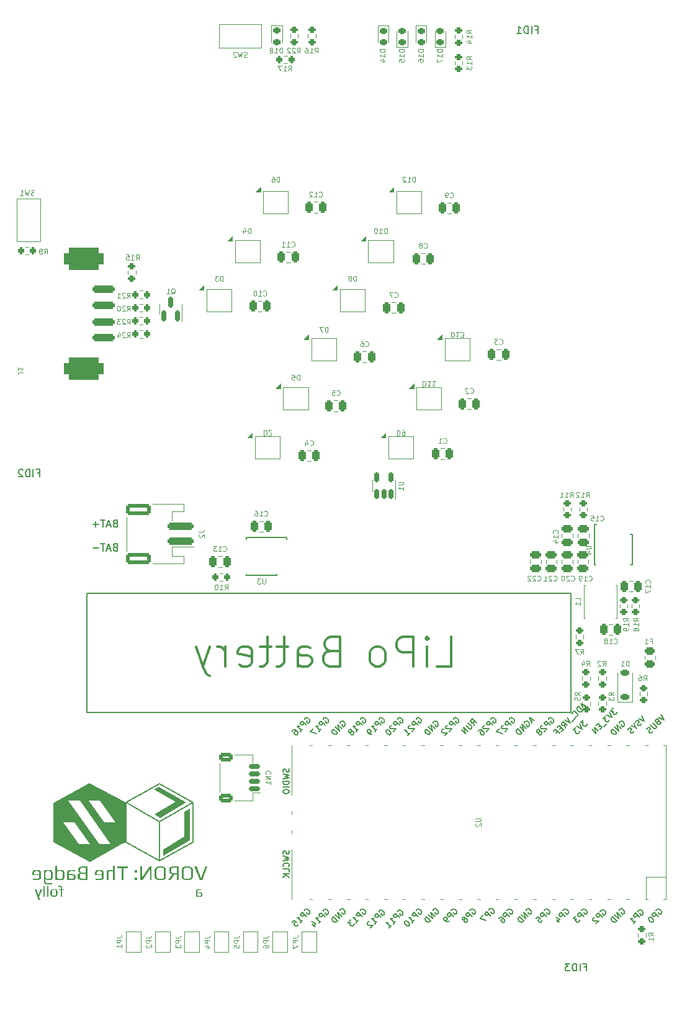
<source format=gbr>
%TF.GenerationSoftware,KiCad,Pcbnew,(7.0.0-0)*%
%TF.CreationDate,2023-03-26T20:27:34-07:00*%
%TF.ProjectId,voron_badge,766f726f-6e5f-4626-9164-67652e6b6963,rev?*%
%TF.SameCoordinates,Original*%
%TF.FileFunction,Legend,Bot*%
%TF.FilePolarity,Positive*%
%FSLAX46Y46*%
G04 Gerber Fmt 4.6, Leading zero omitted, Abs format (unit mm)*
G04 Created by KiCad (PCBNEW (7.0.0-0)) date 2023-03-26 20:27:34*
%MOMM*%
%LPD*%
G01*
G04 APERTURE LIST*
G04 Aperture macros list*
%AMRoundRect*
0 Rectangle with rounded corners*
0 $1 Rounding radius*
0 $2 $3 $4 $5 $6 $7 $8 $9 X,Y pos of 4 corners*
0 Add a 4 corners polygon primitive as box body*
4,1,4,$2,$3,$4,$5,$6,$7,$8,$9,$2,$3,0*
0 Add four circle primitives for the rounded corners*
1,1,$1+$1,$2,$3*
1,1,$1+$1,$4,$5*
1,1,$1+$1,$6,$7*
1,1,$1+$1,$8,$9*
0 Add four rect primitives between the rounded corners*
20,1,$1+$1,$2,$3,$4,$5,0*
20,1,$1+$1,$4,$5,$6,$7,0*
20,1,$1+$1,$6,$7,$8,$9,0*
20,1,$1+$1,$8,$9,$2,$3,0*%
%AMFreePoly0*
4,1,6,1.000000,0.000000,0.500000,-0.750000,-0.500000,-0.750000,-0.500000,0.750000,0.500000,0.750000,1.000000,0.000000,1.000000,0.000000,$1*%
%AMFreePoly1*
4,1,6,0.500000,-0.750000,-0.650000,-0.750000,-0.150000,0.000000,-0.650000,0.750000,0.500000,0.750000,0.500000,-0.750000,0.500000,-0.750000,$1*%
%AMFreePoly2*
4,1,18,-0.800000,0.164000,-0.554000,0.410000,0.677000,0.410000,0.724070,0.400637,0.763974,0.373974,0.790637,0.334070,0.800000,0.287000,0.800000,-0.287000,0.790637,-0.334070,0.763974,-0.373974,0.724070,-0.400637,0.677000,-0.410000,-0.677000,-0.410000,-0.724070,-0.400637,-0.763974,-0.373974,-0.790637,-0.334070,-0.800000,-0.287000,-0.800000,0.164000,-0.800000,0.164000,$1*%
G04 Aperture macros list end*
%ADD10C,0.000000*%
%ADD11C,0.150000*%
%ADD12C,0.300000*%
%ADD13C,0.100000*%
%ADD14C,0.120000*%
%ADD15C,0.200000*%
%ADD16C,2.000000*%
%ADD17C,3.200000*%
%ADD18FreePoly0,270.000000*%
%ADD19FreePoly1,270.000000*%
%ADD20C,1.300000*%
%ADD21RoundRect,0.250000X-1.250000X-0.250000X1.250000X-0.250000X1.250000X0.250000X-1.250000X0.250000X0*%
%ADD22RoundRect,0.750000X2.000000X-0.750000X2.000000X0.750000X-2.000000X0.750000X-2.000000X-0.750000X0*%
%ADD23C,0.600000*%
%ADD24R,1.300000X1.150000*%
%ADD25R,1.200000X0.900000*%
%ADD26RoundRect,0.200000X-0.200000X-0.275000X0.200000X-0.275000X0.200000X0.275000X-0.200000X0.275000X0*%
%ADD27RoundRect,0.200000X-0.275000X0.200000X-0.275000X-0.200000X0.275000X-0.200000X0.275000X0.200000X0*%
%ADD28R,1.500000X0.650000*%
%ADD29R,1.350000X1.800000*%
%ADD30FreePoly2,0.000000*%
%ADD31R,1.600000X0.820000*%
%ADD32RoundRect,0.250000X0.250000X0.475000X-0.250000X0.475000X-0.250000X-0.475000X0.250000X-0.475000X0*%
%ADD33RoundRect,0.250000X1.500000X-0.250000X1.500000X0.250000X-1.500000X0.250000X-1.500000X-0.250000X0*%
%ADD34RoundRect,0.250001X1.449999X-0.499999X1.449999X0.499999X-1.449999X0.499999X-1.449999X-0.499999X0*%
%ADD35RoundRect,0.200000X0.200000X0.275000X-0.200000X0.275000X-0.200000X-0.275000X0.200000X-0.275000X0*%
%ADD36C,0.900000*%
%ADD37C,6.000000*%
%ADD38RoundRect,0.250000X0.475000X-0.250000X0.475000X0.250000X-0.475000X0.250000X-0.475000X-0.250000X0*%
%ADD39RoundRect,0.218750X-0.256250X0.218750X-0.256250X-0.218750X0.256250X-0.218750X0.256250X0.218750X0*%
%ADD40RoundRect,0.250000X-0.475000X0.250000X-0.475000X-0.250000X0.475000X-0.250000X0.475000X0.250000X0*%
%ADD41RoundRect,0.225000X0.375000X-0.225000X0.375000X0.225000X-0.375000X0.225000X-0.375000X-0.225000X0*%
%ADD42RoundRect,0.150000X0.150000X-0.512500X0.150000X0.512500X-0.150000X0.512500X-0.150000X-0.512500X0*%
%ADD43RoundRect,0.150000X0.625000X-0.150000X0.625000X0.150000X-0.625000X0.150000X-0.625000X-0.150000X0*%
%ADD44RoundRect,0.250000X0.650000X-0.350000X0.650000X0.350000X-0.650000X0.350000X-0.650000X-0.350000X0*%
%ADD45RoundRect,0.218750X0.256250X-0.218750X0.256250X0.218750X-0.256250X0.218750X-0.256250X-0.218750X0*%
%ADD46R,1.700000X3.500000*%
%ADD47R,0.650000X1.500000*%
%ADD48R,1.800000X1.350000*%
%ADD49R,3.700000X1.100000*%
%ADD50R,1.150000X1.300000*%
%ADD51R,0.900000X1.200000*%
%ADD52RoundRect,0.200000X0.275000X-0.200000X0.275000X0.200000X-0.275000X0.200000X-0.275000X-0.200000X0*%
%ADD53RoundRect,0.250000X-0.250000X-0.475000X0.250000X-0.475000X0.250000X0.475000X-0.250000X0.475000X0*%
%ADD54RoundRect,0.250000X0.450000X-0.262500X0.450000X0.262500X-0.450000X0.262500X-0.450000X-0.262500X0*%
%ADD55R,2.000000X2.600000*%
%ADD56RoundRect,0.150000X0.150000X-0.587500X0.150000X0.587500X-0.150000X0.587500X-0.150000X-0.587500X0*%
G04 APERTURE END LIST*
D10*
G36*
X132468333Y-133601390D02*
G01*
X132468333Y-136317778D01*
X131958867Y-136600000D01*
X127564723Y-139034167D01*
X122625836Y-136353056D01*
X122625836Y-133601390D01*
X123966391Y-133601390D01*
X126047779Y-136600000D01*
X127600000Y-136600000D01*
X125518613Y-133601390D01*
X123966391Y-133601390D01*
X122625836Y-133601390D01*
X122625836Y-130955558D01*
X123198987Y-130638057D01*
X124671946Y-130638057D01*
X128834723Y-136600000D01*
X130351667Y-136600000D01*
X126224169Y-130638058D01*
X124671946Y-130638057D01*
X127458890Y-130638057D01*
X129505000Y-133601390D01*
X131057222Y-133601390D01*
X128975834Y-130638058D01*
X127458890Y-130638057D01*
X124671946Y-130638057D01*
X123198987Y-130638057D01*
X127529445Y-128239169D01*
X132468333Y-130920280D01*
X132468333Y-133601390D01*
G37*
D11*
X127150000Y-102400000D02*
X193250000Y-102400000D01*
X193250000Y-102400000D02*
X193250000Y-118650000D01*
X193250000Y-118650000D02*
X127150000Y-118650000D01*
X127150000Y-118650000D02*
X127150000Y-102400000D01*
G36*
X143605769Y-139646741D02*
G01*
X143322936Y-139646741D01*
X142740661Y-141209895D01*
X142715259Y-141209895D01*
X142132984Y-139646741D01*
X141864317Y-139646741D01*
X142586788Y-141460000D01*
X142900395Y-141460000D01*
X143605769Y-139646741D01*
G37*
G36*
X140923452Y-139615987D02*
G01*
X140968818Y-139617515D01*
X141012696Y-139620063D01*
X141055087Y-139623629D01*
X141095991Y-139628214D01*
X141135407Y-139633819D01*
X141173336Y-139640442D01*
X141209777Y-139648084D01*
X141244731Y-139656745D01*
X141278197Y-139666425D01*
X141310176Y-139677124D01*
X141340668Y-139688842D01*
X141369673Y-139701579D01*
X141397189Y-139715335D01*
X141423219Y-139730109D01*
X141447761Y-139745903D01*
X141470816Y-139762716D01*
X141492383Y-139780548D01*
X141512463Y-139799398D01*
X141531055Y-139819268D01*
X141548161Y-139840156D01*
X141563778Y-139862064D01*
X141577909Y-139884990D01*
X141590552Y-139908935D01*
X141601707Y-139933900D01*
X141611375Y-139959883D01*
X141619556Y-139986885D01*
X141626249Y-140014906D01*
X141631455Y-140043946D01*
X141635174Y-140074005D01*
X141637405Y-140105083D01*
X141638148Y-140137180D01*
X141638148Y-140997892D01*
X141637405Y-141028246D01*
X141635174Y-141057636D01*
X141631455Y-141086063D01*
X141626249Y-141113526D01*
X141619556Y-141140025D01*
X141611375Y-141165561D01*
X141601707Y-141190133D01*
X141590552Y-141213742D01*
X141577909Y-141236387D01*
X141563778Y-141258068D01*
X141548161Y-141278786D01*
X141531055Y-141298540D01*
X141512463Y-141317330D01*
X141492383Y-141335157D01*
X141470816Y-141352020D01*
X141447761Y-141367920D01*
X141423219Y-141382856D01*
X141397189Y-141396828D01*
X141369673Y-141409837D01*
X141340668Y-141421882D01*
X141310176Y-141432964D01*
X141278197Y-141443082D01*
X141244731Y-141452236D01*
X141209777Y-141460427D01*
X141173336Y-141467654D01*
X141135407Y-141473918D01*
X141095991Y-141479217D01*
X141055087Y-141483554D01*
X141012696Y-141486926D01*
X140968818Y-141489335D01*
X140923452Y-141490781D01*
X140876599Y-141491263D01*
X140855204Y-141491150D01*
X140834065Y-141490814D01*
X140813182Y-141490254D01*
X140792557Y-141489469D01*
X140772188Y-141488460D01*
X140752075Y-141487227D01*
X140732220Y-141485770D01*
X140712621Y-141484088D01*
X140674192Y-141480052D01*
X140636791Y-141475120D01*
X140600416Y-141469290D01*
X140565067Y-141462564D01*
X140530746Y-141454941D01*
X140497450Y-141446421D01*
X140465182Y-141437004D01*
X140433940Y-141426691D01*
X140403724Y-141415481D01*
X140374535Y-141403373D01*
X140346373Y-141390369D01*
X140319237Y-141376468D01*
X140293446Y-141361480D01*
X140269320Y-141345335D01*
X140246857Y-141328034D01*
X140226058Y-141309576D01*
X140206923Y-141289963D01*
X140189452Y-141269192D01*
X140173645Y-141247266D01*
X140159502Y-141224183D01*
X140147023Y-141199944D01*
X140136207Y-141174548D01*
X140127056Y-141147996D01*
X140119568Y-141120288D01*
X140113745Y-141091424D01*
X140109585Y-141061403D01*
X140107089Y-141030226D01*
X140106521Y-141008150D01*
X140369551Y-141008150D01*
X140371509Y-141047073D01*
X140377382Y-141083484D01*
X140387171Y-141117384D01*
X140400875Y-141148773D01*
X140418495Y-141177651D01*
X140440030Y-141204018D01*
X140465481Y-141227873D01*
X140494848Y-141249218D01*
X140528129Y-141268051D01*
X140546239Y-141276526D01*
X140565327Y-141284374D01*
X140585394Y-141291593D01*
X140606440Y-141298185D01*
X140628465Y-141304149D01*
X140651468Y-141309485D01*
X140675451Y-141314193D01*
X140700412Y-141318274D01*
X140726353Y-141321727D01*
X140753272Y-141324552D01*
X140781170Y-141326749D01*
X140810047Y-141328318D01*
X140839903Y-141329260D01*
X140870737Y-141329574D01*
X140901933Y-141329260D01*
X140932138Y-141328318D01*
X140961352Y-141326749D01*
X140989577Y-141324552D01*
X141016811Y-141321727D01*
X141043054Y-141318274D01*
X141068308Y-141314193D01*
X141092571Y-141309485D01*
X141115844Y-141304149D01*
X141138126Y-141298185D01*
X141159418Y-141291593D01*
X141179720Y-141284374D01*
X141199031Y-141276526D01*
X141217352Y-141268051D01*
X141234683Y-141258949D01*
X141266374Y-141238860D01*
X141294103Y-141216259D01*
X141317871Y-141191148D01*
X141337677Y-141163526D01*
X141353522Y-141133392D01*
X141365406Y-141100748D01*
X141373329Y-141065592D01*
X141377290Y-141027925D01*
X141377785Y-141008150D01*
X141377785Y-140121549D01*
X141377659Y-140109813D01*
X141376643Y-140086999D01*
X141374613Y-140065063D01*
X141371568Y-140044004D01*
X141367507Y-140023824D01*
X141362432Y-140004521D01*
X141352915Y-139977213D01*
X141341114Y-139951879D01*
X141327029Y-139928521D01*
X141310660Y-139907137D01*
X141292007Y-139887728D01*
X141271069Y-139870294D01*
X141247848Y-139854836D01*
X141231102Y-139845430D01*
X141213471Y-139836632D01*
X141194954Y-139828440D01*
X141175552Y-139820855D01*
X141155265Y-139813877D01*
X141134092Y-139807506D01*
X141112034Y-139801741D01*
X141089090Y-139796584D01*
X141065261Y-139792033D01*
X141040547Y-139788089D01*
X141014947Y-139784751D01*
X140988462Y-139782021D01*
X140961092Y-139779897D01*
X140932836Y-139778380D01*
X140903695Y-139777470D01*
X140873668Y-139777166D01*
X140842653Y-139777503D01*
X140812623Y-139778512D01*
X140783577Y-139780193D01*
X140755516Y-139782547D01*
X140728439Y-139785574D01*
X140702347Y-139789273D01*
X140677240Y-139793646D01*
X140653117Y-139798690D01*
X140629979Y-139804407D01*
X140607825Y-139810797D01*
X140586656Y-139817860D01*
X140566472Y-139825595D01*
X140547272Y-139834003D01*
X140529057Y-139843083D01*
X140511826Y-139852836D01*
X140480319Y-139874360D01*
X140452750Y-139898575D01*
X140429120Y-139925479D01*
X140409427Y-139955075D01*
X140393674Y-139987361D01*
X140381859Y-140022337D01*
X140373982Y-140060004D01*
X140371520Y-140079846D01*
X140370043Y-140100361D01*
X140369551Y-140121549D01*
X140369551Y-141008150D01*
X140106521Y-141008150D01*
X140106257Y-140997892D01*
X140106257Y-140134249D01*
X140107010Y-140102333D01*
X140109266Y-140071429D01*
X140113028Y-140041539D01*
X140118294Y-140012662D01*
X140125064Y-139984798D01*
X140133340Y-139957948D01*
X140143119Y-139932111D01*
X140154404Y-139907287D01*
X140167192Y-139883476D01*
X140181486Y-139860678D01*
X140197284Y-139838894D01*
X140214587Y-139818123D01*
X140233394Y-139798365D01*
X140253705Y-139779620D01*
X140275522Y-139761889D01*
X140298843Y-139745170D01*
X140323668Y-139729465D01*
X140349998Y-139714774D01*
X140377833Y-139701095D01*
X140407172Y-139688430D01*
X140438016Y-139676778D01*
X140470364Y-139666139D01*
X140504217Y-139656513D01*
X140539575Y-139647901D01*
X140576437Y-139640302D01*
X140614803Y-139633716D01*
X140654674Y-139628143D01*
X140696050Y-139623583D01*
X140738931Y-139620037D01*
X140783316Y-139617504D01*
X140829205Y-139615984D01*
X140876599Y-139615478D01*
X140923452Y-139615987D01*
G37*
G36*
X139686648Y-141460000D02*
G01*
X139415050Y-141460000D01*
X139415050Y-140678422D01*
X139151756Y-140678422D01*
X138631030Y-141460000D01*
X138297395Y-141460000D01*
X138880158Y-140644717D01*
X138854854Y-140644375D01*
X138830111Y-140643351D01*
X138805929Y-140641643D01*
X138782308Y-140639252D01*
X138759248Y-140636178D01*
X138736749Y-140632421D01*
X138714811Y-140627981D01*
X138693434Y-140622857D01*
X138672618Y-140617051D01*
X138652364Y-140610561D01*
X138632670Y-140603388D01*
X138613537Y-140595532D01*
X138594965Y-140586994D01*
X138576954Y-140577771D01*
X138559504Y-140567866D01*
X138542615Y-140557278D01*
X138518870Y-140540239D01*
X138497460Y-140521912D01*
X138478386Y-140502298D01*
X138461648Y-140481395D01*
X138447245Y-140459204D01*
X138435178Y-140435725D01*
X138425447Y-140410958D01*
X138418051Y-140384904D01*
X138412990Y-140357561D01*
X138410265Y-140328930D01*
X138409746Y-140309127D01*
X138409746Y-140281772D01*
X138681344Y-140281772D01*
X138682122Y-140306051D01*
X138684453Y-140328878D01*
X138688338Y-140350255D01*
X138693778Y-140370180D01*
X138703448Y-140394490D01*
X138715882Y-140416220D01*
X138731078Y-140435370D01*
X138749038Y-140451941D01*
X138769760Y-140465931D01*
X138787247Y-140475010D01*
X138806735Y-140483196D01*
X138828223Y-140490489D01*
X138851711Y-140496889D01*
X138877201Y-140502396D01*
X138904691Y-140507010D01*
X138924129Y-140509590D01*
X138944457Y-140511772D01*
X138965674Y-140513558D01*
X138987780Y-140514948D01*
X139010775Y-140515940D01*
X139034659Y-140516535D01*
X139059432Y-140516734D01*
X139415050Y-140516734D01*
X139415050Y-139808429D01*
X139034031Y-139808429D01*
X139012333Y-139808636D01*
X138991323Y-139809258D01*
X138971002Y-139810293D01*
X138951370Y-139811742D01*
X138914173Y-139815883D01*
X138879731Y-139821680D01*
X138848044Y-139829133D01*
X138819113Y-139838242D01*
X138792937Y-139849008D01*
X138769516Y-139861430D01*
X138748851Y-139875508D01*
X138730941Y-139891243D01*
X138715787Y-139908634D01*
X138703387Y-139927681D01*
X138693744Y-139948384D01*
X138686855Y-139970744D01*
X138682722Y-139994760D01*
X138681344Y-140020432D01*
X138681344Y-140281772D01*
X138409746Y-140281772D01*
X138409746Y-139998939D01*
X138410300Y-139972529D01*
X138411962Y-139947339D01*
X138414731Y-139923368D01*
X138418608Y-139900616D01*
X138423592Y-139879083D01*
X138429685Y-139858770D01*
X138436885Y-139839676D01*
X138445192Y-139821802D01*
X138457992Y-139799866D01*
X138472761Y-139780097D01*
X138489652Y-139762016D01*
X138508817Y-139745384D01*
X138524684Y-139733862D01*
X138541830Y-139723156D01*
X138560256Y-139713266D01*
X138579961Y-139704191D01*
X138600945Y-139695932D01*
X138623209Y-139688489D01*
X138646752Y-139681861D01*
X138671575Y-139676050D01*
X138697960Y-139670812D01*
X138726192Y-139666089D01*
X138746038Y-139663227D01*
X138766705Y-139660594D01*
X138788193Y-139658189D01*
X138810501Y-139656014D01*
X138833630Y-139654068D01*
X138857579Y-139652351D01*
X138882349Y-139650862D01*
X138907939Y-139649603D01*
X138934350Y-139648572D01*
X138961581Y-139647771D01*
X138989632Y-139647199D01*
X139018505Y-139646855D01*
X139048197Y-139646741D01*
X139686648Y-139646741D01*
X139686648Y-141460000D01*
G37*
G36*
X137253948Y-139615987D02*
G01*
X137299313Y-139617515D01*
X137343192Y-139620063D01*
X137385583Y-139623629D01*
X137426486Y-139628214D01*
X137465902Y-139633819D01*
X137503831Y-139640442D01*
X137540272Y-139648084D01*
X137575226Y-139656745D01*
X137608693Y-139666425D01*
X137640672Y-139677124D01*
X137671164Y-139688842D01*
X137700168Y-139701579D01*
X137727685Y-139715335D01*
X137753714Y-139730109D01*
X137778257Y-139745903D01*
X137801311Y-139762716D01*
X137822879Y-139780548D01*
X137842958Y-139799398D01*
X137861551Y-139819268D01*
X137878656Y-139840156D01*
X137894274Y-139862064D01*
X137908404Y-139884990D01*
X137921047Y-139908935D01*
X137932202Y-139933900D01*
X137941871Y-139959883D01*
X137950051Y-139986885D01*
X137956745Y-140014906D01*
X137961951Y-140043946D01*
X137965669Y-140074005D01*
X137967900Y-140105083D01*
X137968644Y-140137180D01*
X137968644Y-140997892D01*
X137967900Y-141028246D01*
X137965669Y-141057636D01*
X137961951Y-141086063D01*
X137956745Y-141113526D01*
X137950051Y-141140025D01*
X137941871Y-141165561D01*
X137932202Y-141190133D01*
X137921047Y-141213742D01*
X137908404Y-141236387D01*
X137894274Y-141258068D01*
X137878656Y-141278786D01*
X137861551Y-141298540D01*
X137842958Y-141317330D01*
X137822879Y-141335157D01*
X137801311Y-141352020D01*
X137778257Y-141367920D01*
X137753714Y-141382856D01*
X137727685Y-141396828D01*
X137700168Y-141409837D01*
X137671164Y-141421882D01*
X137640672Y-141432964D01*
X137608693Y-141443082D01*
X137575226Y-141452236D01*
X137540272Y-141460427D01*
X137503831Y-141467654D01*
X137465902Y-141473918D01*
X137426486Y-141479217D01*
X137385583Y-141483554D01*
X137343192Y-141486926D01*
X137299313Y-141489335D01*
X137253948Y-141490781D01*
X137207095Y-141491263D01*
X137185699Y-141491150D01*
X137164560Y-141490814D01*
X137143678Y-141490254D01*
X137123052Y-141489469D01*
X137102683Y-141488460D01*
X137082571Y-141487227D01*
X137062715Y-141485770D01*
X137043116Y-141484088D01*
X137004688Y-141480052D01*
X136967286Y-141475120D01*
X136930911Y-141469290D01*
X136895563Y-141462564D01*
X136861241Y-141454941D01*
X136827946Y-141446421D01*
X136795677Y-141437004D01*
X136764435Y-141426691D01*
X136734219Y-141415481D01*
X136705031Y-141403373D01*
X136676868Y-141390369D01*
X136649732Y-141376468D01*
X136623942Y-141361480D01*
X136599815Y-141345335D01*
X136577353Y-141328034D01*
X136556554Y-141309576D01*
X136537419Y-141289963D01*
X136519948Y-141269192D01*
X136504141Y-141247266D01*
X136489998Y-141224183D01*
X136477518Y-141199944D01*
X136466703Y-141174548D01*
X136457551Y-141147996D01*
X136450064Y-141120288D01*
X136444240Y-141091424D01*
X136440080Y-141061403D01*
X136437585Y-141030226D01*
X136437017Y-141008150D01*
X136700046Y-141008150D01*
X136702004Y-141047073D01*
X136707878Y-141083484D01*
X136717666Y-141117384D01*
X136731371Y-141148773D01*
X136748990Y-141177651D01*
X136770526Y-141204018D01*
X136795977Y-141227873D01*
X136825343Y-141249218D01*
X136858625Y-141268051D01*
X136876734Y-141276526D01*
X136895822Y-141284374D01*
X136915889Y-141291593D01*
X136936935Y-141298185D01*
X136958960Y-141304149D01*
X136981964Y-141309485D01*
X137005946Y-141314193D01*
X137030908Y-141318274D01*
X137056848Y-141321727D01*
X137083767Y-141324552D01*
X137111665Y-141326749D01*
X137140542Y-141328318D01*
X137170398Y-141329260D01*
X137201233Y-141329574D01*
X137232428Y-141329260D01*
X137262633Y-141328318D01*
X137291848Y-141326749D01*
X137320072Y-141324552D01*
X137347306Y-141321727D01*
X137373550Y-141318274D01*
X137398803Y-141314193D01*
X137423066Y-141309485D01*
X137446339Y-141304149D01*
X137468621Y-141298185D01*
X137489914Y-141291593D01*
X137510215Y-141284374D01*
X137529527Y-141276526D01*
X137547848Y-141268051D01*
X137565178Y-141258949D01*
X137596869Y-141238860D01*
X137624598Y-141216259D01*
X137648366Y-141191148D01*
X137668173Y-141163526D01*
X137684018Y-141133392D01*
X137695902Y-141100748D01*
X137703824Y-141065592D01*
X137707786Y-141027925D01*
X137708281Y-141008150D01*
X137708281Y-140121549D01*
X137708154Y-140109813D01*
X137707139Y-140086999D01*
X137705109Y-140065063D01*
X137702063Y-140044004D01*
X137698003Y-140023824D01*
X137692927Y-140004521D01*
X137683410Y-139977213D01*
X137671609Y-139951879D01*
X137657524Y-139928521D01*
X137641155Y-139907137D01*
X137622502Y-139887728D01*
X137601565Y-139870294D01*
X137578344Y-139854836D01*
X137561598Y-139845430D01*
X137543967Y-139836632D01*
X137525450Y-139828440D01*
X137506048Y-139820855D01*
X137485760Y-139813877D01*
X137464588Y-139807506D01*
X137442529Y-139801741D01*
X137419586Y-139796584D01*
X137395757Y-139792033D01*
X137371043Y-139788089D01*
X137345443Y-139784751D01*
X137318958Y-139782021D01*
X137291587Y-139779897D01*
X137263332Y-139778380D01*
X137234190Y-139777470D01*
X137204164Y-139777166D01*
X137173149Y-139777503D01*
X137143118Y-139778512D01*
X137114072Y-139780193D01*
X137086011Y-139782547D01*
X137058935Y-139785574D01*
X137032843Y-139789273D01*
X137007735Y-139793646D01*
X136983612Y-139798690D01*
X136960474Y-139804407D01*
X136938321Y-139810797D01*
X136917152Y-139817860D01*
X136896967Y-139825595D01*
X136877767Y-139834003D01*
X136859552Y-139843083D01*
X136842322Y-139852836D01*
X136810814Y-139874360D01*
X136783246Y-139898575D01*
X136759615Y-139925479D01*
X136739923Y-139955075D01*
X136724169Y-139987361D01*
X136712354Y-140022337D01*
X136704477Y-140060004D01*
X136702016Y-140079846D01*
X136700539Y-140100361D01*
X136700046Y-140121549D01*
X136700046Y-141008150D01*
X136437017Y-141008150D01*
X136436753Y-140997892D01*
X136436753Y-140134249D01*
X136437505Y-140102333D01*
X136439762Y-140071429D01*
X136443523Y-140041539D01*
X136448789Y-140012662D01*
X136455560Y-139984798D01*
X136463835Y-139957948D01*
X136473615Y-139932111D01*
X136484899Y-139907287D01*
X136497688Y-139883476D01*
X136511981Y-139860678D01*
X136527779Y-139838894D01*
X136545082Y-139818123D01*
X136563889Y-139798365D01*
X136584201Y-139779620D01*
X136606017Y-139761889D01*
X136629338Y-139745170D01*
X136654164Y-139729465D01*
X136680494Y-139714774D01*
X136708328Y-139701095D01*
X136737668Y-139688430D01*
X136768511Y-139676778D01*
X136800860Y-139666139D01*
X136834713Y-139656513D01*
X136870070Y-139647901D01*
X136906932Y-139640302D01*
X136945299Y-139633716D01*
X136985170Y-139628143D01*
X137026546Y-139623583D01*
X137069426Y-139620037D01*
X137113811Y-139617504D01*
X137159701Y-139615984D01*
X137207095Y-139615478D01*
X137253948Y-139615987D01*
G37*
G36*
X136017143Y-139646741D02*
G01*
X135689370Y-139646741D01*
X134700675Y-141144926D01*
X134700675Y-139646741D01*
X134462782Y-139646741D01*
X134462782Y-141460000D01*
X134790556Y-141460000D01*
X135778762Y-139941786D01*
X135778762Y-141460000D01*
X136017143Y-141460000D01*
X136017143Y-139646741D01*
G37*
G36*
X134031938Y-140115687D02*
G01*
X133707095Y-140115687D01*
X133707095Y-140428318D01*
X134031938Y-140428318D01*
X134031938Y-140115687D01*
G37*
G36*
X134031938Y-141147369D02*
G01*
X133707095Y-141147369D01*
X133707095Y-141460000D01*
X134031938Y-141460000D01*
X134031938Y-141147369D01*
G37*
G36*
X132186439Y-139834319D02*
G01*
X132802419Y-139834319D01*
X132802419Y-139646741D01*
X131298860Y-139646741D01*
X131298860Y-139834319D01*
X131912398Y-139834319D01*
X131912398Y-141460000D01*
X132186439Y-141460000D01*
X132186439Y-139834319D01*
G37*
G36*
X131014073Y-139521688D02*
G01*
X130762014Y-139521688D01*
X130762014Y-140294473D01*
X130755696Y-140269037D01*
X130746513Y-140245242D01*
X130734463Y-140223089D01*
X130719547Y-140202576D01*
X130701765Y-140183705D01*
X130681117Y-140166474D01*
X130657602Y-140150885D01*
X130631222Y-140136936D01*
X130601976Y-140124628D01*
X130569864Y-140113962D01*
X130534886Y-140104936D01*
X130497041Y-140097552D01*
X130477045Y-140094475D01*
X130456331Y-140091808D01*
X130434901Y-140089552D01*
X130412755Y-140087706D01*
X130389892Y-140086270D01*
X130366312Y-140085244D01*
X130342016Y-140084629D01*
X130317004Y-140084424D01*
X130285065Y-140084788D01*
X130254340Y-140085882D01*
X130224829Y-140087704D01*
X130196531Y-140090255D01*
X130169447Y-140093535D01*
X130143576Y-140097544D01*
X130118919Y-140102282D01*
X130095476Y-140107749D01*
X130073246Y-140113945D01*
X130052229Y-140120869D01*
X130032427Y-140128523D01*
X130013837Y-140136905D01*
X129996462Y-140146017D01*
X129972674Y-140161051D01*
X129951617Y-140177725D01*
X129932848Y-140196159D01*
X129915925Y-140216473D01*
X129900848Y-140238668D01*
X129887617Y-140262744D01*
X129876233Y-140288700D01*
X129866695Y-140316537D01*
X129861361Y-140336139D01*
X129856848Y-140356577D01*
X129853156Y-140377851D01*
X129850284Y-140399961D01*
X129848233Y-140422906D01*
X129847002Y-140446687D01*
X129846592Y-140471304D01*
X129846592Y-141460000D01*
X130098651Y-141460000D01*
X130098651Y-140493775D01*
X130099048Y-140471629D01*
X130100240Y-140451353D01*
X130102576Y-140430470D01*
X130106444Y-140409896D01*
X130106955Y-140407801D01*
X130112979Y-140389117D01*
X130121707Y-140370432D01*
X130133140Y-140351748D01*
X130140661Y-140341367D01*
X130156735Y-140325110D01*
X130177114Y-140311020D01*
X130195223Y-140301875D01*
X130215754Y-140293950D01*
X130238706Y-140287244D01*
X130264080Y-140281757D01*
X130291875Y-140277489D01*
X130311750Y-140275322D01*
X130332701Y-140273696D01*
X130354729Y-140272612D01*
X130377833Y-140272070D01*
X130389788Y-140272002D01*
X130417991Y-140272187D01*
X130444897Y-140272741D01*
X130470507Y-140273664D01*
X130494820Y-140274956D01*
X130517837Y-140276618D01*
X130539557Y-140278648D01*
X130559980Y-140281048D01*
X130585194Y-140284823D01*
X130608104Y-140289253D01*
X130623773Y-140293007D01*
X130642893Y-140298556D01*
X130664581Y-140306673D01*
X130683813Y-140316101D01*
X130700588Y-140326842D01*
X130717475Y-140341462D01*
X130730824Y-140357971D01*
X130732705Y-140360907D01*
X130742666Y-140379866D01*
X130750565Y-140401573D01*
X130755574Y-140421761D01*
X130759152Y-140443858D01*
X130761299Y-140467862D01*
X130761986Y-140488440D01*
X130762014Y-140493775D01*
X130762014Y-141460000D01*
X131014073Y-141460000D01*
X131014073Y-139521688D01*
G37*
G36*
X128899712Y-140084844D02*
G01*
X128937230Y-140086103D01*
X128973382Y-140088202D01*
X129008168Y-140091140D01*
X129041587Y-140094919D01*
X129073640Y-140099536D01*
X129104327Y-140104994D01*
X129133647Y-140111290D01*
X129161602Y-140118427D01*
X129188190Y-140126403D01*
X129213412Y-140135219D01*
X129237267Y-140144874D01*
X129259757Y-140155369D01*
X129280880Y-140166703D01*
X129300637Y-140178877D01*
X129319028Y-140191891D01*
X129336123Y-140205864D01*
X129352115Y-140220917D01*
X129367004Y-140237051D01*
X129380791Y-140254264D01*
X129393474Y-140272558D01*
X129405055Y-140291931D01*
X129415532Y-140312384D01*
X129424907Y-140333918D01*
X129433179Y-140356531D01*
X129440348Y-140380225D01*
X129446414Y-140404998D01*
X129451377Y-140430852D01*
X129455237Y-140457785D01*
X129457994Y-140485799D01*
X129459649Y-140514892D01*
X129460200Y-140545066D01*
X129460200Y-141078004D01*
X129459593Y-141103429D01*
X129457773Y-141128047D01*
X129454739Y-141151858D01*
X129450491Y-141174861D01*
X129445030Y-141197058D01*
X129438356Y-141218447D01*
X129430467Y-141239029D01*
X129421365Y-141258804D01*
X129411050Y-141277772D01*
X129399521Y-141295933D01*
X129386778Y-141313287D01*
X129372822Y-141329833D01*
X129357652Y-141345573D01*
X129341269Y-141360505D01*
X129323672Y-141374630D01*
X129304862Y-141387948D01*
X129284837Y-141400459D01*
X129263600Y-141412162D01*
X129241149Y-141423059D01*
X129217484Y-141433148D01*
X129192605Y-141442430D01*
X129166513Y-141450905D01*
X129139208Y-141458573D01*
X129110688Y-141465434D01*
X129080956Y-141471488D01*
X129050009Y-141476734D01*
X129017849Y-141481173D01*
X128984476Y-141484805D01*
X128949889Y-141487630D01*
X128914088Y-141489648D01*
X128877074Y-141490859D01*
X128838846Y-141491263D01*
X128809682Y-141491070D01*
X128780319Y-141490492D01*
X128750758Y-141489528D01*
X128720999Y-141488179D01*
X128691041Y-141486445D01*
X128660885Y-141484325D01*
X128630530Y-141481819D01*
X128599977Y-141478928D01*
X128569225Y-141475652D01*
X128538275Y-141471990D01*
X128507126Y-141467943D01*
X128475779Y-141463510D01*
X128444234Y-141458692D01*
X128412490Y-141453489D01*
X128380547Y-141447900D01*
X128348407Y-141441926D01*
X128348407Y-141259720D01*
X128381045Y-141268179D01*
X128413139Y-141276092D01*
X128444686Y-141283460D01*
X128475688Y-141290281D01*
X128506144Y-141296557D01*
X128536054Y-141302287D01*
X128565418Y-141307472D01*
X128594237Y-141312110D01*
X128622510Y-141316203D01*
X128650237Y-141319751D01*
X128677419Y-141322752D01*
X128704055Y-141325208D01*
X128730145Y-141327118D01*
X128755689Y-141328482D01*
X128780688Y-141329301D01*
X128805141Y-141329574D01*
X128830250Y-141329322D01*
X128854531Y-141328566D01*
X128877984Y-141327307D01*
X128900609Y-141325544D01*
X128922406Y-141323277D01*
X128943374Y-141320506D01*
X128963515Y-141317232D01*
X128992173Y-141311376D01*
X129018968Y-141304386D01*
X129043899Y-141296263D01*
X129066967Y-141287007D01*
X129088172Y-141276617D01*
X129107513Y-141265094D01*
X129119344Y-141256713D01*
X129135658Y-141242940D01*
X129150256Y-141227725D01*
X129163136Y-141211066D01*
X129174298Y-141192966D01*
X129183744Y-141173422D01*
X129191472Y-141152437D01*
X129197482Y-141130008D01*
X129201776Y-141106137D01*
X129204352Y-141080824D01*
X129205210Y-141054068D01*
X129205210Y-140840111D01*
X128295650Y-140840111D01*
X128295650Y-140678422D01*
X128547220Y-140678422D01*
X129205210Y-140678422D01*
X129205210Y-140463489D01*
X129204905Y-140448283D01*
X129203302Y-140426611D01*
X129200326Y-140406305D01*
X129194220Y-140381354D01*
X129185671Y-140358831D01*
X129174680Y-140338734D01*
X129161247Y-140321065D01*
X129145371Y-140305822D01*
X129127053Y-140293007D01*
X129122045Y-140290122D01*
X129100162Y-140279497D01*
X129081807Y-140272491D01*
X129061786Y-140266308D01*
X129040098Y-140260950D01*
X129016746Y-140256417D01*
X128991727Y-140252707D01*
X128965042Y-140249822D01*
X128936692Y-140247761D01*
X128916867Y-140246845D01*
X128896301Y-140246296D01*
X128874994Y-140246113D01*
X128852995Y-140246296D01*
X128831817Y-140246845D01*
X128811459Y-140247761D01*
X128782460Y-140249822D01*
X128755308Y-140252707D01*
X128730001Y-140256417D01*
X128706541Y-140260950D01*
X128684927Y-140266308D01*
X128665159Y-140272491D01*
X128641674Y-140282016D01*
X128621470Y-140293007D01*
X128608201Y-140302391D01*
X128592539Y-140317026D01*
X128579197Y-140334089D01*
X128568176Y-140353579D01*
X128559474Y-140375496D01*
X128553094Y-140399840D01*
X128549831Y-140419691D01*
X128547873Y-140440907D01*
X128547220Y-140463489D01*
X128547220Y-140678422D01*
X128295650Y-140678422D01*
X128295650Y-140542623D01*
X128296169Y-140511641D01*
X128297726Y-140481830D01*
X128300321Y-140453190D01*
X128303954Y-140425723D01*
X128308625Y-140399426D01*
X128314335Y-140374302D01*
X128321082Y-140350349D01*
X128328867Y-140327568D01*
X128337690Y-140305958D01*
X128347552Y-140285520D01*
X128358451Y-140266253D01*
X128370388Y-140248158D01*
X128383364Y-140231235D01*
X128397377Y-140215483D01*
X128412429Y-140200903D01*
X128428518Y-140187494D01*
X128445777Y-140175013D01*
X128464338Y-140163337D01*
X128484200Y-140152466D01*
X128505363Y-140142401D01*
X128527828Y-140133141D01*
X128551594Y-140124686D01*
X128576661Y-140117036D01*
X128603030Y-140110191D01*
X128630700Y-140104152D01*
X128659671Y-140098918D01*
X128689944Y-140094489D01*
X128721518Y-140090866D01*
X128754394Y-140088047D01*
X128788570Y-140086034D01*
X128824049Y-140084826D01*
X128860828Y-140084424D01*
X128899712Y-140084844D01*
G37*
G36*
X127253710Y-141460000D02*
G01*
X126584485Y-141460000D01*
X126562972Y-141459921D01*
X126541847Y-141459687D01*
X126521111Y-141459295D01*
X126500763Y-141458748D01*
X126480803Y-141458044D01*
X126461232Y-141457183D01*
X126423254Y-141454993D01*
X126386829Y-141452176D01*
X126351958Y-141448734D01*
X126318640Y-141444666D01*
X126286875Y-141439972D01*
X126256663Y-141434652D01*
X126228005Y-141428706D01*
X126200899Y-141422134D01*
X126175347Y-141414937D01*
X126151349Y-141407113D01*
X126128903Y-141398664D01*
X126108011Y-141389589D01*
X126088672Y-141379888D01*
X126079536Y-141374768D01*
X126062133Y-141363849D01*
X126045891Y-141352027D01*
X126030809Y-141339299D01*
X126010361Y-141318512D01*
X125992524Y-141295690D01*
X125977297Y-141270833D01*
X125968596Y-141253132D01*
X125961055Y-141234525D01*
X125954674Y-141215014D01*
X125949453Y-141194599D01*
X125945393Y-141173279D01*
X125942492Y-141151055D01*
X125940752Y-141127927D01*
X125940172Y-141103893D01*
X125940172Y-141089727D01*
X126211770Y-141089727D01*
X126213083Y-141113732D01*
X126217021Y-141135920D01*
X126223585Y-141156291D01*
X126232775Y-141174846D01*
X126244590Y-141191584D01*
X126259031Y-141206506D01*
X126276098Y-141219611D01*
X126295790Y-141230900D01*
X126312604Y-141238320D01*
X126331539Y-141245010D01*
X126352595Y-141250971D01*
X126375772Y-141256202D01*
X126401069Y-141260703D01*
X126428488Y-141264474D01*
X126447945Y-141266582D01*
X126468345Y-141268366D01*
X126489688Y-141269826D01*
X126511973Y-141270961D01*
X126535201Y-141271772D01*
X126559372Y-141272259D01*
X126584485Y-141272421D01*
X126982112Y-141272421D01*
X126982112Y-140615896D01*
X126584485Y-140615896D01*
X126578578Y-140615901D01*
X126555886Y-140616004D01*
X126534691Y-140616244D01*
X126510300Y-140616738D01*
X126488246Y-140617446D01*
X126464868Y-140618580D01*
X126441847Y-140620293D01*
X126438842Y-140620549D01*
X126417056Y-140623040D01*
X126397341Y-140626143D01*
X126376665Y-140630139D01*
X126355026Y-140635027D01*
X126332426Y-140640809D01*
X126328611Y-140642053D01*
X126307041Y-140650479D01*
X126287738Y-140660554D01*
X126270702Y-140672278D01*
X126255933Y-140685650D01*
X126241568Y-140703335D01*
X126234584Y-140714532D01*
X126225854Y-140733016D01*
X126219220Y-140753527D01*
X126214680Y-140776064D01*
X126212498Y-140796393D01*
X126211770Y-140818129D01*
X126211770Y-141089727D01*
X125940172Y-141089727D01*
X125940172Y-140802498D01*
X125940529Y-140788479D01*
X125942402Y-140768001D01*
X125945881Y-140748184D01*
X125950966Y-140729029D01*
X125957656Y-140710535D01*
X125965953Y-140692702D01*
X125975854Y-140675530D01*
X125987362Y-140659019D01*
X126000475Y-140643169D01*
X126015194Y-140627981D01*
X126031519Y-140613454D01*
X126043101Y-140604188D01*
X126061319Y-140591033D01*
X126080551Y-140578771D01*
X126100795Y-140567403D01*
X126122053Y-140556927D01*
X126144324Y-140547344D01*
X126167608Y-140538654D01*
X126191905Y-140530858D01*
X126217216Y-140523954D01*
X126243540Y-140517943D01*
X126270877Y-140512826D01*
X126270877Y-140501591D01*
X126263063Y-140499788D01*
X126240377Y-140494004D01*
X126218825Y-140487653D01*
X126198405Y-140480735D01*
X126179120Y-140473250D01*
X126160968Y-140465198D01*
X126138528Y-140453582D01*
X126118103Y-140440957D01*
X126099693Y-140427325D01*
X126083298Y-140412686D01*
X126079482Y-140408822D01*
X126065426Y-140392400D01*
X126053309Y-140374437D01*
X126043131Y-140354932D01*
X126034892Y-140333885D01*
X126028591Y-140311296D01*
X126024229Y-140287166D01*
X126021806Y-140261494D01*
X126021261Y-140241228D01*
X126021261Y-140228039D01*
X126276250Y-140228039D01*
X126276540Y-140242506D01*
X126278063Y-140263277D01*
X126280891Y-140282932D01*
X126286692Y-140307402D01*
X126294813Y-140329888D01*
X126305254Y-140350389D01*
X126318016Y-140368906D01*
X126333098Y-140385438D01*
X126350500Y-140399986D01*
X126365268Y-140409676D01*
X126387589Y-140421113D01*
X126406304Y-140428579D01*
X126426710Y-140435092D01*
X126448808Y-140440652D01*
X126472597Y-140445259D01*
X126498078Y-140448912D01*
X126525251Y-140451613D01*
X126554115Y-140453360D01*
X126574297Y-140453996D01*
X126595231Y-140454207D01*
X126982112Y-140454207D01*
X126982112Y-139808429D01*
X126604024Y-139808429D01*
X126582374Y-139808601D01*
X126561511Y-139809116D01*
X126541433Y-139809975D01*
X126512791Y-139811907D01*
X126485917Y-139814612D01*
X126460813Y-139818089D01*
X126437477Y-139822340D01*
X126415910Y-139827363D01*
X126396112Y-139833159D01*
X126372467Y-139842089D01*
X126351966Y-139852393D01*
X126347307Y-139855204D01*
X126330153Y-139867718D01*
X126315365Y-139882262D01*
X126302943Y-139898836D01*
X126292887Y-139917440D01*
X126285197Y-139938075D01*
X126279873Y-139960740D01*
X126276916Y-139985435D01*
X126276250Y-140005289D01*
X126276250Y-140228039D01*
X126021261Y-140228039D01*
X126021261Y-139995031D01*
X126021431Y-139980332D01*
X126022322Y-139959036D01*
X126023978Y-139938641D01*
X126027374Y-139912851D01*
X126032130Y-139888663D01*
X126038243Y-139866078D01*
X126045716Y-139845096D01*
X126054546Y-139825717D01*
X126064736Y-139807941D01*
X126067534Y-139803720D01*
X126080337Y-139787283D01*
X126095721Y-139771563D01*
X126113684Y-139756562D01*
X126134227Y-139742277D01*
X126151328Y-139732035D01*
X126169879Y-139722196D01*
X126189882Y-139712761D01*
X126211336Y-139703729D01*
X126234240Y-139695101D01*
X126242913Y-139692125D01*
X126270045Y-139683766D01*
X126289063Y-139678666D01*
X126308826Y-139673943D01*
X126329333Y-139669598D01*
X126350584Y-139665631D01*
X126372579Y-139662042D01*
X126395319Y-139658831D01*
X126418802Y-139655997D01*
X126443030Y-139653541D01*
X126468002Y-139651463D01*
X126493718Y-139649763D01*
X126520178Y-139648441D01*
X126547383Y-139647496D01*
X126575331Y-139646930D01*
X126604024Y-139646741D01*
X127253710Y-139646741D01*
X127253710Y-141460000D01*
G37*
G36*
X125056402Y-140084521D02*
G01*
X125085047Y-140084813D01*
X125114105Y-140085300D01*
X125143574Y-140085981D01*
X125173456Y-140086857D01*
X125203749Y-140087927D01*
X125234455Y-140089192D01*
X125265573Y-140090652D01*
X125297104Y-140092306D01*
X125329046Y-140094155D01*
X125361400Y-140096199D01*
X125394167Y-140098437D01*
X125427346Y-140100870D01*
X125460937Y-140103498D01*
X125494940Y-140106320D01*
X125529356Y-140109337D01*
X125529356Y-140284703D01*
X125497717Y-140280030D01*
X125466425Y-140275658D01*
X125435480Y-140271588D01*
X125404883Y-140267820D01*
X125374633Y-140264353D01*
X125344731Y-140261187D01*
X125315176Y-140258323D01*
X125285968Y-140255760D01*
X125257107Y-140253499D01*
X125228593Y-140251539D01*
X125200427Y-140249881D01*
X125172608Y-140248524D01*
X125145137Y-140247469D01*
X125118012Y-140246716D01*
X125091235Y-140246263D01*
X125064806Y-140246113D01*
X125040634Y-140246267D01*
X125017579Y-140246731D01*
X124995640Y-140247504D01*
X124974817Y-140248586D01*
X124955111Y-140249977D01*
X124930572Y-140252312D01*
X124908018Y-140255197D01*
X124887448Y-140258632D01*
X124864527Y-140263698D01*
X124852047Y-140267219D01*
X124832775Y-140274078D01*
X124812167Y-140283947D01*
X124794307Y-140295602D01*
X124779194Y-140309043D01*
X124766829Y-140324270D01*
X124758245Y-140338457D01*
X124749865Y-140357875D01*
X124743579Y-140379902D01*
X124739942Y-140400253D01*
X124737759Y-140422416D01*
X124737032Y-140446392D01*
X124737032Y-140673049D01*
X125142963Y-140673049D01*
X125166798Y-140673190D01*
X125189942Y-140673614D01*
X125212395Y-140674320D01*
X125234158Y-140675308D01*
X125255229Y-140676579D01*
X125275610Y-140678132D01*
X125295300Y-140679968D01*
X125323540Y-140683251D01*
X125350226Y-140687169D01*
X125375358Y-140691723D01*
X125398936Y-140696912D01*
X125420959Y-140702737D01*
X125441428Y-140709197D01*
X125447932Y-140711473D01*
X125466723Y-140718875D01*
X125490094Y-140730080D01*
X125511541Y-140742811D01*
X125531065Y-140757069D01*
X125548666Y-140772853D01*
X125564343Y-140790163D01*
X125578097Y-140809001D01*
X125589928Y-140829364D01*
X125600003Y-140851438D01*
X125608735Y-140875648D01*
X125614402Y-140895209D01*
X125619313Y-140915971D01*
X125623469Y-140937936D01*
X125626870Y-140961103D01*
X125629514Y-140985472D01*
X125631403Y-141011043D01*
X125632537Y-141037816D01*
X125632915Y-141065792D01*
X125632870Y-141076399D01*
X125632511Y-141097149D01*
X125631794Y-141117276D01*
X125630045Y-141146300D01*
X125627489Y-141173925D01*
X125624126Y-141200150D01*
X125619955Y-141224975D01*
X125614978Y-141248401D01*
X125609193Y-141270427D01*
X125602602Y-141291054D01*
X125595203Y-141310281D01*
X125586997Y-141328108D01*
X125580967Y-141339311D01*
X125567534Y-141360423D01*
X125552269Y-141379810D01*
X125535172Y-141397471D01*
X125516243Y-141413408D01*
X125495482Y-141427620D01*
X125472890Y-141440107D01*
X125454743Y-141448340D01*
X125435566Y-141455603D01*
X125415101Y-141461976D01*
X125393091Y-141467722D01*
X125369535Y-141472841D01*
X125344433Y-141477333D01*
X125317786Y-141481199D01*
X125289593Y-141484437D01*
X125269939Y-141486248D01*
X125249598Y-141487780D01*
X125228571Y-141489034D01*
X125206856Y-141490009D01*
X125184454Y-141490705D01*
X125161366Y-141491123D01*
X125137590Y-141491263D01*
X125114299Y-141491112D01*
X125091686Y-141490662D01*
X125069751Y-141489910D01*
X125048495Y-141488858D01*
X125027917Y-141487506D01*
X125008017Y-141485853D01*
X124970253Y-141481646D01*
X124935202Y-141476236D01*
X124902865Y-141469624D01*
X124873241Y-141461810D01*
X124846330Y-141452794D01*
X124822133Y-141442576D01*
X124800649Y-141431156D01*
X124781879Y-141418534D01*
X124765822Y-141404709D01*
X124752478Y-141389682D01*
X124737550Y-141364888D01*
X124728728Y-141337390D01*
X124728728Y-141460000D01*
X124484973Y-141460000D01*
X124484973Y-140834738D01*
X124737032Y-140834738D01*
X124737032Y-141195729D01*
X124738139Y-141212010D01*
X124743063Y-141231943D01*
X124751924Y-141249845D01*
X124764724Y-141265717D01*
X124781462Y-141279559D01*
X124802139Y-141291370D01*
X124820231Y-141298897D01*
X124840538Y-141305281D01*
X124863061Y-141310523D01*
X124869056Y-141311695D01*
X124893854Y-141316011D01*
X124913314Y-141318858D01*
X124933513Y-141321369D01*
X124954450Y-141323546D01*
X124976126Y-141325388D01*
X124998540Y-141326895D01*
X125021692Y-141328067D01*
X125045583Y-141328904D01*
X125070212Y-141329406D01*
X125095580Y-141329574D01*
X125145894Y-141329574D01*
X125170273Y-141329215D01*
X125193094Y-141328139D01*
X125214359Y-141326345D01*
X125234066Y-141323834D01*
X125256511Y-141319686D01*
X125276522Y-141314417D01*
X125297325Y-141306615D01*
X125300439Y-141305120D01*
X125317865Y-141294931D01*
X125333126Y-141282646D01*
X125348196Y-141265666D01*
X125358769Y-141248842D01*
X125367178Y-141229923D01*
X125373819Y-141208359D01*
X125378303Y-141187949D01*
X125381833Y-141165321D01*
X125383970Y-141145621D01*
X125385497Y-141124501D01*
X125386412Y-141101962D01*
X125386718Y-141078004D01*
X125386702Y-141071224D01*
X125386458Y-141051595D01*
X125385680Y-141027079D01*
X125384382Y-141004456D01*
X125382566Y-140983726D01*
X125379565Y-140960475D01*
X125375754Y-140940182D01*
X125370109Y-140919734D01*
X125363884Y-140905092D01*
X125352203Y-140887197D01*
X125337063Y-140872340D01*
X125318463Y-140860523D01*
X125299767Y-140852812D01*
X125296374Y-140851700D01*
X125277448Y-140846669D01*
X125255254Y-140842522D01*
X125235146Y-140839839D01*
X125212946Y-140837721D01*
X125188655Y-140836167D01*
X125169065Y-140835373D01*
X125148298Y-140834897D01*
X125126355Y-140834738D01*
X124737032Y-140834738D01*
X124484973Y-140834738D01*
X124484973Y-140507452D01*
X124485014Y-140496249D01*
X124485342Y-140474397D01*
X124485999Y-140453285D01*
X124486983Y-140432913D01*
X124489076Y-140403745D01*
X124491906Y-140376242D01*
X124495476Y-140350404D01*
X124499783Y-140326233D01*
X124504829Y-140303727D01*
X124510614Y-140282887D01*
X124517137Y-140263713D01*
X124526983Y-140240739D01*
X124535478Y-140224983D01*
X124548728Y-140205390D01*
X124564177Y-140187415D01*
X124581823Y-140171058D01*
X124601668Y-140156320D01*
X124623711Y-140143199D01*
X124641686Y-140134421D01*
X124660897Y-140126553D01*
X124681344Y-140119595D01*
X124703401Y-140113309D01*
X124727621Y-140107642D01*
X124754005Y-140102593D01*
X124782553Y-140098162D01*
X124802787Y-140095552D01*
X124823982Y-140093217D01*
X124846140Y-140091156D01*
X124869259Y-140089370D01*
X124893340Y-140087858D01*
X124918382Y-140086622D01*
X124944386Y-140085660D01*
X124971352Y-140084973D01*
X124999280Y-140084561D01*
X125028169Y-140084424D01*
X125056402Y-140084521D01*
G37*
G36*
X123115748Y-139917850D02*
G01*
X123110374Y-140258325D01*
X123115748Y-140258325D01*
X123117392Y-140242914D01*
X123122991Y-140223436D01*
X123132482Y-140205179D01*
X123145866Y-140188143D01*
X123163142Y-140172328D01*
X123184311Y-140157735D01*
X123202742Y-140147591D01*
X123223363Y-140138134D01*
X123246173Y-140129364D01*
X123270425Y-140121333D01*
X123295553Y-140114092D01*
X123321556Y-140107640D01*
X123348435Y-140101979D01*
X123376190Y-140097107D01*
X123404821Y-140093026D01*
X123424394Y-140090744D01*
X123444357Y-140088813D01*
X123464710Y-140087233D01*
X123485451Y-140086004D01*
X123506582Y-140085126D01*
X123528102Y-140084599D01*
X123550012Y-140084424D01*
X123586060Y-140084773D01*
X123620811Y-140085821D01*
X123654265Y-140087567D01*
X123686421Y-140090011D01*
X123717280Y-140093154D01*
X123746841Y-140096995D01*
X123775104Y-140101534D01*
X123802070Y-140106772D01*
X123827739Y-140112708D01*
X123852109Y-140119343D01*
X123875183Y-140126676D01*
X123896959Y-140134707D01*
X123917437Y-140143437D01*
X123936617Y-140152865D01*
X123954501Y-140162992D01*
X123971086Y-140173817D01*
X123986525Y-140185437D01*
X124007816Y-140204543D01*
X124026865Y-140225657D01*
X124043674Y-140248781D01*
X124058241Y-140273914D01*
X124066707Y-140291786D01*
X124074178Y-140310551D01*
X124080652Y-140330208D01*
X124086130Y-140350759D01*
X124090613Y-140372203D01*
X124094099Y-140394540D01*
X124096589Y-140417769D01*
X124098083Y-140441892D01*
X124098581Y-140466908D01*
X124098581Y-141061395D01*
X124098379Y-141081690D01*
X124097317Y-141111074D01*
X124095345Y-141139187D01*
X124092463Y-141166028D01*
X124088670Y-141191600D01*
X124083967Y-141215900D01*
X124078355Y-141238929D01*
X124071832Y-141260688D01*
X124064398Y-141281176D01*
X124056055Y-141300393D01*
X124046802Y-141318339D01*
X124036539Y-141335107D01*
X124021133Y-141356062D01*
X124003757Y-141375415D01*
X123989433Y-141388877D01*
X123974001Y-141401438D01*
X123957462Y-141413097D01*
X123939815Y-141423855D01*
X123921060Y-141433711D01*
X123901198Y-141442665D01*
X123880228Y-141450718D01*
X123865539Y-141455628D01*
X123842232Y-141462399D01*
X123817396Y-141468456D01*
X123791033Y-141473802D01*
X123763140Y-141478434D01*
X123743696Y-141481127D01*
X123723573Y-141483502D01*
X123702770Y-141485561D01*
X123681288Y-141487303D01*
X123659127Y-141488729D01*
X123636287Y-141489837D01*
X123612767Y-141490629D01*
X123588568Y-141491104D01*
X123563689Y-141491263D01*
X123537486Y-141491020D01*
X123512001Y-141490293D01*
X123487234Y-141489082D01*
X123463183Y-141487385D01*
X123439850Y-141485204D01*
X123417235Y-141482539D01*
X123395337Y-141479388D01*
X123374157Y-141475753D01*
X123353694Y-141471633D01*
X123333948Y-141467029D01*
X123305675Y-141459214D01*
X123279017Y-141450308D01*
X123253972Y-141440312D01*
X123230542Y-141429225D01*
X123223149Y-141425875D01*
X123202378Y-141415563D01*
X123183719Y-141404855D01*
X123167172Y-141393752D01*
X123148396Y-141378335D01*
X123133375Y-141362215D01*
X123122110Y-141345392D01*
X123113308Y-141323377D01*
X123110374Y-141300265D01*
X123110374Y-141460000D01*
X122863689Y-141460000D01*
X122863689Y-141115129D01*
X123115748Y-141115129D01*
X123116108Y-141129516D01*
X123118002Y-141150095D01*
X123121518Y-141169473D01*
X123128731Y-141193439D01*
X123138829Y-141215268D01*
X123151812Y-141234960D01*
X123167680Y-141252515D01*
X123186433Y-141267933D01*
X123208072Y-141281214D01*
X123213957Y-141284189D01*
X123232992Y-141292548D01*
X123254097Y-141300057D01*
X123277271Y-141306716D01*
X123302514Y-141312525D01*
X123329827Y-141317484D01*
X123349185Y-141320317D01*
X123369463Y-141322773D01*
X123390660Y-141324851D01*
X123412778Y-141326551D01*
X123435815Y-141327874D01*
X123459771Y-141328818D01*
X123484648Y-141329385D01*
X123510444Y-141329574D01*
X123521910Y-141329527D01*
X123544208Y-141329149D01*
X123565664Y-141328393D01*
X123586275Y-141327260D01*
X123606044Y-141325748D01*
X123634115Y-141322773D01*
X123660289Y-141318948D01*
X123684565Y-141314272D01*
X123706943Y-141308747D01*
X123727423Y-141302371D01*
X123751779Y-141292548D01*
X123772761Y-141281214D01*
X123782048Y-141274841D01*
X123798824Y-141260491D01*
X123813204Y-141244005D01*
X123825187Y-141225381D01*
X123834774Y-141204621D01*
X123841964Y-141181723D01*
X123846757Y-141156688D01*
X123848779Y-141136509D01*
X123849453Y-141115129D01*
X123849453Y-140431737D01*
X123848839Y-140410485D01*
X123846998Y-140390693D01*
X123842632Y-140366574D01*
X123836083Y-140345050D01*
X123827351Y-140326121D01*
X123816437Y-140309787D01*
X123799724Y-140293020D01*
X123779600Y-140280307D01*
X123770563Y-140276166D01*
X123748825Y-140268686D01*
X123729316Y-140263777D01*
X123707060Y-140259470D01*
X123682055Y-140255763D01*
X123654303Y-140252657D01*
X123634275Y-140250921D01*
X123613026Y-140249452D01*
X123590556Y-140248250D01*
X123566864Y-140247315D01*
X123541952Y-140246647D01*
X123515818Y-140246246D01*
X123488462Y-140246113D01*
X123465532Y-140246294D01*
X123443329Y-140246838D01*
X123421854Y-140247744D01*
X123401107Y-140249013D01*
X123361798Y-140252638D01*
X123325400Y-140257714D01*
X123291914Y-140264240D01*
X123261339Y-140272216D01*
X123233677Y-140281642D01*
X123208926Y-140292519D01*
X123187088Y-140304845D01*
X123168161Y-140318622D01*
X123152146Y-140333849D01*
X123139042Y-140350526D01*
X123128851Y-140368654D01*
X123121571Y-140388231D01*
X123117204Y-140409259D01*
X123115748Y-140431737D01*
X123115748Y-141115129D01*
X122863689Y-141115129D01*
X122863689Y-139521688D01*
X123115748Y-139521688D01*
X123115748Y-139917850D01*
G37*
G36*
X121979368Y-140084828D02*
G01*
X122014541Y-140086042D01*
X122048412Y-140088065D01*
X122080982Y-140090896D01*
X122112251Y-140094537D01*
X122142219Y-140098987D01*
X122170885Y-140104246D01*
X122198250Y-140110314D01*
X122224313Y-140117190D01*
X122249075Y-140124877D01*
X122272536Y-140133372D01*
X122294695Y-140142676D01*
X122315553Y-140152789D01*
X122335109Y-140163711D01*
X122353365Y-140175442D01*
X122370319Y-140187983D01*
X122386053Y-140201401D01*
X122400773Y-140215887D01*
X122414477Y-140231443D01*
X122427166Y-140248066D01*
X122438840Y-140265759D01*
X122449499Y-140284520D01*
X122459143Y-140304349D01*
X122467772Y-140325247D01*
X122475385Y-140347214D01*
X122481983Y-140370249D01*
X122487567Y-140394353D01*
X122492135Y-140419525D01*
X122495688Y-140445766D01*
X122498226Y-140473075D01*
X122499748Y-140501453D01*
X122500256Y-140530900D01*
X122500256Y-141080935D01*
X122500208Y-141090459D01*
X122499493Y-141118281D01*
X122497918Y-141144978D01*
X122495485Y-141170551D01*
X122492194Y-141194998D01*
X122488044Y-141218321D01*
X122483035Y-141240519D01*
X122477167Y-141261592D01*
X122470441Y-141281541D01*
X122462856Y-141300364D01*
X122451407Y-141323712D01*
X122444981Y-141334690D01*
X122430570Y-141355465D01*
X122414084Y-141374669D01*
X122395521Y-141392300D01*
X122380237Y-141404492D01*
X122363785Y-141415799D01*
X122346165Y-141426222D01*
X122327378Y-141435760D01*
X122307422Y-141444414D01*
X122286299Y-141452184D01*
X122271400Y-141456916D01*
X122247678Y-141463442D01*
X122222307Y-141469281D01*
X122195288Y-141474433D01*
X122166620Y-141478898D01*
X122146592Y-141481493D01*
X122125832Y-141483783D01*
X122104338Y-141485767D01*
X122082112Y-141487446D01*
X122059153Y-141488820D01*
X122035462Y-141489889D01*
X122011037Y-141490652D01*
X121985880Y-141491110D01*
X121959991Y-141491263D01*
X121949028Y-141491222D01*
X121927454Y-141490893D01*
X121906350Y-141490237D01*
X121885716Y-141489252D01*
X121865550Y-141487940D01*
X121845854Y-141486299D01*
X121817191Y-141483222D01*
X121789583Y-141479406D01*
X121763032Y-141474853D01*
X121737536Y-141469560D01*
X121713097Y-141463530D01*
X121689714Y-141456760D01*
X121667388Y-141449253D01*
X121653287Y-141443817D01*
X121633752Y-141434968D01*
X121616158Y-141425286D01*
X121595718Y-141411082D01*
X121578728Y-141395397D01*
X121565187Y-141378232D01*
X121555097Y-141359585D01*
X121548457Y-141339458D01*
X121545266Y-141317850D01*
X121545266Y-141648066D01*
X121545612Y-141666238D01*
X121547425Y-141692257D01*
X121550792Y-141716790D01*
X121555714Y-141739838D01*
X121562190Y-141761401D01*
X121570220Y-141781478D01*
X121579804Y-141800070D01*
X121590942Y-141817176D01*
X121603635Y-141832796D01*
X121617881Y-141846931D01*
X121633682Y-141859581D01*
X121645143Y-141867330D01*
X121663864Y-141878016D01*
X121684424Y-141887577D01*
X121706821Y-141896014D01*
X121731055Y-141903325D01*
X121757127Y-141909512D01*
X121785036Y-141914574D01*
X121804664Y-141917323D01*
X121825108Y-141919573D01*
X121846368Y-141921323D01*
X121868445Y-141922573D01*
X121891339Y-141923322D01*
X121915050Y-141923572D01*
X121934996Y-141923418D01*
X121956365Y-141922954D01*
X121979158Y-141922181D01*
X122003374Y-141921099D01*
X122029014Y-141919708D01*
X122056077Y-141918008D01*
X122084564Y-141915999D01*
X122114474Y-141913681D01*
X122145808Y-141911053D01*
X122178565Y-141908116D01*
X122212746Y-141904871D01*
X122248350Y-141901316D01*
X122285377Y-141897452D01*
X122323829Y-141893279D01*
X122343588Y-141891076D01*
X122363703Y-141888796D01*
X122384174Y-141886439D01*
X122405001Y-141884005D01*
X122405001Y-142056929D01*
X122380850Y-142060360D01*
X122356023Y-142063569D01*
X122330520Y-142066558D01*
X122304343Y-142069324D01*
X122277489Y-142071870D01*
X122249960Y-142074194D01*
X122221756Y-142076297D01*
X122192876Y-142078178D01*
X122163321Y-142079838D01*
X122133090Y-142081277D01*
X122102184Y-142082494D01*
X122070602Y-142083490D01*
X122038345Y-142084265D01*
X122005412Y-142084818D01*
X121971804Y-142085151D01*
X121937520Y-142085261D01*
X121909824Y-142085091D01*
X121882787Y-142084582D01*
X121856411Y-142083733D01*
X121830695Y-142082544D01*
X121805639Y-142081016D01*
X121781243Y-142079147D01*
X121757508Y-142076940D01*
X121734432Y-142074392D01*
X121712017Y-142071505D01*
X121690263Y-142068279D01*
X121669168Y-142064712D01*
X121648734Y-142060806D01*
X121628960Y-142056561D01*
X121600536Y-142049555D01*
X121573598Y-142041786D01*
X121556349Y-142036105D01*
X121531505Y-142026662D01*
X121507897Y-142016110D01*
X121485526Y-142004451D01*
X121464391Y-141991684D01*
X121444493Y-141977809D01*
X121425832Y-141962827D01*
X121408406Y-141946737D01*
X121392218Y-141929539D01*
X121377265Y-141911234D01*
X121363550Y-141891821D01*
X121351066Y-141871137D01*
X121339810Y-141849019D01*
X121329783Y-141825467D01*
X121320983Y-141800482D01*
X121313411Y-141774062D01*
X121307067Y-141746208D01*
X121303519Y-141726842D01*
X121300518Y-141706839D01*
X121298062Y-141686199D01*
X121296152Y-141664921D01*
X121294788Y-141643006D01*
X121293969Y-141620454D01*
X121293696Y-141597264D01*
X121293696Y-141099986D01*
X121545266Y-141099986D01*
X121545983Y-141124243D01*
X121548134Y-141147006D01*
X121551719Y-141168275D01*
X121556738Y-141188050D01*
X121565661Y-141212093D01*
X121577132Y-141233480D01*
X121591153Y-141252210D01*
X121607724Y-141268284D01*
X121626843Y-141281702D01*
X121632026Y-141284647D01*
X121655058Y-141295493D01*
X121674746Y-141302646D01*
X121696503Y-141308957D01*
X121720329Y-141314427D01*
X121746225Y-141319055D01*
X121774191Y-141322842D01*
X121793984Y-141324899D01*
X121814697Y-141326582D01*
X121836329Y-141327891D01*
X121858882Y-141328826D01*
X121882354Y-141329387D01*
X121906746Y-141329574D01*
X121915592Y-141329556D01*
X121941314Y-141329291D01*
X121965807Y-141328709D01*
X121989073Y-141327809D01*
X122011110Y-141326591D01*
X122031920Y-141325055D01*
X122057756Y-141322514D01*
X122081410Y-141319407D01*
X122102880Y-141315736D01*
X122122168Y-141311500D01*
X122139669Y-141306394D01*
X122159593Y-141298701D01*
X122177346Y-141289554D01*
X122195784Y-141276657D01*
X122211097Y-141261665D01*
X122223284Y-141244577D01*
X122231306Y-141228296D01*
X122237968Y-141209677D01*
X122243270Y-141188721D01*
X122247213Y-141165427D01*
X122249388Y-141145109D01*
X122250693Y-141123295D01*
X122251128Y-141099986D01*
X122251128Y-140478632D01*
X122250896Y-140461520D01*
X122249866Y-140439893D01*
X122248011Y-140419625D01*
X122244534Y-140396200D01*
X122239768Y-140374898D01*
X122233714Y-140355718D01*
X122224750Y-140335505D01*
X122217339Y-140323522D01*
X122203617Y-140307322D01*
X122186770Y-140293251D01*
X122166798Y-140281310D01*
X122147766Y-140272986D01*
X122126564Y-140266140D01*
X122117369Y-140263715D01*
X122097295Y-140259334D01*
X122074978Y-140255579D01*
X122050416Y-140252450D01*
X122030522Y-140250513D01*
X122009366Y-140248929D01*
X121986948Y-140247697D01*
X121963267Y-140246817D01*
X121938324Y-140246289D01*
X121912119Y-140246113D01*
X121893536Y-140246197D01*
X121866727Y-140246637D01*
X121841197Y-140247456D01*
X121816947Y-140248652D01*
X121793976Y-140250227D01*
X121772285Y-140252179D01*
X121751873Y-140254508D01*
X121726647Y-140258203D01*
X121703696Y-140262568D01*
X121683019Y-140267606D01*
X121659647Y-140274838D01*
X121638683Y-140283405D01*
X121620129Y-140293309D01*
X121603984Y-140304548D01*
X121587789Y-140319798D01*
X121575064Y-140336971D01*
X121566480Y-140353181D01*
X121559350Y-140371585D01*
X121553676Y-140392183D01*
X121549457Y-140414976D01*
X121547129Y-140434790D01*
X121545732Y-140456009D01*
X121545266Y-140478632D01*
X121545266Y-141099986D01*
X121293696Y-141099986D01*
X121293696Y-140110802D01*
X121528658Y-140110802D01*
X121528658Y-140232923D01*
X121537489Y-140214941D01*
X121548594Y-140198119D01*
X121561974Y-140182457D01*
X121577628Y-140167955D01*
X121595557Y-140154613D01*
X121615761Y-140142431D01*
X121638239Y-140131410D01*
X121662991Y-140121549D01*
X121690018Y-140112848D01*
X121719320Y-140105307D01*
X121750896Y-140098926D01*
X121784746Y-140093705D01*
X121820871Y-140089644D01*
X121859271Y-140086744D01*
X121879324Y-140085729D01*
X121899945Y-140085004D01*
X121921135Y-140084569D01*
X121942894Y-140084424D01*
X121979368Y-140084828D01*
G37*
G36*
X120347305Y-140084844D02*
G01*
X120384823Y-140086103D01*
X120420974Y-140088202D01*
X120455760Y-140091140D01*
X120489179Y-140094919D01*
X120521232Y-140099536D01*
X120551919Y-140104994D01*
X120581240Y-140111290D01*
X120609194Y-140118427D01*
X120635782Y-140126403D01*
X120661004Y-140135219D01*
X120684860Y-140144874D01*
X120707349Y-140155369D01*
X120728472Y-140166703D01*
X120748229Y-140178877D01*
X120766620Y-140191891D01*
X120783715Y-140205864D01*
X120799707Y-140220917D01*
X120814597Y-140237051D01*
X120828383Y-140254264D01*
X120841066Y-140272558D01*
X120852647Y-140291931D01*
X120863125Y-140312384D01*
X120872499Y-140333918D01*
X120880771Y-140356531D01*
X120887940Y-140380225D01*
X120894006Y-140404998D01*
X120898969Y-140430852D01*
X120902829Y-140457785D01*
X120905587Y-140485799D01*
X120907241Y-140514892D01*
X120907792Y-140545066D01*
X120907792Y-141078004D01*
X120907186Y-141103429D01*
X120905365Y-141128047D01*
X120902331Y-141151858D01*
X120898084Y-141174861D01*
X120892623Y-141197058D01*
X120885948Y-141218447D01*
X120878060Y-141239029D01*
X120868958Y-141258804D01*
X120858642Y-141277772D01*
X120847113Y-141295933D01*
X120834371Y-141313287D01*
X120820415Y-141329833D01*
X120805245Y-141345573D01*
X120788861Y-141360505D01*
X120771265Y-141374630D01*
X120752454Y-141387948D01*
X120732430Y-141400459D01*
X120711192Y-141412162D01*
X120688741Y-141423059D01*
X120665076Y-141433148D01*
X120640198Y-141442430D01*
X120614106Y-141450905D01*
X120586800Y-141458573D01*
X120558281Y-141465434D01*
X120528548Y-141471488D01*
X120497602Y-141476734D01*
X120465442Y-141481173D01*
X120432068Y-141484805D01*
X120397481Y-141487630D01*
X120361681Y-141489648D01*
X120324666Y-141490859D01*
X120286439Y-141491263D01*
X120257275Y-141491070D01*
X120227912Y-141490492D01*
X120198351Y-141489528D01*
X120168591Y-141488179D01*
X120138634Y-141486445D01*
X120108477Y-141484325D01*
X120078122Y-141481819D01*
X120047569Y-141478928D01*
X120016817Y-141475652D01*
X119985867Y-141471990D01*
X119954719Y-141467943D01*
X119923372Y-141463510D01*
X119891826Y-141458692D01*
X119860082Y-141453489D01*
X119828140Y-141447900D01*
X119795999Y-141441926D01*
X119795999Y-141259720D01*
X119828638Y-141268179D01*
X119860731Y-141276092D01*
X119892278Y-141283460D01*
X119923280Y-141290281D01*
X119953736Y-141296557D01*
X119983646Y-141302287D01*
X120013011Y-141307472D01*
X120041829Y-141312110D01*
X120070102Y-141316203D01*
X120097830Y-141319751D01*
X120125011Y-141322752D01*
X120151647Y-141325208D01*
X120177737Y-141327118D01*
X120203282Y-141328482D01*
X120228280Y-141329301D01*
X120252733Y-141329574D01*
X120277842Y-141329322D01*
X120302124Y-141328566D01*
X120325577Y-141327307D01*
X120348202Y-141325544D01*
X120369998Y-141323277D01*
X120390967Y-141320506D01*
X120411107Y-141317232D01*
X120439765Y-141311376D01*
X120466560Y-141304386D01*
X120491491Y-141296263D01*
X120514560Y-141287007D01*
X120535764Y-141276617D01*
X120555106Y-141265094D01*
X120566936Y-141256713D01*
X120583251Y-141242940D01*
X120597848Y-141227725D01*
X120610728Y-141211066D01*
X120621891Y-141192966D01*
X120631336Y-141173422D01*
X120639064Y-141152437D01*
X120645075Y-141130008D01*
X120649368Y-141106137D01*
X120651944Y-141080824D01*
X120652803Y-141054068D01*
X120652803Y-140840111D01*
X119743243Y-140840111D01*
X119743243Y-140678422D01*
X119994813Y-140678422D01*
X120652803Y-140678422D01*
X120652803Y-140463489D01*
X120652498Y-140448283D01*
X120650895Y-140426611D01*
X120647918Y-140406305D01*
X120641812Y-140381354D01*
X120633263Y-140358831D01*
X120622273Y-140338734D01*
X120608839Y-140321065D01*
X120592963Y-140305822D01*
X120574645Y-140293007D01*
X120569637Y-140290122D01*
X120547755Y-140279497D01*
X120529399Y-140272491D01*
X120509378Y-140266308D01*
X120487691Y-140260950D01*
X120464338Y-140256417D01*
X120439319Y-140252707D01*
X120412635Y-140249822D01*
X120384285Y-140247761D01*
X120364459Y-140246845D01*
X120343893Y-140246296D01*
X120322587Y-140246113D01*
X120300588Y-140246296D01*
X120279409Y-140246845D01*
X120259051Y-140247761D01*
X120230052Y-140249822D01*
X120202900Y-140252707D01*
X120177594Y-140256417D01*
X120154133Y-140260950D01*
X120132519Y-140266308D01*
X120112751Y-140272491D01*
X120089266Y-140282016D01*
X120069063Y-140293007D01*
X120055793Y-140302391D01*
X120040131Y-140317026D01*
X120026789Y-140334089D01*
X120015768Y-140353579D01*
X120007067Y-140375496D01*
X120000686Y-140399840D01*
X119997423Y-140419691D01*
X119995465Y-140440907D01*
X119994813Y-140463489D01*
X119994813Y-140678422D01*
X119743243Y-140678422D01*
X119743243Y-140542623D01*
X119743762Y-140511641D01*
X119745319Y-140481830D01*
X119747914Y-140453190D01*
X119751547Y-140425723D01*
X119756218Y-140399426D01*
X119761927Y-140374302D01*
X119768674Y-140350349D01*
X119776460Y-140327568D01*
X119785283Y-140305958D01*
X119795144Y-140285520D01*
X119806044Y-140266253D01*
X119817981Y-140248158D01*
X119830956Y-140231235D01*
X119844970Y-140215483D01*
X119860021Y-140200903D01*
X119876111Y-140187494D01*
X119893370Y-140175013D01*
X119911930Y-140163337D01*
X119931792Y-140152466D01*
X119952956Y-140142401D01*
X119975420Y-140133141D01*
X119999186Y-140124686D01*
X120024253Y-140117036D01*
X120050622Y-140110191D01*
X120078292Y-140104152D01*
X120107264Y-140098918D01*
X120137536Y-140094489D01*
X120169110Y-140090866D01*
X120201986Y-140088047D01*
X120236163Y-140086034D01*
X120271641Y-140084826D01*
X120308421Y-140084424D01*
X120347305Y-140084844D01*
G37*
G36*
X142510248Y-142713391D02*
G01*
X142531732Y-142713610D01*
X142553524Y-142713975D01*
X142575627Y-142714485D01*
X142598038Y-142715142D01*
X142620758Y-142715945D01*
X142643787Y-142716894D01*
X142667126Y-142717989D01*
X142690774Y-142719230D01*
X142714730Y-142720616D01*
X142738996Y-142722149D01*
X142763571Y-142723828D01*
X142788456Y-142725652D01*
X142813649Y-142727623D01*
X142839151Y-142729740D01*
X142864963Y-142732002D01*
X142864963Y-142863527D01*
X142841233Y-142860022D01*
X142817765Y-142856744D01*
X142794556Y-142853691D01*
X142771609Y-142850865D01*
X142748921Y-142848264D01*
X142726494Y-142845890D01*
X142704328Y-142843742D01*
X142682422Y-142841820D01*
X142660776Y-142840124D01*
X142639391Y-142838654D01*
X142618266Y-142837411D01*
X142597402Y-142836393D01*
X142576799Y-142835602D01*
X142556455Y-142835037D01*
X142536373Y-142834697D01*
X142516550Y-142834584D01*
X142498422Y-142834700D01*
X142481130Y-142835048D01*
X142464676Y-142835628D01*
X142449059Y-142836439D01*
X142434279Y-142837482D01*
X142415875Y-142839234D01*
X142398960Y-142841398D01*
X142383532Y-142843974D01*
X142366341Y-142847773D01*
X142356981Y-142850414D01*
X142342527Y-142855559D01*
X142327071Y-142862960D01*
X142313676Y-142871702D01*
X142302342Y-142881782D01*
X142293068Y-142893203D01*
X142286630Y-142903843D01*
X142280344Y-142918406D01*
X142275630Y-142934927D01*
X142272902Y-142950189D01*
X142271265Y-142966812D01*
X142270720Y-142984794D01*
X142270720Y-143154787D01*
X142575169Y-143154787D01*
X142593045Y-143154893D01*
X142610403Y-143155210D01*
X142627242Y-143155740D01*
X142643564Y-143156481D01*
X142659368Y-143157434D01*
X142674654Y-143158599D01*
X142689421Y-143159976D01*
X142710601Y-143162438D01*
X142730616Y-143165377D01*
X142749465Y-143168792D01*
X142767148Y-143172684D01*
X142783665Y-143177053D01*
X142799017Y-143181898D01*
X142803895Y-143183605D01*
X142817988Y-143189156D01*
X142835516Y-143197560D01*
X142851602Y-143207108D01*
X142866245Y-143217801D01*
X142879446Y-143229639D01*
X142891204Y-143242622D01*
X142901519Y-143256750D01*
X142910392Y-143272023D01*
X142917948Y-143288578D01*
X142924497Y-143306736D01*
X142928747Y-143321407D01*
X142932431Y-143336978D01*
X142935548Y-143353452D01*
X142938098Y-143370827D01*
X142940082Y-143389104D01*
X142941499Y-143408282D01*
X142942349Y-143428362D01*
X142942632Y-143449344D01*
X142942598Y-143457299D01*
X142942329Y-143472861D01*
X142941791Y-143487957D01*
X142940480Y-143509725D01*
X142938563Y-143530443D01*
X142936040Y-143550112D01*
X142932913Y-143568731D01*
X142929180Y-143586301D01*
X142924841Y-143602820D01*
X142919897Y-143618290D01*
X142914348Y-143632711D01*
X142908194Y-143646081D01*
X142903671Y-143654483D01*
X142893596Y-143670317D01*
X142882148Y-143684857D01*
X142869325Y-143698103D01*
X142855128Y-143710056D01*
X142839558Y-143720715D01*
X142822613Y-143730080D01*
X142809003Y-143736255D01*
X142794621Y-143741702D01*
X142779272Y-143746482D01*
X142762764Y-143750791D01*
X142745097Y-143754631D01*
X142726271Y-143758000D01*
X142706285Y-143760899D01*
X142685141Y-143763328D01*
X142670400Y-143764686D01*
X142655145Y-143765835D01*
X142639374Y-143766775D01*
X142623088Y-143767507D01*
X142606287Y-143768029D01*
X142588970Y-143768342D01*
X142571139Y-143768447D01*
X142553670Y-143768334D01*
X142536710Y-143767996D01*
X142520259Y-143767433D01*
X142504317Y-143766644D01*
X142488884Y-143765629D01*
X142473959Y-143764390D01*
X142445636Y-143761234D01*
X142419348Y-143757177D01*
X142395095Y-143752218D01*
X142372877Y-143746358D01*
X142352694Y-143739596D01*
X142334546Y-143731932D01*
X142318433Y-143723367D01*
X142304355Y-143713900D01*
X142292312Y-143703532D01*
X142282305Y-143692262D01*
X142271109Y-143673666D01*
X142264492Y-143653042D01*
X142264492Y-143745000D01*
X142081676Y-143745000D01*
X142081676Y-143276053D01*
X142270720Y-143276053D01*
X142270720Y-143546796D01*
X142271551Y-143559008D01*
X142275243Y-143573957D01*
X142281889Y-143587384D01*
X142291489Y-143599288D01*
X142304043Y-143609669D01*
X142319550Y-143618528D01*
X142333119Y-143624172D01*
X142348350Y-143628960D01*
X142365242Y-143632892D01*
X142369738Y-143633771D01*
X142388336Y-143637008D01*
X142402932Y-143639143D01*
X142418081Y-143641027D01*
X142433783Y-143642659D01*
X142450040Y-143644041D01*
X142466851Y-143645171D01*
X142484215Y-143646050D01*
X142502133Y-143646678D01*
X142520605Y-143647055D01*
X142539631Y-143647180D01*
X142577367Y-143647180D01*
X142595651Y-143646911D01*
X142612767Y-143646104D01*
X142628715Y-143644759D01*
X142643496Y-143642875D01*
X142660329Y-143639765D01*
X142675338Y-143635813D01*
X142690940Y-143629961D01*
X142693276Y-143628840D01*
X142706345Y-143621198D01*
X142717791Y-143611985D01*
X142729093Y-143599249D01*
X142737023Y-143586631D01*
X142743330Y-143572442D01*
X142748310Y-143556269D01*
X142751673Y-143540961D01*
X142754321Y-143523990D01*
X142755924Y-143509215D01*
X142757068Y-143493376D01*
X142757755Y-143476472D01*
X142757984Y-143458503D01*
X142757972Y-143453418D01*
X142757790Y-143438696D01*
X142757206Y-143420309D01*
X142756233Y-143403342D01*
X142754870Y-143387794D01*
X142752620Y-143370356D01*
X142749761Y-143355136D01*
X142745528Y-143339801D01*
X142740859Y-143328819D01*
X142732098Y-143315397D01*
X142720743Y-143304255D01*
X142706794Y-143295392D01*
X142692772Y-143289609D01*
X142690227Y-143288775D01*
X142676032Y-143285002D01*
X142659386Y-143281891D01*
X142644305Y-143279879D01*
X142627656Y-143278290D01*
X142609438Y-143277125D01*
X142594745Y-143276530D01*
X142579170Y-143276172D01*
X142562712Y-143276053D01*
X142270720Y-143276053D01*
X142081676Y-143276053D01*
X142081676Y-143030589D01*
X142081707Y-143022186D01*
X142081953Y-143005797D01*
X142082445Y-142989964D01*
X142083184Y-142974685D01*
X142084753Y-142952808D01*
X142086876Y-142932181D01*
X142089553Y-142912803D01*
X142092783Y-142894674D01*
X142096568Y-142877795D01*
X142100906Y-142862165D01*
X142105799Y-142847785D01*
X142113183Y-142830554D01*
X142119555Y-142818737D01*
X142129492Y-142804042D01*
X142141078Y-142790561D01*
X142154313Y-142778294D01*
X142169197Y-142767240D01*
X142185729Y-142757399D01*
X142199210Y-142750816D01*
X142213619Y-142744914D01*
X142228954Y-142739696D01*
X142245497Y-142734982D01*
X142263662Y-142730731D01*
X142283450Y-142726945D01*
X142304860Y-142723622D01*
X142320036Y-142721664D01*
X142335933Y-142719912D01*
X142352551Y-142718367D01*
X142369890Y-142717027D01*
X142387951Y-142715894D01*
X142406733Y-142714966D01*
X142426236Y-142714245D01*
X142446460Y-142713730D01*
X142467406Y-142713421D01*
X142489073Y-142713318D01*
X142510248Y-142713391D01*
G37*
G36*
X123824645Y-142854002D02*
G01*
X124058019Y-142854002D01*
X124058019Y-142732735D01*
X123824645Y-142732735D01*
X123824645Y-142570802D01*
X123824280Y-142550692D01*
X123823185Y-142531303D01*
X123821361Y-142512636D01*
X123818806Y-142494690D01*
X123815522Y-142477465D01*
X123811508Y-142460961D01*
X123806763Y-142445179D01*
X123801289Y-142430118D01*
X123795086Y-142415778D01*
X123788152Y-142402160D01*
X123780488Y-142389263D01*
X123772095Y-142377087D01*
X123758136Y-142360175D01*
X123742535Y-142344887D01*
X123731222Y-142335596D01*
X123719164Y-142326901D01*
X123706344Y-142318766D01*
X123692763Y-142311193D01*
X123678420Y-142304180D01*
X123663316Y-142297729D01*
X123647451Y-142291839D01*
X123630824Y-142286509D01*
X123613436Y-142281741D01*
X123595287Y-142277533D01*
X123576376Y-142273887D01*
X123556704Y-142270801D01*
X123536271Y-142268277D01*
X123515076Y-142266313D01*
X123493120Y-142264911D01*
X123470402Y-142264069D01*
X123446924Y-142263789D01*
X123428634Y-142263955D01*
X123409486Y-142264453D01*
X123394561Y-142265044D01*
X123379153Y-142265822D01*
X123363263Y-142266787D01*
X123346889Y-142267939D01*
X123330032Y-142269277D01*
X123312693Y-142270803D01*
X123294870Y-142272515D01*
X123276564Y-142274413D01*
X123276564Y-142399344D01*
X123291575Y-142396790D01*
X123306656Y-142394488D01*
X123321808Y-142392437D01*
X123337032Y-142390637D01*
X123352325Y-142389088D01*
X123367690Y-142387790D01*
X123383126Y-142386744D01*
X123398632Y-142385948D01*
X123414210Y-142385404D01*
X123429858Y-142385111D01*
X123440329Y-142385055D01*
X123459519Y-142385387D01*
X123477660Y-142386382D01*
X123494750Y-142388040D01*
X123510791Y-142390362D01*
X123525782Y-142393347D01*
X123544138Y-142398359D01*
X123560627Y-142404550D01*
X123575250Y-142411920D01*
X123588007Y-142420469D01*
X123590905Y-142422791D01*
X123601466Y-142433078D01*
X123610620Y-142445254D01*
X123618365Y-142459319D01*
X123624702Y-142475273D01*
X123629631Y-142493116D01*
X123632403Y-142507738D01*
X123634383Y-142523422D01*
X123635572Y-142540169D01*
X123635968Y-142557979D01*
X123635968Y-142732735D01*
X123297813Y-142732735D01*
X123297813Y-142854002D01*
X123635968Y-142854002D01*
X123635968Y-143745000D01*
X123824645Y-143745000D01*
X123824645Y-142854002D01*
G37*
G36*
X122861703Y-142715081D02*
G01*
X122878326Y-142717256D01*
X122894858Y-142719844D01*
X122911299Y-142722843D01*
X122927648Y-142726255D01*
X122943906Y-142730079D01*
X122960071Y-142734315D01*
X122976146Y-142738963D01*
X122991665Y-142744064D01*
X123006165Y-142749656D01*
X123019646Y-142755742D01*
X123035064Y-142764040D01*
X123048890Y-142773108D01*
X123061125Y-142782945D01*
X123071767Y-142793551D01*
X123078713Y-142801107D01*
X123089718Y-142814915D01*
X123098007Y-142827057D01*
X123105839Y-142840171D01*
X123113212Y-142854259D01*
X123120127Y-142869320D01*
X123126584Y-142885354D01*
X123132583Y-142902362D01*
X123137993Y-142920205D01*
X123142681Y-142938746D01*
X123145724Y-142953111D01*
X123148361Y-142967868D01*
X123150593Y-142983018D01*
X123152418Y-142998561D01*
X123153838Y-143014497D01*
X123154853Y-143030825D01*
X123155461Y-143047547D01*
X123155664Y-143064661D01*
X123155664Y-143410143D01*
X123155633Y-143417400D01*
X123155172Y-143438610D01*
X123154156Y-143458977D01*
X123152587Y-143478500D01*
X123150464Y-143497179D01*
X123147787Y-143515014D01*
X123144556Y-143532006D01*
X123140772Y-143548155D01*
X123136434Y-143563459D01*
X123131541Y-143577920D01*
X123124157Y-143595889D01*
X123115690Y-143612513D01*
X123106045Y-143627946D01*
X123095220Y-143642189D01*
X123083216Y-143655240D01*
X123070032Y-143667101D01*
X123055670Y-143677772D01*
X123040128Y-143687251D01*
X123023407Y-143695540D01*
X123006645Y-143702982D01*
X122989884Y-143709737D01*
X122973123Y-143715805D01*
X122956362Y-143721186D01*
X122939601Y-143725880D01*
X122922840Y-143729887D01*
X122906078Y-143733207D01*
X122889317Y-143735840D01*
X122880629Y-143736950D01*
X122861681Y-143738953D01*
X122846095Y-143740268D01*
X122829331Y-143741422D01*
X122811388Y-143742415D01*
X122792266Y-143743246D01*
X122771967Y-143743917D01*
X122750488Y-143744427D01*
X122735514Y-143744678D01*
X122720017Y-143744856D01*
X122703996Y-143744964D01*
X122687451Y-143745000D01*
X122677467Y-143745000D01*
X122662492Y-143745000D01*
X122647517Y-143745000D01*
X122632542Y-143745000D01*
X122617567Y-143745000D01*
X122602591Y-143745000D01*
X122587616Y-143745000D01*
X122572641Y-143745000D01*
X122557666Y-143745000D01*
X122542691Y-143745000D01*
X122527716Y-143745000D01*
X122511017Y-143743254D01*
X122494445Y-143741130D01*
X122477999Y-143738628D01*
X122461679Y-143735749D01*
X122445484Y-143732492D01*
X122429416Y-143728857D01*
X122413473Y-143724844D01*
X122397656Y-143720453D01*
X122382361Y-143715559D01*
X122367981Y-143710218D01*
X122354517Y-143704430D01*
X122338975Y-143696568D01*
X122324864Y-143688008D01*
X122312185Y-143678751D01*
X122300936Y-143668796D01*
X122286336Y-143652987D01*
X122273171Y-143635510D01*
X122265193Y-143622932D01*
X122257853Y-143609612D01*
X122251151Y-143595551D01*
X122245087Y-143580750D01*
X122239662Y-143565206D01*
X122234875Y-143548922D01*
X122230726Y-143531896D01*
X122227215Y-143514128D01*
X122224343Y-143495620D01*
X122222109Y-143476370D01*
X122220514Y-143456379D01*
X122219647Y-143437620D01*
X122412311Y-143437620D01*
X122412449Y-143450002D01*
X122413065Y-143465710D01*
X122414172Y-143480502D01*
X122416249Y-143497704D01*
X122419095Y-143513474D01*
X122422711Y-143527814D01*
X122428065Y-143543133D01*
X122433524Y-143554397D01*
X122442971Y-143568395D01*
X122454522Y-143580323D01*
X122468176Y-143590183D01*
X122481554Y-143596988D01*
X122486279Y-143599267D01*
X122500559Y-143605415D01*
X122514993Y-143610532D01*
X122529582Y-143614620D01*
X122544325Y-143617676D01*
X122559223Y-143619703D01*
X122569962Y-143620647D01*
X122585511Y-143621651D01*
X122603421Y-143622458D01*
X122619450Y-143622962D01*
X122636990Y-143623339D01*
X122656041Y-143623591D01*
X122671320Y-143623698D01*
X122687451Y-143623733D01*
X122698298Y-143623717D01*
X122713862Y-143623635D01*
X122733290Y-143623414D01*
X122751208Y-143623068D01*
X122767614Y-143622596D01*
X122782509Y-143621997D01*
X122799003Y-143621072D01*
X122815678Y-143619703D01*
X122820618Y-143619142D01*
X122835370Y-143616772D01*
X122850019Y-143613372D01*
X122864565Y-143608941D01*
X122879008Y-143603480D01*
X122893347Y-143596988D01*
X122904603Y-143591423D01*
X122918558Y-143581859D01*
X122930409Y-143570225D01*
X122940156Y-143556524D01*
X122946836Y-143543133D01*
X122949652Y-143535731D01*
X122954452Y-143519382D01*
X122957606Y-143504184D01*
X122959990Y-143487554D01*
X122961605Y-143469494D01*
X122962344Y-143454015D01*
X122962590Y-143437620D01*
X122962590Y-143036817D01*
X122962568Y-143031119D01*
X122962229Y-143014612D01*
X122961486Y-142998988D01*
X122960336Y-142984246D01*
X122958172Y-142965962D01*
X122955287Y-142949246D01*
X122951681Y-142934099D01*
X122946158Y-142917372D01*
X122939509Y-142903094D01*
X122938035Y-142900512D01*
X122929707Y-142888437D01*
X122917613Y-142875789D01*
X122905783Y-142866784D01*
X122892361Y-142859174D01*
X122877347Y-142852959D01*
X122860741Y-142848140D01*
X122849755Y-142845717D01*
X122833415Y-142842858D01*
X122815140Y-142840422D01*
X122800163Y-142838873D01*
X122784099Y-142837563D01*
X122766946Y-142836491D01*
X122748705Y-142835657D01*
X122729375Y-142835061D01*
X122708957Y-142834703D01*
X122687451Y-142834584D01*
X122672992Y-142834637D01*
X122652211Y-142834915D01*
X122632519Y-142835432D01*
X122613915Y-142836186D01*
X122596399Y-142837179D01*
X122579972Y-142838410D01*
X122564633Y-142839879D01*
X122545874Y-142842209D01*
X122529049Y-142844963D01*
X122514160Y-142848140D01*
X122510712Y-142848992D01*
X122494424Y-142854090D01*
X122479728Y-142860584D01*
X122466624Y-142868473D01*
X122455113Y-142877757D01*
X122443401Y-142890740D01*
X122435392Y-142903094D01*
X122433972Y-142905754D01*
X122427548Y-142920521D01*
X122422251Y-142937739D01*
X122418825Y-142953278D01*
X122416120Y-142970386D01*
X122414137Y-142989062D01*
X122413122Y-143004098D01*
X122412514Y-143020016D01*
X122412311Y-143036817D01*
X122412311Y-143437620D01*
X122219647Y-143437620D01*
X122219556Y-143435646D01*
X122219237Y-143414173D01*
X122219237Y-143068691D01*
X122219440Y-143051168D01*
X122220048Y-143034044D01*
X122221063Y-143017319D01*
X122222483Y-143000994D01*
X122224308Y-142985068D01*
X122226540Y-142969541D01*
X122229177Y-142954413D01*
X122232220Y-142939685D01*
X122236908Y-142920668D01*
X122242318Y-142902362D01*
X122245475Y-142893744D01*
X122252047Y-142877280D01*
X122258962Y-142861847D01*
X122266220Y-142847444D01*
X122273822Y-142834072D01*
X122281768Y-142821730D01*
X122292183Y-142807752D01*
X122303134Y-142795383D01*
X122314964Y-142784276D01*
X122328243Y-142774081D01*
X122342971Y-142764799D01*
X122359148Y-142756428D01*
X122373133Y-142750389D01*
X122388045Y-142744934D01*
X122403885Y-142740062D01*
X122411733Y-142738046D01*
X122427257Y-142734279D01*
X122442553Y-142730867D01*
X122457620Y-142727811D01*
X122472458Y-142725109D01*
X122487066Y-142722762D01*
X122505005Y-142720327D01*
X122522587Y-142718447D01*
X122529756Y-142717826D01*
X122545350Y-142716704D01*
X122562615Y-142715742D01*
X122581551Y-142714941D01*
X122596850Y-142714445D01*
X122613090Y-142714039D01*
X122630270Y-142713723D01*
X122648390Y-142713498D01*
X122667450Y-142713363D01*
X122687451Y-142713318D01*
X122697640Y-142713318D01*
X122712838Y-142713318D01*
X122727934Y-142713318D01*
X122742926Y-142713318D01*
X122757815Y-142713318D01*
X122772602Y-142713318D01*
X122787285Y-142713318D01*
X122806702Y-142713318D01*
X122825936Y-142713318D01*
X122844987Y-142713318D01*
X122861703Y-142715081D01*
G37*
G36*
X121925046Y-142291266D02*
G01*
X121736003Y-142291266D01*
X121736003Y-143745000D01*
X121925046Y-143745000D01*
X121925046Y-142291266D01*
G37*
G36*
X121409206Y-142291266D02*
G01*
X121220162Y-142291266D01*
X121220162Y-143745000D01*
X121409206Y-143745000D01*
X121409206Y-142291266D01*
G37*
G36*
X120651931Y-143771744D02*
G01*
X121044673Y-142748489D01*
X120838776Y-142748489D01*
X120555210Y-143579769D01*
X120551180Y-143579769D01*
X120294725Y-142748489D01*
X120103850Y-142748489D01*
X120614195Y-144190498D01*
X120811299Y-144190498D01*
X120651931Y-143771744D01*
G37*
D12*
X174942857Y-112329523D02*
X176847619Y-112329523D01*
X176847619Y-112329523D02*
X176847619Y-108329523D01*
X173609524Y-112329523D02*
X173609524Y-109662857D01*
X173609524Y-108329523D02*
X173800000Y-108520000D01*
X173800000Y-108520000D02*
X173609524Y-108710476D01*
X173609524Y-108710476D02*
X173419047Y-108520000D01*
X173419047Y-108520000D02*
X173609524Y-108329523D01*
X173609524Y-108329523D02*
X173609524Y-108710476D01*
X171704762Y-112329523D02*
X171704762Y-108329523D01*
X171704762Y-108329523D02*
X170180952Y-108329523D01*
X170180952Y-108329523D02*
X169800000Y-108520000D01*
X169800000Y-108520000D02*
X169609523Y-108710476D01*
X169609523Y-108710476D02*
X169419047Y-109091428D01*
X169419047Y-109091428D02*
X169419047Y-109662857D01*
X169419047Y-109662857D02*
X169609523Y-110043809D01*
X169609523Y-110043809D02*
X169800000Y-110234285D01*
X169800000Y-110234285D02*
X170180952Y-110424761D01*
X170180952Y-110424761D02*
X171704762Y-110424761D01*
X167133333Y-112329523D02*
X167514285Y-112139047D01*
X167514285Y-112139047D02*
X167704762Y-111948571D01*
X167704762Y-111948571D02*
X167895238Y-111567619D01*
X167895238Y-111567619D02*
X167895238Y-110424761D01*
X167895238Y-110424761D02*
X167704762Y-110043809D01*
X167704762Y-110043809D02*
X167514285Y-109853333D01*
X167514285Y-109853333D02*
X167133333Y-109662857D01*
X167133333Y-109662857D02*
X166561904Y-109662857D01*
X166561904Y-109662857D02*
X166180952Y-109853333D01*
X166180952Y-109853333D02*
X165990476Y-110043809D01*
X165990476Y-110043809D02*
X165800000Y-110424761D01*
X165800000Y-110424761D02*
X165800000Y-111567619D01*
X165800000Y-111567619D02*
X165990476Y-111948571D01*
X165990476Y-111948571D02*
X166180952Y-112139047D01*
X166180952Y-112139047D02*
X166561904Y-112329523D01*
X166561904Y-112329523D02*
X167133333Y-112329523D01*
X160352380Y-110234285D02*
X159780952Y-110424761D01*
X159780952Y-110424761D02*
X159590475Y-110615238D01*
X159590475Y-110615238D02*
X159399999Y-110996190D01*
X159399999Y-110996190D02*
X159399999Y-111567619D01*
X159399999Y-111567619D02*
X159590475Y-111948571D01*
X159590475Y-111948571D02*
X159780952Y-112139047D01*
X159780952Y-112139047D02*
X160161904Y-112329523D01*
X160161904Y-112329523D02*
X161685714Y-112329523D01*
X161685714Y-112329523D02*
X161685714Y-108329523D01*
X161685714Y-108329523D02*
X160352380Y-108329523D01*
X160352380Y-108329523D02*
X159971428Y-108520000D01*
X159971428Y-108520000D02*
X159780952Y-108710476D01*
X159780952Y-108710476D02*
X159590475Y-109091428D01*
X159590475Y-109091428D02*
X159590475Y-109472380D01*
X159590475Y-109472380D02*
X159780952Y-109853333D01*
X159780952Y-109853333D02*
X159971428Y-110043809D01*
X159971428Y-110043809D02*
X160352380Y-110234285D01*
X160352380Y-110234285D02*
X161685714Y-110234285D01*
X155971428Y-112329523D02*
X155971428Y-110234285D01*
X155971428Y-110234285D02*
X156161904Y-109853333D01*
X156161904Y-109853333D02*
X156542856Y-109662857D01*
X156542856Y-109662857D02*
X157304761Y-109662857D01*
X157304761Y-109662857D02*
X157685714Y-109853333D01*
X155971428Y-112139047D02*
X156352380Y-112329523D01*
X156352380Y-112329523D02*
X157304761Y-112329523D01*
X157304761Y-112329523D02*
X157685714Y-112139047D01*
X157685714Y-112139047D02*
X157876190Y-111758095D01*
X157876190Y-111758095D02*
X157876190Y-111377142D01*
X157876190Y-111377142D02*
X157685714Y-110996190D01*
X157685714Y-110996190D02*
X157304761Y-110805714D01*
X157304761Y-110805714D02*
X156352380Y-110805714D01*
X156352380Y-110805714D02*
X155971428Y-110615238D01*
X154638094Y-109662857D02*
X153114285Y-109662857D01*
X154066666Y-108329523D02*
X154066666Y-111758095D01*
X154066666Y-111758095D02*
X153876189Y-112139047D01*
X153876189Y-112139047D02*
X153495237Y-112329523D01*
X153495237Y-112329523D02*
X153114285Y-112329523D01*
X152352380Y-109662857D02*
X150828571Y-109662857D01*
X151780952Y-108329523D02*
X151780952Y-111758095D01*
X151780952Y-111758095D02*
X151590475Y-112139047D01*
X151590475Y-112139047D02*
X151209523Y-112329523D01*
X151209523Y-112329523D02*
X150828571Y-112329523D01*
X147971428Y-112139047D02*
X148352380Y-112329523D01*
X148352380Y-112329523D02*
X149114285Y-112329523D01*
X149114285Y-112329523D02*
X149495238Y-112139047D01*
X149495238Y-112139047D02*
X149685714Y-111758095D01*
X149685714Y-111758095D02*
X149685714Y-110234285D01*
X149685714Y-110234285D02*
X149495238Y-109853333D01*
X149495238Y-109853333D02*
X149114285Y-109662857D01*
X149114285Y-109662857D02*
X148352380Y-109662857D01*
X148352380Y-109662857D02*
X147971428Y-109853333D01*
X147971428Y-109853333D02*
X147780952Y-110234285D01*
X147780952Y-110234285D02*
X147780952Y-110615238D01*
X147780952Y-110615238D02*
X149685714Y-110996190D01*
X146066667Y-112329523D02*
X146066667Y-109662857D01*
X146066667Y-110424761D02*
X145876190Y-110043809D01*
X145876190Y-110043809D02*
X145685714Y-109853333D01*
X145685714Y-109853333D02*
X145304762Y-109662857D01*
X145304762Y-109662857D02*
X144923809Y-109662857D01*
X143971429Y-109662857D02*
X143019048Y-112329523D01*
X142066667Y-109662857D02*
X143019048Y-112329523D01*
X143019048Y-112329523D02*
X143400000Y-113281904D01*
X143400000Y-113281904D02*
X143590477Y-113472380D01*
X143590477Y-113472380D02*
X143971429Y-113662857D01*
D11*
X131028571Y-92818571D02*
X130885714Y-92866190D01*
X130885714Y-92866190D02*
X130838095Y-92913809D01*
X130838095Y-92913809D02*
X130790476Y-93009047D01*
X130790476Y-93009047D02*
X130790476Y-93151904D01*
X130790476Y-93151904D02*
X130838095Y-93247142D01*
X130838095Y-93247142D02*
X130885714Y-93294761D01*
X130885714Y-93294761D02*
X130980952Y-93342380D01*
X130980952Y-93342380D02*
X131361904Y-93342380D01*
X131361904Y-93342380D02*
X131361904Y-92342380D01*
X131361904Y-92342380D02*
X131028571Y-92342380D01*
X131028571Y-92342380D02*
X130933333Y-92390000D01*
X130933333Y-92390000D02*
X130885714Y-92437619D01*
X130885714Y-92437619D02*
X130838095Y-92532857D01*
X130838095Y-92532857D02*
X130838095Y-92628095D01*
X130838095Y-92628095D02*
X130885714Y-92723333D01*
X130885714Y-92723333D02*
X130933333Y-92770952D01*
X130933333Y-92770952D02*
X131028571Y-92818571D01*
X131028571Y-92818571D02*
X131361904Y-92818571D01*
X130409523Y-93056666D02*
X129933333Y-93056666D01*
X130504761Y-93342380D02*
X130171428Y-92342380D01*
X130171428Y-92342380D02*
X129838095Y-93342380D01*
X129647618Y-92342380D02*
X129076190Y-92342380D01*
X129361904Y-93342380D02*
X129361904Y-92342380D01*
X128742856Y-92961428D02*
X127980952Y-92961428D01*
X128361904Y-93342380D02*
X128361904Y-92580476D01*
X131028571Y-96058571D02*
X130885714Y-96106190D01*
X130885714Y-96106190D02*
X130838095Y-96153809D01*
X130838095Y-96153809D02*
X130790476Y-96249047D01*
X130790476Y-96249047D02*
X130790476Y-96391904D01*
X130790476Y-96391904D02*
X130838095Y-96487142D01*
X130838095Y-96487142D02*
X130885714Y-96534761D01*
X130885714Y-96534761D02*
X130980952Y-96582380D01*
X130980952Y-96582380D02*
X131361904Y-96582380D01*
X131361904Y-96582380D02*
X131361904Y-95582380D01*
X131361904Y-95582380D02*
X131028571Y-95582380D01*
X131028571Y-95582380D02*
X130933333Y-95630000D01*
X130933333Y-95630000D02*
X130885714Y-95677619D01*
X130885714Y-95677619D02*
X130838095Y-95772857D01*
X130838095Y-95772857D02*
X130838095Y-95868095D01*
X130838095Y-95868095D02*
X130885714Y-95963333D01*
X130885714Y-95963333D02*
X130933333Y-96010952D01*
X130933333Y-96010952D02*
X131028571Y-96058571D01*
X131028571Y-96058571D02*
X131361904Y-96058571D01*
X130409523Y-96296666D02*
X129933333Y-96296666D01*
X130504761Y-96582380D02*
X130171428Y-95582380D01*
X130171428Y-95582380D02*
X129838095Y-96582380D01*
X129647618Y-95582380D02*
X129076190Y-95582380D01*
X129361904Y-96582380D02*
X129361904Y-95582380D01*
X128742856Y-96201428D02*
X127980952Y-96201428D01*
%TO.C,FID3*%
X194971428Y-153343571D02*
X195304761Y-153343571D01*
X195304761Y-153867380D02*
X195304761Y-152867380D01*
X195304761Y-152867380D02*
X194828571Y-152867380D01*
X194447618Y-153867380D02*
X194447618Y-152867380D01*
X193971428Y-153867380D02*
X193971428Y-152867380D01*
X193971428Y-152867380D02*
X193733333Y-152867380D01*
X193733333Y-152867380D02*
X193590476Y-152915000D01*
X193590476Y-152915000D02*
X193495238Y-153010238D01*
X193495238Y-153010238D02*
X193447619Y-153105476D01*
X193447619Y-153105476D02*
X193400000Y-153295952D01*
X193400000Y-153295952D02*
X193400000Y-153438809D01*
X193400000Y-153438809D02*
X193447619Y-153629285D01*
X193447619Y-153629285D02*
X193495238Y-153724523D01*
X193495238Y-153724523D02*
X193590476Y-153819761D01*
X193590476Y-153819761D02*
X193733333Y-153867380D01*
X193733333Y-153867380D02*
X193971428Y-153867380D01*
X193066666Y-152867380D02*
X192447619Y-152867380D01*
X192447619Y-152867380D02*
X192780952Y-153248333D01*
X192780952Y-153248333D02*
X192638095Y-153248333D01*
X192638095Y-153248333D02*
X192542857Y-153295952D01*
X192542857Y-153295952D02*
X192495238Y-153343571D01*
X192495238Y-153343571D02*
X192447619Y-153438809D01*
X192447619Y-153438809D02*
X192447619Y-153676904D01*
X192447619Y-153676904D02*
X192495238Y-153772142D01*
X192495238Y-153772142D02*
X192542857Y-153819761D01*
X192542857Y-153819761D02*
X192638095Y-153867380D01*
X192638095Y-153867380D02*
X192923809Y-153867380D01*
X192923809Y-153867380D02*
X193019047Y-153819761D01*
X193019047Y-153819761D02*
X193066666Y-153772142D01*
%TO.C,FID2*%
X120371428Y-85943571D02*
X120704761Y-85943571D01*
X120704761Y-86467380D02*
X120704761Y-85467380D01*
X120704761Y-85467380D02*
X120228571Y-85467380D01*
X119847618Y-86467380D02*
X119847618Y-85467380D01*
X119371428Y-86467380D02*
X119371428Y-85467380D01*
X119371428Y-85467380D02*
X119133333Y-85467380D01*
X119133333Y-85467380D02*
X118990476Y-85515000D01*
X118990476Y-85515000D02*
X118895238Y-85610238D01*
X118895238Y-85610238D02*
X118847619Y-85705476D01*
X118847619Y-85705476D02*
X118800000Y-85895952D01*
X118800000Y-85895952D02*
X118800000Y-86038809D01*
X118800000Y-86038809D02*
X118847619Y-86229285D01*
X118847619Y-86229285D02*
X118895238Y-86324523D01*
X118895238Y-86324523D02*
X118990476Y-86419761D01*
X118990476Y-86419761D02*
X119133333Y-86467380D01*
X119133333Y-86467380D02*
X119371428Y-86467380D01*
X118419047Y-85562619D02*
X118371428Y-85515000D01*
X118371428Y-85515000D02*
X118276190Y-85467380D01*
X118276190Y-85467380D02*
X118038095Y-85467380D01*
X118038095Y-85467380D02*
X117942857Y-85515000D01*
X117942857Y-85515000D02*
X117895238Y-85562619D01*
X117895238Y-85562619D02*
X117847619Y-85657857D01*
X117847619Y-85657857D02*
X117847619Y-85753095D01*
X117847619Y-85753095D02*
X117895238Y-85895952D01*
X117895238Y-85895952D02*
X118466666Y-86467380D01*
X118466666Y-86467380D02*
X117847619Y-86467380D01*
%TO.C,FID1*%
X188371428Y-25443571D02*
X188704761Y-25443571D01*
X188704761Y-25967380D02*
X188704761Y-24967380D01*
X188704761Y-24967380D02*
X188228571Y-24967380D01*
X187847618Y-25967380D02*
X187847618Y-24967380D01*
X187371428Y-25967380D02*
X187371428Y-24967380D01*
X187371428Y-24967380D02*
X187133333Y-24967380D01*
X187133333Y-24967380D02*
X186990476Y-25015000D01*
X186990476Y-25015000D02*
X186895238Y-25110238D01*
X186895238Y-25110238D02*
X186847619Y-25205476D01*
X186847619Y-25205476D02*
X186800000Y-25395952D01*
X186800000Y-25395952D02*
X186800000Y-25538809D01*
X186800000Y-25538809D02*
X186847619Y-25729285D01*
X186847619Y-25729285D02*
X186895238Y-25824523D01*
X186895238Y-25824523D02*
X186990476Y-25919761D01*
X186990476Y-25919761D02*
X187133333Y-25967380D01*
X187133333Y-25967380D02*
X187371428Y-25967380D01*
X185847619Y-25967380D02*
X186419047Y-25967380D01*
X186133333Y-25967380D02*
X186133333Y-24967380D01*
X186133333Y-24967380D02*
X186228571Y-25110238D01*
X186228571Y-25110238D02*
X186323809Y-25205476D01*
X186323809Y-25205476D02*
X186419047Y-25253095D01*
D13*
%TO.C,JP7*%
X155257166Y-149316666D02*
X155757166Y-149316666D01*
X155757166Y-149316666D02*
X155857166Y-149283333D01*
X155857166Y-149283333D02*
X155923833Y-149216666D01*
X155923833Y-149216666D02*
X155957166Y-149116666D01*
X155957166Y-149116666D02*
X155957166Y-149050000D01*
X155957166Y-149649999D02*
X155257166Y-149649999D01*
X155257166Y-149649999D02*
X155257166Y-149916666D01*
X155257166Y-149916666D02*
X155290500Y-149983333D01*
X155290500Y-149983333D02*
X155323833Y-150016666D01*
X155323833Y-150016666D02*
X155390500Y-150049999D01*
X155390500Y-150049999D02*
X155490500Y-150049999D01*
X155490500Y-150049999D02*
X155557166Y-150016666D01*
X155557166Y-150016666D02*
X155590500Y-149983333D01*
X155590500Y-149983333D02*
X155623833Y-149916666D01*
X155623833Y-149916666D02*
X155623833Y-149649999D01*
X155257166Y-150283333D02*
X155257166Y-150749999D01*
X155257166Y-150749999D02*
X155957166Y-150449999D01*
%TO.C,J1*%
X118442833Y-72233333D02*
X117942833Y-72233333D01*
X117942833Y-72233333D02*
X117842833Y-72266666D01*
X117842833Y-72266666D02*
X117776166Y-72333333D01*
X117776166Y-72333333D02*
X117742833Y-72433333D01*
X117742833Y-72433333D02*
X117742833Y-72500000D01*
X117742833Y-71533333D02*
X117742833Y-71933333D01*
X117742833Y-71733333D02*
X118442833Y-71733333D01*
X118442833Y-71733333D02*
X118342833Y-71800000D01*
X118342833Y-71800000D02*
X118276166Y-71866667D01*
X118276166Y-71866667D02*
X118242833Y-71933333D01*
%TO.C,SW1*%
X119933333Y-48023833D02*
X119833333Y-48057166D01*
X119833333Y-48057166D02*
X119666667Y-48057166D01*
X119666667Y-48057166D02*
X119600000Y-48023833D01*
X119600000Y-48023833D02*
X119566667Y-47990500D01*
X119566667Y-47990500D02*
X119533333Y-47923833D01*
X119533333Y-47923833D02*
X119533333Y-47857166D01*
X119533333Y-47857166D02*
X119566667Y-47790500D01*
X119566667Y-47790500D02*
X119600000Y-47757166D01*
X119600000Y-47757166D02*
X119666667Y-47723833D01*
X119666667Y-47723833D02*
X119800000Y-47690500D01*
X119800000Y-47690500D02*
X119866667Y-47657166D01*
X119866667Y-47657166D02*
X119900000Y-47623833D01*
X119900000Y-47623833D02*
X119933333Y-47557166D01*
X119933333Y-47557166D02*
X119933333Y-47490500D01*
X119933333Y-47490500D02*
X119900000Y-47423833D01*
X119900000Y-47423833D02*
X119866667Y-47390500D01*
X119866667Y-47390500D02*
X119800000Y-47357166D01*
X119800000Y-47357166D02*
X119633333Y-47357166D01*
X119633333Y-47357166D02*
X119533333Y-47390500D01*
X119300000Y-47357166D02*
X119133333Y-48057166D01*
X119133333Y-48057166D02*
X119000000Y-47557166D01*
X119000000Y-47557166D02*
X118866666Y-48057166D01*
X118866666Y-48057166D02*
X118700000Y-47357166D01*
X118066666Y-48057166D02*
X118466666Y-48057166D01*
X118266666Y-48057166D02*
X118266666Y-47357166D01*
X118266666Y-47357166D02*
X118333333Y-47457166D01*
X118333333Y-47457166D02*
X118400000Y-47523833D01*
X118400000Y-47523833D02*
X118466666Y-47557166D01*
%TO.C,R21*%
X132650000Y-62057166D02*
X132883333Y-61723833D01*
X133050000Y-62057166D02*
X133050000Y-61357166D01*
X133050000Y-61357166D02*
X132783333Y-61357166D01*
X132783333Y-61357166D02*
X132716667Y-61390500D01*
X132716667Y-61390500D02*
X132683333Y-61423833D01*
X132683333Y-61423833D02*
X132650000Y-61490500D01*
X132650000Y-61490500D02*
X132650000Y-61590500D01*
X132650000Y-61590500D02*
X132683333Y-61657166D01*
X132683333Y-61657166D02*
X132716667Y-61690500D01*
X132716667Y-61690500D02*
X132783333Y-61723833D01*
X132783333Y-61723833D02*
X133050000Y-61723833D01*
X132383333Y-61423833D02*
X132350000Y-61390500D01*
X132350000Y-61390500D02*
X132283333Y-61357166D01*
X132283333Y-61357166D02*
X132116667Y-61357166D01*
X132116667Y-61357166D02*
X132050000Y-61390500D01*
X132050000Y-61390500D02*
X132016667Y-61423833D01*
X132016667Y-61423833D02*
X131983333Y-61490500D01*
X131983333Y-61490500D02*
X131983333Y-61557166D01*
X131983333Y-61557166D02*
X132016667Y-61657166D01*
X132016667Y-61657166D02*
X132416667Y-62057166D01*
X132416667Y-62057166D02*
X131983333Y-62057166D01*
X131316666Y-62057166D02*
X131716666Y-62057166D01*
X131516666Y-62057166D02*
X131516666Y-61357166D01*
X131516666Y-61357166D02*
X131583333Y-61457166D01*
X131583333Y-61457166D02*
X131650000Y-61523833D01*
X131650000Y-61523833D02*
X131716666Y-61557166D01*
%TO.C,R14*%
X179657166Y-25962499D02*
X179323833Y-25729166D01*
X179657166Y-25562499D02*
X178957166Y-25562499D01*
X178957166Y-25562499D02*
X178957166Y-25829166D01*
X178957166Y-25829166D02*
X178990500Y-25895833D01*
X178990500Y-25895833D02*
X179023833Y-25929166D01*
X179023833Y-25929166D02*
X179090500Y-25962499D01*
X179090500Y-25962499D02*
X179190500Y-25962499D01*
X179190500Y-25962499D02*
X179257166Y-25929166D01*
X179257166Y-25929166D02*
X179290500Y-25895833D01*
X179290500Y-25895833D02*
X179323833Y-25829166D01*
X179323833Y-25829166D02*
X179323833Y-25562499D01*
X179657166Y-26629166D02*
X179657166Y-26229166D01*
X179657166Y-26429166D02*
X178957166Y-26429166D01*
X178957166Y-26429166D02*
X179057166Y-26362499D01*
X179057166Y-26362499D02*
X179123833Y-26295833D01*
X179123833Y-26295833D02*
X179157166Y-26229166D01*
X179190500Y-27229166D02*
X179657166Y-27229166D01*
X178923833Y-27062500D02*
X179423833Y-26895833D01*
X179423833Y-26895833D02*
X179423833Y-27329166D01*
%TO.C,U3*%
X151533333Y-100357166D02*
X151533333Y-100923833D01*
X151533333Y-100923833D02*
X151500000Y-100990500D01*
X151500000Y-100990500D02*
X151466666Y-101023833D01*
X151466666Y-101023833D02*
X151400000Y-101057166D01*
X151400000Y-101057166D02*
X151266666Y-101057166D01*
X151266666Y-101057166D02*
X151200000Y-101023833D01*
X151200000Y-101023833D02*
X151166666Y-100990500D01*
X151166666Y-100990500D02*
X151133333Y-100923833D01*
X151133333Y-100923833D02*
X151133333Y-100357166D01*
X150866667Y-100357166D02*
X150433333Y-100357166D01*
X150433333Y-100357166D02*
X150666667Y-100623833D01*
X150666667Y-100623833D02*
X150566667Y-100623833D01*
X150566667Y-100623833D02*
X150500000Y-100657166D01*
X150500000Y-100657166D02*
X150466667Y-100690500D01*
X150466667Y-100690500D02*
X150433333Y-100757166D01*
X150433333Y-100757166D02*
X150433333Y-100923833D01*
X150433333Y-100923833D02*
X150466667Y-100990500D01*
X150466667Y-100990500D02*
X150500000Y-101023833D01*
X150500000Y-101023833D02*
X150566667Y-101057166D01*
X150566667Y-101057166D02*
X150766667Y-101057166D01*
X150766667Y-101057166D02*
X150833333Y-101023833D01*
X150833333Y-101023833D02*
X150866667Y-100990500D01*
%TO.C,D2*%
X151292333Y-80119034D02*
X151292333Y-80819034D01*
X151292333Y-80819034D02*
X151459000Y-80819034D01*
X151459000Y-80819034D02*
X151559000Y-80785701D01*
X151559000Y-80785701D02*
X151625667Y-80719034D01*
X151625667Y-80719034D02*
X151659000Y-80652367D01*
X151659000Y-80652367D02*
X151692333Y-80519034D01*
X151692333Y-80519034D02*
X151692333Y-80419034D01*
X151692333Y-80419034D02*
X151659000Y-80285701D01*
X151659000Y-80285701D02*
X151625667Y-80219034D01*
X151625667Y-80219034D02*
X151559000Y-80152367D01*
X151559000Y-80152367D02*
X151459000Y-80119034D01*
X151459000Y-80119034D02*
X151292333Y-80119034D01*
X151959000Y-80752367D02*
X151992333Y-80785701D01*
X151992333Y-80785701D02*
X152059000Y-80819034D01*
X152059000Y-80819034D02*
X152225667Y-80819034D01*
X152225667Y-80819034D02*
X152292333Y-80785701D01*
X152292333Y-80785701D02*
X152325667Y-80752367D01*
X152325667Y-80752367D02*
X152359000Y-80685701D01*
X152359000Y-80685701D02*
X152359000Y-80619034D01*
X152359000Y-80619034D02*
X152325667Y-80519034D01*
X152325667Y-80519034D02*
X151925667Y-80119034D01*
X151925667Y-80119034D02*
X152359000Y-80119034D01*
%TO.C,R3*%
X199057166Y-116283333D02*
X198723833Y-116050000D01*
X199057166Y-115883333D02*
X198357166Y-115883333D01*
X198357166Y-115883333D02*
X198357166Y-116150000D01*
X198357166Y-116150000D02*
X198390500Y-116216667D01*
X198390500Y-116216667D02*
X198423833Y-116250000D01*
X198423833Y-116250000D02*
X198490500Y-116283333D01*
X198490500Y-116283333D02*
X198590500Y-116283333D01*
X198590500Y-116283333D02*
X198657166Y-116250000D01*
X198657166Y-116250000D02*
X198690500Y-116216667D01*
X198690500Y-116216667D02*
X198723833Y-116150000D01*
X198723833Y-116150000D02*
X198723833Y-115883333D01*
X198357166Y-116516667D02*
X198357166Y-116950000D01*
X198357166Y-116950000D02*
X198623833Y-116716667D01*
X198623833Y-116716667D02*
X198623833Y-116816667D01*
X198623833Y-116816667D02*
X198657166Y-116883333D01*
X198657166Y-116883333D02*
X198690500Y-116916667D01*
X198690500Y-116916667D02*
X198757166Y-116950000D01*
X198757166Y-116950000D02*
X198923833Y-116950000D01*
X198923833Y-116950000D02*
X198990500Y-116916667D01*
X198990500Y-116916667D02*
X199023833Y-116883333D01*
X199023833Y-116883333D02*
X199057166Y-116816667D01*
X199057166Y-116816667D02*
X199057166Y-116616667D01*
X199057166Y-116616667D02*
X199023833Y-116550000D01*
X199023833Y-116550000D02*
X198990500Y-116516667D01*
%TO.C,C11*%
X155100000Y-55010500D02*
X155133333Y-55043833D01*
X155133333Y-55043833D02*
X155233333Y-55077166D01*
X155233333Y-55077166D02*
X155300000Y-55077166D01*
X155300000Y-55077166D02*
X155400000Y-55043833D01*
X155400000Y-55043833D02*
X155466667Y-54977166D01*
X155466667Y-54977166D02*
X155500000Y-54910500D01*
X155500000Y-54910500D02*
X155533333Y-54777166D01*
X155533333Y-54777166D02*
X155533333Y-54677166D01*
X155533333Y-54677166D02*
X155500000Y-54543833D01*
X155500000Y-54543833D02*
X155466667Y-54477166D01*
X155466667Y-54477166D02*
X155400000Y-54410500D01*
X155400000Y-54410500D02*
X155300000Y-54377166D01*
X155300000Y-54377166D02*
X155233333Y-54377166D01*
X155233333Y-54377166D02*
X155133333Y-54410500D01*
X155133333Y-54410500D02*
X155100000Y-54443833D01*
X154433333Y-55077166D02*
X154833333Y-55077166D01*
X154633333Y-55077166D02*
X154633333Y-54377166D01*
X154633333Y-54377166D02*
X154700000Y-54477166D01*
X154700000Y-54477166D02*
X154766667Y-54543833D01*
X154766667Y-54543833D02*
X154833333Y-54577166D01*
X153766666Y-55077166D02*
X154166666Y-55077166D01*
X153966666Y-55077166D02*
X153966666Y-54377166D01*
X153966666Y-54377166D02*
X154033333Y-54477166D01*
X154033333Y-54477166D02*
X154100000Y-54543833D01*
X154100000Y-54543833D02*
X154166666Y-54577166D01*
%TO.C,R7*%
X194516666Y-110657166D02*
X194749999Y-110323833D01*
X194916666Y-110657166D02*
X194916666Y-109957166D01*
X194916666Y-109957166D02*
X194649999Y-109957166D01*
X194649999Y-109957166D02*
X194583333Y-109990500D01*
X194583333Y-109990500D02*
X194549999Y-110023833D01*
X194549999Y-110023833D02*
X194516666Y-110090500D01*
X194516666Y-110090500D02*
X194516666Y-110190500D01*
X194516666Y-110190500D02*
X194549999Y-110257166D01*
X194549999Y-110257166D02*
X194583333Y-110290500D01*
X194583333Y-110290500D02*
X194649999Y-110323833D01*
X194649999Y-110323833D02*
X194916666Y-110323833D01*
X194283333Y-109957166D02*
X193816666Y-109957166D01*
X193816666Y-109957166D02*
X194116666Y-110657166D01*
%TO.C,J2*%
X142457166Y-94016666D02*
X142957166Y-94016666D01*
X142957166Y-94016666D02*
X143057166Y-93983333D01*
X143057166Y-93983333D02*
X143123833Y-93916666D01*
X143123833Y-93916666D02*
X143157166Y-93816666D01*
X143157166Y-93816666D02*
X143157166Y-93750000D01*
X142523833Y-94316666D02*
X142490500Y-94349999D01*
X142490500Y-94349999D02*
X142457166Y-94416666D01*
X142457166Y-94416666D02*
X142457166Y-94583333D01*
X142457166Y-94583333D02*
X142490500Y-94649999D01*
X142490500Y-94649999D02*
X142523833Y-94683333D01*
X142523833Y-94683333D02*
X142590500Y-94716666D01*
X142590500Y-94716666D02*
X142657166Y-94716666D01*
X142657166Y-94716666D02*
X142757166Y-94683333D01*
X142757166Y-94683333D02*
X143157166Y-94283333D01*
X143157166Y-94283333D02*
X143157166Y-94716666D01*
%TO.C,C12*%
X158850000Y-48210500D02*
X158883333Y-48243833D01*
X158883333Y-48243833D02*
X158983333Y-48277166D01*
X158983333Y-48277166D02*
X159050000Y-48277166D01*
X159050000Y-48277166D02*
X159150000Y-48243833D01*
X159150000Y-48243833D02*
X159216667Y-48177166D01*
X159216667Y-48177166D02*
X159250000Y-48110500D01*
X159250000Y-48110500D02*
X159283333Y-47977166D01*
X159283333Y-47977166D02*
X159283333Y-47877166D01*
X159283333Y-47877166D02*
X159250000Y-47743833D01*
X159250000Y-47743833D02*
X159216667Y-47677166D01*
X159216667Y-47677166D02*
X159150000Y-47610500D01*
X159150000Y-47610500D02*
X159050000Y-47577166D01*
X159050000Y-47577166D02*
X158983333Y-47577166D01*
X158983333Y-47577166D02*
X158883333Y-47610500D01*
X158883333Y-47610500D02*
X158850000Y-47643833D01*
X158183333Y-48277166D02*
X158583333Y-48277166D01*
X158383333Y-48277166D02*
X158383333Y-47577166D01*
X158383333Y-47577166D02*
X158450000Y-47677166D01*
X158450000Y-47677166D02*
X158516667Y-47743833D01*
X158516667Y-47743833D02*
X158583333Y-47777166D01*
X157916666Y-47643833D02*
X157883333Y-47610500D01*
X157883333Y-47610500D02*
X157816666Y-47577166D01*
X157816666Y-47577166D02*
X157650000Y-47577166D01*
X157650000Y-47577166D02*
X157583333Y-47610500D01*
X157583333Y-47610500D02*
X157550000Y-47643833D01*
X157550000Y-47643833D02*
X157516666Y-47710500D01*
X157516666Y-47710500D02*
X157516666Y-47777166D01*
X157516666Y-47777166D02*
X157550000Y-47877166D01*
X157550000Y-47877166D02*
X157950000Y-48277166D01*
X157950000Y-48277166D02*
X157516666Y-48277166D01*
%TO.C,JP2*%
X135257166Y-149341666D02*
X135757166Y-149341666D01*
X135757166Y-149341666D02*
X135857166Y-149308333D01*
X135857166Y-149308333D02*
X135923833Y-149241666D01*
X135923833Y-149241666D02*
X135957166Y-149141666D01*
X135957166Y-149141666D02*
X135957166Y-149075000D01*
X135957166Y-149674999D02*
X135257166Y-149674999D01*
X135257166Y-149674999D02*
X135257166Y-149941666D01*
X135257166Y-149941666D02*
X135290500Y-150008333D01*
X135290500Y-150008333D02*
X135323833Y-150041666D01*
X135323833Y-150041666D02*
X135390500Y-150074999D01*
X135390500Y-150074999D02*
X135490500Y-150074999D01*
X135490500Y-150074999D02*
X135557166Y-150041666D01*
X135557166Y-150041666D02*
X135590500Y-150008333D01*
X135590500Y-150008333D02*
X135623833Y-149941666D01*
X135623833Y-149941666D02*
X135623833Y-149674999D01*
X135323833Y-150341666D02*
X135290500Y-150374999D01*
X135290500Y-150374999D02*
X135257166Y-150441666D01*
X135257166Y-150441666D02*
X135257166Y-150608333D01*
X135257166Y-150608333D02*
X135290500Y-150674999D01*
X135290500Y-150674999D02*
X135323833Y-150708333D01*
X135323833Y-150708333D02*
X135390500Y-150741666D01*
X135390500Y-150741666D02*
X135457166Y-150741666D01*
X135457166Y-150741666D02*
X135557166Y-150708333D01*
X135557166Y-150708333D02*
X135957166Y-150308333D01*
X135957166Y-150308333D02*
X135957166Y-150741666D01*
%TO.C,R18*%
X202457166Y-106149999D02*
X202123833Y-105916666D01*
X202457166Y-105749999D02*
X201757166Y-105749999D01*
X201757166Y-105749999D02*
X201757166Y-106016666D01*
X201757166Y-106016666D02*
X201790500Y-106083333D01*
X201790500Y-106083333D02*
X201823833Y-106116666D01*
X201823833Y-106116666D02*
X201890500Y-106149999D01*
X201890500Y-106149999D02*
X201990500Y-106149999D01*
X201990500Y-106149999D02*
X202057166Y-106116666D01*
X202057166Y-106116666D02*
X202090500Y-106083333D01*
X202090500Y-106083333D02*
X202123833Y-106016666D01*
X202123833Y-106016666D02*
X202123833Y-105749999D01*
X202457166Y-106816666D02*
X202457166Y-106416666D01*
X202457166Y-106616666D02*
X201757166Y-106616666D01*
X201757166Y-106616666D02*
X201857166Y-106549999D01*
X201857166Y-106549999D02*
X201923833Y-106483333D01*
X201923833Y-106483333D02*
X201957166Y-106416666D01*
X202057166Y-107216666D02*
X202023833Y-107150000D01*
X202023833Y-107150000D02*
X201990500Y-107116666D01*
X201990500Y-107116666D02*
X201923833Y-107083333D01*
X201923833Y-107083333D02*
X201890500Y-107083333D01*
X201890500Y-107083333D02*
X201823833Y-107116666D01*
X201823833Y-107116666D02*
X201790500Y-107150000D01*
X201790500Y-107150000D02*
X201757166Y-107216666D01*
X201757166Y-107216666D02*
X201757166Y-107350000D01*
X201757166Y-107350000D02*
X201790500Y-107416666D01*
X201790500Y-107416666D02*
X201823833Y-107450000D01*
X201823833Y-107450000D02*
X201890500Y-107483333D01*
X201890500Y-107483333D02*
X201923833Y-107483333D01*
X201923833Y-107483333D02*
X201990500Y-107450000D01*
X201990500Y-107450000D02*
X202023833Y-107416666D01*
X202023833Y-107416666D02*
X202057166Y-107350000D01*
X202057166Y-107350000D02*
X202057166Y-107216666D01*
X202057166Y-107216666D02*
X202090500Y-107150000D01*
X202090500Y-107150000D02*
X202123833Y-107116666D01*
X202123833Y-107116666D02*
X202190500Y-107083333D01*
X202190500Y-107083333D02*
X202323833Y-107083333D01*
X202323833Y-107083333D02*
X202390500Y-107116666D01*
X202390500Y-107116666D02*
X202423833Y-107150000D01*
X202423833Y-107150000D02*
X202457166Y-107216666D01*
X202457166Y-107216666D02*
X202457166Y-107350000D01*
X202457166Y-107350000D02*
X202423833Y-107416666D01*
X202423833Y-107416666D02*
X202390500Y-107450000D01*
X202390500Y-107450000D02*
X202323833Y-107483333D01*
X202323833Y-107483333D02*
X202190500Y-107483333D01*
X202190500Y-107483333D02*
X202123833Y-107450000D01*
X202123833Y-107450000D02*
X202090500Y-107416666D01*
X202090500Y-107416666D02*
X202057166Y-107350000D01*
%TO.C,C4*%
X157616666Y-82110500D02*
X157649999Y-82143833D01*
X157649999Y-82143833D02*
X157749999Y-82177166D01*
X157749999Y-82177166D02*
X157816666Y-82177166D01*
X157816666Y-82177166D02*
X157916666Y-82143833D01*
X157916666Y-82143833D02*
X157983333Y-82077166D01*
X157983333Y-82077166D02*
X158016666Y-82010500D01*
X158016666Y-82010500D02*
X158049999Y-81877166D01*
X158049999Y-81877166D02*
X158049999Y-81777166D01*
X158049999Y-81777166D02*
X158016666Y-81643833D01*
X158016666Y-81643833D02*
X157983333Y-81577166D01*
X157983333Y-81577166D02*
X157916666Y-81510500D01*
X157916666Y-81510500D02*
X157816666Y-81477166D01*
X157816666Y-81477166D02*
X157749999Y-81477166D01*
X157749999Y-81477166D02*
X157649999Y-81510500D01*
X157649999Y-81510500D02*
X157616666Y-81543833D01*
X157016666Y-81710500D02*
X157016666Y-82177166D01*
X157183333Y-81443833D02*
X157349999Y-81943833D01*
X157349999Y-81943833D02*
X156916666Y-81943833D01*
%TO.C,D12*%
X171977334Y-46257166D02*
X171977334Y-45557166D01*
X171977334Y-45557166D02*
X171810667Y-45557166D01*
X171810667Y-45557166D02*
X171710667Y-45590500D01*
X171710667Y-45590500D02*
X171644001Y-45657166D01*
X171644001Y-45657166D02*
X171610667Y-45723833D01*
X171610667Y-45723833D02*
X171577334Y-45857166D01*
X171577334Y-45857166D02*
X171577334Y-45957166D01*
X171577334Y-45957166D02*
X171610667Y-46090500D01*
X171610667Y-46090500D02*
X171644001Y-46157166D01*
X171644001Y-46157166D02*
X171710667Y-46223833D01*
X171710667Y-46223833D02*
X171810667Y-46257166D01*
X171810667Y-46257166D02*
X171977334Y-46257166D01*
X170910667Y-46257166D02*
X171310667Y-46257166D01*
X171110667Y-46257166D02*
X171110667Y-45557166D01*
X171110667Y-45557166D02*
X171177334Y-45657166D01*
X171177334Y-45657166D02*
X171244001Y-45723833D01*
X171244001Y-45723833D02*
X171310667Y-45757166D01*
X170644000Y-45623833D02*
X170610667Y-45590500D01*
X170610667Y-45590500D02*
X170544000Y-45557166D01*
X170544000Y-45557166D02*
X170377334Y-45557166D01*
X170377334Y-45557166D02*
X170310667Y-45590500D01*
X170310667Y-45590500D02*
X170277334Y-45623833D01*
X170277334Y-45623833D02*
X170244000Y-45690500D01*
X170244000Y-45690500D02*
X170244000Y-45757166D01*
X170244000Y-45757166D02*
X170277334Y-45857166D01*
X170277334Y-45857166D02*
X170677334Y-46257166D01*
X170677334Y-46257166D02*
X170244000Y-46257166D01*
%TO.C,D10*%
X168113667Y-53257166D02*
X168113667Y-52557166D01*
X168113667Y-52557166D02*
X167947000Y-52557166D01*
X167947000Y-52557166D02*
X167847000Y-52590500D01*
X167847000Y-52590500D02*
X167780334Y-52657166D01*
X167780334Y-52657166D02*
X167747000Y-52723833D01*
X167747000Y-52723833D02*
X167713667Y-52857166D01*
X167713667Y-52857166D02*
X167713667Y-52957166D01*
X167713667Y-52957166D02*
X167747000Y-53090500D01*
X167747000Y-53090500D02*
X167780334Y-53157166D01*
X167780334Y-53157166D02*
X167847000Y-53223833D01*
X167847000Y-53223833D02*
X167947000Y-53257166D01*
X167947000Y-53257166D02*
X168113667Y-53257166D01*
X167047000Y-53257166D02*
X167447000Y-53257166D01*
X167247000Y-53257166D02*
X167247000Y-52557166D01*
X167247000Y-52557166D02*
X167313667Y-52657166D01*
X167313667Y-52657166D02*
X167380334Y-52723833D01*
X167380334Y-52723833D02*
X167447000Y-52757166D01*
X166613667Y-52557166D02*
X166547000Y-52557166D01*
X166547000Y-52557166D02*
X166480333Y-52590500D01*
X166480333Y-52590500D02*
X166447000Y-52623833D01*
X166447000Y-52623833D02*
X166413667Y-52690500D01*
X166413667Y-52690500D02*
X166380333Y-52823833D01*
X166380333Y-52823833D02*
X166380333Y-52990500D01*
X166380333Y-52990500D02*
X166413667Y-53123833D01*
X166413667Y-53123833D02*
X166447000Y-53190500D01*
X166447000Y-53190500D02*
X166480333Y-53223833D01*
X166480333Y-53223833D02*
X166547000Y-53257166D01*
X166547000Y-53257166D02*
X166613667Y-53257166D01*
X166613667Y-53257166D02*
X166680333Y-53223833D01*
X166680333Y-53223833D02*
X166713667Y-53190500D01*
X166713667Y-53190500D02*
X166747000Y-53123833D01*
X166747000Y-53123833D02*
X166780333Y-52990500D01*
X166780333Y-52990500D02*
X166780333Y-52823833D01*
X166780333Y-52823833D02*
X166747000Y-52690500D01*
X166747000Y-52690500D02*
X166713667Y-52623833D01*
X166713667Y-52623833D02*
X166680333Y-52590500D01*
X166680333Y-52590500D02*
X166613667Y-52557166D01*
%TO.C,R23*%
X132650000Y-65657166D02*
X132883333Y-65323833D01*
X133050000Y-65657166D02*
X133050000Y-64957166D01*
X133050000Y-64957166D02*
X132783333Y-64957166D01*
X132783333Y-64957166D02*
X132716667Y-64990500D01*
X132716667Y-64990500D02*
X132683333Y-65023833D01*
X132683333Y-65023833D02*
X132650000Y-65090500D01*
X132650000Y-65090500D02*
X132650000Y-65190500D01*
X132650000Y-65190500D02*
X132683333Y-65257166D01*
X132683333Y-65257166D02*
X132716667Y-65290500D01*
X132716667Y-65290500D02*
X132783333Y-65323833D01*
X132783333Y-65323833D02*
X133050000Y-65323833D01*
X132383333Y-65023833D02*
X132350000Y-64990500D01*
X132350000Y-64990500D02*
X132283333Y-64957166D01*
X132283333Y-64957166D02*
X132116667Y-64957166D01*
X132116667Y-64957166D02*
X132050000Y-64990500D01*
X132050000Y-64990500D02*
X132016667Y-65023833D01*
X132016667Y-65023833D02*
X131983333Y-65090500D01*
X131983333Y-65090500D02*
X131983333Y-65157166D01*
X131983333Y-65157166D02*
X132016667Y-65257166D01*
X132016667Y-65257166D02*
X132416667Y-65657166D01*
X132416667Y-65657166D02*
X131983333Y-65657166D01*
X131750000Y-64957166D02*
X131316666Y-64957166D01*
X131316666Y-64957166D02*
X131550000Y-65223833D01*
X131550000Y-65223833D02*
X131450000Y-65223833D01*
X131450000Y-65223833D02*
X131383333Y-65257166D01*
X131383333Y-65257166D02*
X131350000Y-65290500D01*
X131350000Y-65290500D02*
X131316666Y-65357166D01*
X131316666Y-65357166D02*
X131316666Y-65523833D01*
X131316666Y-65523833D02*
X131350000Y-65590500D01*
X131350000Y-65590500D02*
X131383333Y-65623833D01*
X131383333Y-65623833D02*
X131450000Y-65657166D01*
X131450000Y-65657166D02*
X131650000Y-65657166D01*
X131650000Y-65657166D02*
X131716666Y-65623833D01*
X131716666Y-65623833D02*
X131750000Y-65590500D01*
%TO.C,R20*%
X132650000Y-63857166D02*
X132883333Y-63523833D01*
X133050000Y-63857166D02*
X133050000Y-63157166D01*
X133050000Y-63157166D02*
X132783333Y-63157166D01*
X132783333Y-63157166D02*
X132716667Y-63190500D01*
X132716667Y-63190500D02*
X132683333Y-63223833D01*
X132683333Y-63223833D02*
X132650000Y-63290500D01*
X132650000Y-63290500D02*
X132650000Y-63390500D01*
X132650000Y-63390500D02*
X132683333Y-63457166D01*
X132683333Y-63457166D02*
X132716667Y-63490500D01*
X132716667Y-63490500D02*
X132783333Y-63523833D01*
X132783333Y-63523833D02*
X133050000Y-63523833D01*
X132383333Y-63223833D02*
X132350000Y-63190500D01*
X132350000Y-63190500D02*
X132283333Y-63157166D01*
X132283333Y-63157166D02*
X132116667Y-63157166D01*
X132116667Y-63157166D02*
X132050000Y-63190500D01*
X132050000Y-63190500D02*
X132016667Y-63223833D01*
X132016667Y-63223833D02*
X131983333Y-63290500D01*
X131983333Y-63290500D02*
X131983333Y-63357166D01*
X131983333Y-63357166D02*
X132016667Y-63457166D01*
X132016667Y-63457166D02*
X132416667Y-63857166D01*
X132416667Y-63857166D02*
X131983333Y-63857166D01*
X131550000Y-63157166D02*
X131483333Y-63157166D01*
X131483333Y-63157166D02*
X131416666Y-63190500D01*
X131416666Y-63190500D02*
X131383333Y-63223833D01*
X131383333Y-63223833D02*
X131350000Y-63290500D01*
X131350000Y-63290500D02*
X131316666Y-63423833D01*
X131316666Y-63423833D02*
X131316666Y-63590500D01*
X131316666Y-63590500D02*
X131350000Y-63723833D01*
X131350000Y-63723833D02*
X131383333Y-63790500D01*
X131383333Y-63790500D02*
X131416666Y-63823833D01*
X131416666Y-63823833D02*
X131483333Y-63857166D01*
X131483333Y-63857166D02*
X131550000Y-63857166D01*
X131550000Y-63857166D02*
X131616666Y-63823833D01*
X131616666Y-63823833D02*
X131650000Y-63790500D01*
X131650000Y-63790500D02*
X131683333Y-63723833D01*
X131683333Y-63723833D02*
X131716666Y-63590500D01*
X131716666Y-63590500D02*
X131716666Y-63423833D01*
X131716666Y-63423833D02*
X131683333Y-63290500D01*
X131683333Y-63290500D02*
X131650000Y-63223833D01*
X131650000Y-63223833D02*
X131616666Y-63190500D01*
X131616666Y-63190500D02*
X131550000Y-63157166D01*
%TO.C,H2*%
X125001404Y-150130299D02*
X125001404Y-149430299D01*
X125001404Y-149763633D02*
X124601404Y-149763633D01*
X124601404Y-150130299D02*
X124601404Y-149430299D01*
X124301404Y-149496966D02*
X124268071Y-149463633D01*
X124268071Y-149463633D02*
X124201404Y-149430299D01*
X124201404Y-149430299D02*
X124034738Y-149430299D01*
X124034738Y-149430299D02*
X123968071Y-149463633D01*
X123968071Y-149463633D02*
X123934738Y-149496966D01*
X123934738Y-149496966D02*
X123901404Y-149563633D01*
X123901404Y-149563633D02*
X123901404Y-149630299D01*
X123901404Y-149630299D02*
X123934738Y-149730299D01*
X123934738Y-149730299D02*
X124334738Y-150130299D01*
X124334738Y-150130299D02*
X123901404Y-150130299D01*
%TO.C,D11*%
X173009007Y-73427300D02*
X173009007Y-74127300D01*
X173009007Y-74127300D02*
X173175674Y-74127300D01*
X173175674Y-74127300D02*
X173275674Y-74093967D01*
X173275674Y-74093967D02*
X173342341Y-74027300D01*
X173342341Y-74027300D02*
X173375674Y-73960633D01*
X173375674Y-73960633D02*
X173409007Y-73827300D01*
X173409007Y-73827300D02*
X173409007Y-73727300D01*
X173409007Y-73727300D02*
X173375674Y-73593967D01*
X173375674Y-73593967D02*
X173342341Y-73527300D01*
X173342341Y-73527300D02*
X173275674Y-73460633D01*
X173275674Y-73460633D02*
X173175674Y-73427300D01*
X173175674Y-73427300D02*
X173009007Y-73427300D01*
X174075674Y-73427300D02*
X173675674Y-73427300D01*
X173875674Y-73427300D02*
X173875674Y-74127300D01*
X173875674Y-74127300D02*
X173809007Y-74027300D01*
X173809007Y-74027300D02*
X173742341Y-73960633D01*
X173742341Y-73960633D02*
X173675674Y-73927300D01*
X174742341Y-73427300D02*
X174342341Y-73427300D01*
X174542341Y-73427300D02*
X174542341Y-74127300D01*
X174542341Y-74127300D02*
X174475674Y-74027300D01*
X174475674Y-74027300D02*
X174409008Y-73960633D01*
X174409008Y-73960633D02*
X174342341Y-73927300D01*
%TO.C,C21*%
X190850000Y-100590500D02*
X190883333Y-100623833D01*
X190883333Y-100623833D02*
X190983333Y-100657166D01*
X190983333Y-100657166D02*
X191050000Y-100657166D01*
X191050000Y-100657166D02*
X191150000Y-100623833D01*
X191150000Y-100623833D02*
X191216667Y-100557166D01*
X191216667Y-100557166D02*
X191250000Y-100490500D01*
X191250000Y-100490500D02*
X191283333Y-100357166D01*
X191283333Y-100357166D02*
X191283333Y-100257166D01*
X191283333Y-100257166D02*
X191250000Y-100123833D01*
X191250000Y-100123833D02*
X191216667Y-100057166D01*
X191216667Y-100057166D02*
X191150000Y-99990500D01*
X191150000Y-99990500D02*
X191050000Y-99957166D01*
X191050000Y-99957166D02*
X190983333Y-99957166D01*
X190983333Y-99957166D02*
X190883333Y-99990500D01*
X190883333Y-99990500D02*
X190850000Y-100023833D01*
X190583333Y-100023833D02*
X190550000Y-99990500D01*
X190550000Y-99990500D02*
X190483333Y-99957166D01*
X190483333Y-99957166D02*
X190316667Y-99957166D01*
X190316667Y-99957166D02*
X190250000Y-99990500D01*
X190250000Y-99990500D02*
X190216667Y-100023833D01*
X190216667Y-100023833D02*
X190183333Y-100090500D01*
X190183333Y-100090500D02*
X190183333Y-100157166D01*
X190183333Y-100157166D02*
X190216667Y-100257166D01*
X190216667Y-100257166D02*
X190616667Y-100657166D01*
X190616667Y-100657166D02*
X190183333Y-100657166D01*
X189516666Y-100657166D02*
X189916666Y-100657166D01*
X189716666Y-100657166D02*
X189716666Y-99957166D01*
X189716666Y-99957166D02*
X189783333Y-100057166D01*
X189783333Y-100057166D02*
X189850000Y-100123833D01*
X189850000Y-100123833D02*
X189916666Y-100157166D01*
%TO.C,D4*%
X149516666Y-53257166D02*
X149516666Y-52557166D01*
X149516666Y-52557166D02*
X149349999Y-52557166D01*
X149349999Y-52557166D02*
X149249999Y-52590500D01*
X149249999Y-52590500D02*
X149183333Y-52657166D01*
X149183333Y-52657166D02*
X149149999Y-52723833D01*
X149149999Y-52723833D02*
X149116666Y-52857166D01*
X149116666Y-52857166D02*
X149116666Y-52957166D01*
X149116666Y-52957166D02*
X149149999Y-53090500D01*
X149149999Y-53090500D02*
X149183333Y-53157166D01*
X149183333Y-53157166D02*
X149249999Y-53223833D01*
X149249999Y-53223833D02*
X149349999Y-53257166D01*
X149349999Y-53257166D02*
X149516666Y-53257166D01*
X148516666Y-52790500D02*
X148516666Y-53257166D01*
X148683333Y-52523833D02*
X148849999Y-53023833D01*
X148849999Y-53023833D02*
X148416666Y-53023833D01*
%TO.C,JP5*%
X147257166Y-149341666D02*
X147757166Y-149341666D01*
X147757166Y-149341666D02*
X147857166Y-149308333D01*
X147857166Y-149308333D02*
X147923833Y-149241666D01*
X147923833Y-149241666D02*
X147957166Y-149141666D01*
X147957166Y-149141666D02*
X147957166Y-149075000D01*
X147957166Y-149674999D02*
X147257166Y-149674999D01*
X147257166Y-149674999D02*
X147257166Y-149941666D01*
X147257166Y-149941666D02*
X147290500Y-150008333D01*
X147290500Y-150008333D02*
X147323833Y-150041666D01*
X147323833Y-150041666D02*
X147390500Y-150074999D01*
X147390500Y-150074999D02*
X147490500Y-150074999D01*
X147490500Y-150074999D02*
X147557166Y-150041666D01*
X147557166Y-150041666D02*
X147590500Y-150008333D01*
X147590500Y-150008333D02*
X147623833Y-149941666D01*
X147623833Y-149941666D02*
X147623833Y-149674999D01*
X147257166Y-150708333D02*
X147257166Y-150374999D01*
X147257166Y-150374999D02*
X147590500Y-150341666D01*
X147590500Y-150341666D02*
X147557166Y-150374999D01*
X147557166Y-150374999D02*
X147523833Y-150441666D01*
X147523833Y-150441666D02*
X147523833Y-150608333D01*
X147523833Y-150608333D02*
X147557166Y-150674999D01*
X147557166Y-150674999D02*
X147590500Y-150708333D01*
X147590500Y-150708333D02*
X147657166Y-150741666D01*
X147657166Y-150741666D02*
X147823833Y-150741666D01*
X147823833Y-150741666D02*
X147890500Y-150708333D01*
X147890500Y-150708333D02*
X147923833Y-150674999D01*
X147923833Y-150674999D02*
X147957166Y-150608333D01*
X147957166Y-150608333D02*
X147957166Y-150441666D01*
X147957166Y-150441666D02*
X147923833Y-150374999D01*
X147923833Y-150374999D02*
X147890500Y-150341666D01*
%TO.C,C1*%
X175816666Y-81810500D02*
X175849999Y-81843833D01*
X175849999Y-81843833D02*
X175949999Y-81877166D01*
X175949999Y-81877166D02*
X176016666Y-81877166D01*
X176016666Y-81877166D02*
X176116666Y-81843833D01*
X176116666Y-81843833D02*
X176183333Y-81777166D01*
X176183333Y-81777166D02*
X176216666Y-81710500D01*
X176216666Y-81710500D02*
X176249999Y-81577166D01*
X176249999Y-81577166D02*
X176249999Y-81477166D01*
X176249999Y-81477166D02*
X176216666Y-81343833D01*
X176216666Y-81343833D02*
X176183333Y-81277166D01*
X176183333Y-81277166D02*
X176116666Y-81210500D01*
X176116666Y-81210500D02*
X176016666Y-81177166D01*
X176016666Y-81177166D02*
X175949999Y-81177166D01*
X175949999Y-81177166D02*
X175849999Y-81210500D01*
X175849999Y-81210500D02*
X175816666Y-81243833D01*
X175149999Y-81877166D02*
X175549999Y-81877166D01*
X175349999Y-81877166D02*
X175349999Y-81177166D01*
X175349999Y-81177166D02*
X175416666Y-81277166D01*
X175416666Y-81277166D02*
X175483333Y-81343833D01*
X175483333Y-81343833D02*
X175549999Y-81377166D01*
%TO.C,D14*%
X167857166Y-28149999D02*
X167157166Y-28149999D01*
X167157166Y-28149999D02*
X167157166Y-28316666D01*
X167157166Y-28316666D02*
X167190500Y-28416666D01*
X167190500Y-28416666D02*
X167257166Y-28483333D01*
X167257166Y-28483333D02*
X167323833Y-28516666D01*
X167323833Y-28516666D02*
X167457166Y-28549999D01*
X167457166Y-28549999D02*
X167557166Y-28549999D01*
X167557166Y-28549999D02*
X167690500Y-28516666D01*
X167690500Y-28516666D02*
X167757166Y-28483333D01*
X167757166Y-28483333D02*
X167823833Y-28416666D01*
X167823833Y-28416666D02*
X167857166Y-28316666D01*
X167857166Y-28316666D02*
X167857166Y-28149999D01*
X167857166Y-29216666D02*
X167857166Y-28816666D01*
X167857166Y-29016666D02*
X167157166Y-29016666D01*
X167157166Y-29016666D02*
X167257166Y-28949999D01*
X167257166Y-28949999D02*
X167323833Y-28883333D01*
X167323833Y-28883333D02*
X167357166Y-28816666D01*
X167390500Y-29816666D02*
X167857166Y-29816666D01*
X167123833Y-29650000D02*
X167623833Y-29483333D01*
X167623833Y-29483333D02*
X167623833Y-29916666D01*
%TO.C,C22*%
X188650000Y-100590500D02*
X188683333Y-100623833D01*
X188683333Y-100623833D02*
X188783333Y-100657166D01*
X188783333Y-100657166D02*
X188850000Y-100657166D01*
X188850000Y-100657166D02*
X188950000Y-100623833D01*
X188950000Y-100623833D02*
X189016667Y-100557166D01*
X189016667Y-100557166D02*
X189050000Y-100490500D01*
X189050000Y-100490500D02*
X189083333Y-100357166D01*
X189083333Y-100357166D02*
X189083333Y-100257166D01*
X189083333Y-100257166D02*
X189050000Y-100123833D01*
X189050000Y-100123833D02*
X189016667Y-100057166D01*
X189016667Y-100057166D02*
X188950000Y-99990500D01*
X188950000Y-99990500D02*
X188850000Y-99957166D01*
X188850000Y-99957166D02*
X188783333Y-99957166D01*
X188783333Y-99957166D02*
X188683333Y-99990500D01*
X188683333Y-99990500D02*
X188650000Y-100023833D01*
X188383333Y-100023833D02*
X188350000Y-99990500D01*
X188350000Y-99990500D02*
X188283333Y-99957166D01*
X188283333Y-99957166D02*
X188116667Y-99957166D01*
X188116667Y-99957166D02*
X188050000Y-99990500D01*
X188050000Y-99990500D02*
X188016667Y-100023833D01*
X188016667Y-100023833D02*
X187983333Y-100090500D01*
X187983333Y-100090500D02*
X187983333Y-100157166D01*
X187983333Y-100157166D02*
X188016667Y-100257166D01*
X188016667Y-100257166D02*
X188416667Y-100657166D01*
X188416667Y-100657166D02*
X187983333Y-100657166D01*
X187716666Y-100023833D02*
X187683333Y-99990500D01*
X187683333Y-99990500D02*
X187616666Y-99957166D01*
X187616666Y-99957166D02*
X187450000Y-99957166D01*
X187450000Y-99957166D02*
X187383333Y-99990500D01*
X187383333Y-99990500D02*
X187350000Y-100023833D01*
X187350000Y-100023833D02*
X187316666Y-100090500D01*
X187316666Y-100090500D02*
X187316666Y-100157166D01*
X187316666Y-100157166D02*
X187350000Y-100257166D01*
X187350000Y-100257166D02*
X187750000Y-100657166D01*
X187750000Y-100657166D02*
X187316666Y-100657166D01*
%TO.C,C19*%
X195650000Y-100590500D02*
X195683333Y-100623833D01*
X195683333Y-100623833D02*
X195783333Y-100657166D01*
X195783333Y-100657166D02*
X195850000Y-100657166D01*
X195850000Y-100657166D02*
X195950000Y-100623833D01*
X195950000Y-100623833D02*
X196016667Y-100557166D01*
X196016667Y-100557166D02*
X196050000Y-100490500D01*
X196050000Y-100490500D02*
X196083333Y-100357166D01*
X196083333Y-100357166D02*
X196083333Y-100257166D01*
X196083333Y-100257166D02*
X196050000Y-100123833D01*
X196050000Y-100123833D02*
X196016667Y-100057166D01*
X196016667Y-100057166D02*
X195950000Y-99990500D01*
X195950000Y-99990500D02*
X195850000Y-99957166D01*
X195850000Y-99957166D02*
X195783333Y-99957166D01*
X195783333Y-99957166D02*
X195683333Y-99990500D01*
X195683333Y-99990500D02*
X195650000Y-100023833D01*
X194983333Y-100657166D02*
X195383333Y-100657166D01*
X195183333Y-100657166D02*
X195183333Y-99957166D01*
X195183333Y-99957166D02*
X195250000Y-100057166D01*
X195250000Y-100057166D02*
X195316667Y-100123833D01*
X195316667Y-100123833D02*
X195383333Y-100157166D01*
X194650000Y-100657166D02*
X194516666Y-100657166D01*
X194516666Y-100657166D02*
X194450000Y-100623833D01*
X194450000Y-100623833D02*
X194416666Y-100590500D01*
X194416666Y-100590500D02*
X194350000Y-100490500D01*
X194350000Y-100490500D02*
X194316666Y-100357166D01*
X194316666Y-100357166D02*
X194316666Y-100090500D01*
X194316666Y-100090500D02*
X194350000Y-100023833D01*
X194350000Y-100023833D02*
X194383333Y-99990500D01*
X194383333Y-99990500D02*
X194450000Y-99957166D01*
X194450000Y-99957166D02*
X194583333Y-99957166D01*
X194583333Y-99957166D02*
X194650000Y-99990500D01*
X194650000Y-99990500D02*
X194683333Y-100023833D01*
X194683333Y-100023833D02*
X194716666Y-100090500D01*
X194716666Y-100090500D02*
X194716666Y-100257166D01*
X194716666Y-100257166D02*
X194683333Y-100323833D01*
X194683333Y-100323833D02*
X194650000Y-100357166D01*
X194650000Y-100357166D02*
X194583333Y-100390500D01*
X194583333Y-100390500D02*
X194450000Y-100390500D01*
X194450000Y-100390500D02*
X194383333Y-100357166D01*
X194383333Y-100357166D02*
X194350000Y-100323833D01*
X194350000Y-100323833D02*
X194316666Y-100257166D01*
%TO.C,C2*%
X179466666Y-75010500D02*
X179499999Y-75043833D01*
X179499999Y-75043833D02*
X179599999Y-75077166D01*
X179599999Y-75077166D02*
X179666666Y-75077166D01*
X179666666Y-75077166D02*
X179766666Y-75043833D01*
X179766666Y-75043833D02*
X179833333Y-74977166D01*
X179833333Y-74977166D02*
X179866666Y-74910500D01*
X179866666Y-74910500D02*
X179899999Y-74777166D01*
X179899999Y-74777166D02*
X179899999Y-74677166D01*
X179899999Y-74677166D02*
X179866666Y-74543833D01*
X179866666Y-74543833D02*
X179833333Y-74477166D01*
X179833333Y-74477166D02*
X179766666Y-74410500D01*
X179766666Y-74410500D02*
X179666666Y-74377166D01*
X179666666Y-74377166D02*
X179599999Y-74377166D01*
X179599999Y-74377166D02*
X179499999Y-74410500D01*
X179499999Y-74410500D02*
X179466666Y-74443833D01*
X179199999Y-74443833D02*
X179166666Y-74410500D01*
X179166666Y-74410500D02*
X179099999Y-74377166D01*
X179099999Y-74377166D02*
X178933333Y-74377166D01*
X178933333Y-74377166D02*
X178866666Y-74410500D01*
X178866666Y-74410500D02*
X178833333Y-74443833D01*
X178833333Y-74443833D02*
X178799999Y-74510500D01*
X178799999Y-74510500D02*
X178799999Y-74577166D01*
X178799999Y-74577166D02*
X178833333Y-74677166D01*
X178833333Y-74677166D02*
X179233333Y-75077166D01*
X179233333Y-75077166D02*
X178799999Y-75077166D01*
%TO.C,D18*%
X153850000Y-28657166D02*
X153850000Y-27957166D01*
X153850000Y-27957166D02*
X153683333Y-27957166D01*
X153683333Y-27957166D02*
X153583333Y-27990500D01*
X153583333Y-27990500D02*
X153516667Y-28057166D01*
X153516667Y-28057166D02*
X153483333Y-28123833D01*
X153483333Y-28123833D02*
X153450000Y-28257166D01*
X153450000Y-28257166D02*
X153450000Y-28357166D01*
X153450000Y-28357166D02*
X153483333Y-28490500D01*
X153483333Y-28490500D02*
X153516667Y-28557166D01*
X153516667Y-28557166D02*
X153583333Y-28623833D01*
X153583333Y-28623833D02*
X153683333Y-28657166D01*
X153683333Y-28657166D02*
X153850000Y-28657166D01*
X152783333Y-28657166D02*
X153183333Y-28657166D01*
X152983333Y-28657166D02*
X152983333Y-27957166D01*
X152983333Y-27957166D02*
X153050000Y-28057166D01*
X153050000Y-28057166D02*
X153116667Y-28123833D01*
X153116667Y-28123833D02*
X153183333Y-28157166D01*
X152383333Y-28257166D02*
X152450000Y-28223833D01*
X152450000Y-28223833D02*
X152483333Y-28190500D01*
X152483333Y-28190500D02*
X152516666Y-28123833D01*
X152516666Y-28123833D02*
X152516666Y-28090500D01*
X152516666Y-28090500D02*
X152483333Y-28023833D01*
X152483333Y-28023833D02*
X152450000Y-27990500D01*
X152450000Y-27990500D02*
X152383333Y-27957166D01*
X152383333Y-27957166D02*
X152250000Y-27957166D01*
X152250000Y-27957166D02*
X152183333Y-27990500D01*
X152183333Y-27990500D02*
X152150000Y-28023833D01*
X152150000Y-28023833D02*
X152116666Y-28090500D01*
X152116666Y-28090500D02*
X152116666Y-28123833D01*
X152116666Y-28123833D02*
X152150000Y-28190500D01*
X152150000Y-28190500D02*
X152183333Y-28223833D01*
X152183333Y-28223833D02*
X152250000Y-28257166D01*
X152250000Y-28257166D02*
X152383333Y-28257166D01*
X152383333Y-28257166D02*
X152450000Y-28290500D01*
X152450000Y-28290500D02*
X152483333Y-28323833D01*
X152483333Y-28323833D02*
X152516666Y-28390500D01*
X152516666Y-28390500D02*
X152516666Y-28523833D01*
X152516666Y-28523833D02*
X152483333Y-28590500D01*
X152483333Y-28590500D02*
X152450000Y-28623833D01*
X152450000Y-28623833D02*
X152383333Y-28657166D01*
X152383333Y-28657166D02*
X152250000Y-28657166D01*
X152250000Y-28657166D02*
X152183333Y-28623833D01*
X152183333Y-28623833D02*
X152150000Y-28590500D01*
X152150000Y-28590500D02*
X152116666Y-28523833D01*
X152116666Y-28523833D02*
X152116666Y-28390500D01*
X152116666Y-28390500D02*
X152150000Y-28323833D01*
X152150000Y-28323833D02*
X152183333Y-28290500D01*
X152183333Y-28290500D02*
X152250000Y-28257166D01*
%TO.C,C14*%
X191390500Y-94149999D02*
X191423833Y-94116666D01*
X191423833Y-94116666D02*
X191457166Y-94016666D01*
X191457166Y-94016666D02*
X191457166Y-93949999D01*
X191457166Y-93949999D02*
X191423833Y-93849999D01*
X191423833Y-93849999D02*
X191357166Y-93783333D01*
X191357166Y-93783333D02*
X191290500Y-93749999D01*
X191290500Y-93749999D02*
X191157166Y-93716666D01*
X191157166Y-93716666D02*
X191057166Y-93716666D01*
X191057166Y-93716666D02*
X190923833Y-93749999D01*
X190923833Y-93749999D02*
X190857166Y-93783333D01*
X190857166Y-93783333D02*
X190790500Y-93849999D01*
X190790500Y-93849999D02*
X190757166Y-93949999D01*
X190757166Y-93949999D02*
X190757166Y-94016666D01*
X190757166Y-94016666D02*
X190790500Y-94116666D01*
X190790500Y-94116666D02*
X190823833Y-94149999D01*
X191457166Y-94816666D02*
X191457166Y-94416666D01*
X191457166Y-94616666D02*
X190757166Y-94616666D01*
X190757166Y-94616666D02*
X190857166Y-94549999D01*
X190857166Y-94549999D02*
X190923833Y-94483333D01*
X190923833Y-94483333D02*
X190957166Y-94416666D01*
X190990500Y-95416666D02*
X191457166Y-95416666D01*
X190723833Y-95250000D02*
X191223833Y-95083333D01*
X191223833Y-95083333D02*
X191223833Y-95516666D01*
%TO.C,C8*%
X173166666Y-55210500D02*
X173199999Y-55243833D01*
X173199999Y-55243833D02*
X173299999Y-55277166D01*
X173299999Y-55277166D02*
X173366666Y-55277166D01*
X173366666Y-55277166D02*
X173466666Y-55243833D01*
X173466666Y-55243833D02*
X173533333Y-55177166D01*
X173533333Y-55177166D02*
X173566666Y-55110500D01*
X173566666Y-55110500D02*
X173599999Y-54977166D01*
X173599999Y-54977166D02*
X173599999Y-54877166D01*
X173599999Y-54877166D02*
X173566666Y-54743833D01*
X173566666Y-54743833D02*
X173533333Y-54677166D01*
X173533333Y-54677166D02*
X173466666Y-54610500D01*
X173466666Y-54610500D02*
X173366666Y-54577166D01*
X173366666Y-54577166D02*
X173299999Y-54577166D01*
X173299999Y-54577166D02*
X173199999Y-54610500D01*
X173199999Y-54610500D02*
X173166666Y-54643833D01*
X172766666Y-54877166D02*
X172833333Y-54843833D01*
X172833333Y-54843833D02*
X172866666Y-54810500D01*
X172866666Y-54810500D02*
X172899999Y-54743833D01*
X172899999Y-54743833D02*
X172899999Y-54710500D01*
X172899999Y-54710500D02*
X172866666Y-54643833D01*
X172866666Y-54643833D02*
X172833333Y-54610500D01*
X172833333Y-54610500D02*
X172766666Y-54577166D01*
X172766666Y-54577166D02*
X172633333Y-54577166D01*
X172633333Y-54577166D02*
X172566666Y-54610500D01*
X172566666Y-54610500D02*
X172533333Y-54643833D01*
X172533333Y-54643833D02*
X172499999Y-54710500D01*
X172499999Y-54710500D02*
X172499999Y-54743833D01*
X172499999Y-54743833D02*
X172533333Y-54810500D01*
X172533333Y-54810500D02*
X172566666Y-54843833D01*
X172566666Y-54843833D02*
X172633333Y-54877166D01*
X172633333Y-54877166D02*
X172766666Y-54877166D01*
X172766666Y-54877166D02*
X172833333Y-54910500D01*
X172833333Y-54910500D02*
X172866666Y-54943833D01*
X172866666Y-54943833D02*
X172899999Y-55010500D01*
X172899999Y-55010500D02*
X172899999Y-55143833D01*
X172899999Y-55143833D02*
X172866666Y-55210500D01*
X172866666Y-55210500D02*
X172833333Y-55243833D01*
X172833333Y-55243833D02*
X172766666Y-55277166D01*
X172766666Y-55277166D02*
X172633333Y-55277166D01*
X172633333Y-55277166D02*
X172566666Y-55243833D01*
X172566666Y-55243833D02*
X172533333Y-55210500D01*
X172533333Y-55210500D02*
X172499999Y-55143833D01*
X172499999Y-55143833D02*
X172499999Y-55010500D01*
X172499999Y-55010500D02*
X172533333Y-54943833D01*
X172533333Y-54943833D02*
X172566666Y-54910500D01*
X172566666Y-54910500D02*
X172633333Y-54877166D01*
%TO.C,D6*%
X153457466Y-46257166D02*
X153457466Y-45557166D01*
X153457466Y-45557166D02*
X153290799Y-45557166D01*
X153290799Y-45557166D02*
X153190799Y-45590500D01*
X153190799Y-45590500D02*
X153124133Y-45657166D01*
X153124133Y-45657166D02*
X153090799Y-45723833D01*
X153090799Y-45723833D02*
X153057466Y-45857166D01*
X153057466Y-45857166D02*
X153057466Y-45957166D01*
X153057466Y-45957166D02*
X153090799Y-46090500D01*
X153090799Y-46090500D02*
X153124133Y-46157166D01*
X153124133Y-46157166D02*
X153190799Y-46223833D01*
X153190799Y-46223833D02*
X153290799Y-46257166D01*
X153290799Y-46257166D02*
X153457466Y-46257166D01*
X152457466Y-45557166D02*
X152590799Y-45557166D01*
X152590799Y-45557166D02*
X152657466Y-45590500D01*
X152657466Y-45590500D02*
X152690799Y-45623833D01*
X152690799Y-45623833D02*
X152757466Y-45723833D01*
X152757466Y-45723833D02*
X152790799Y-45857166D01*
X152790799Y-45857166D02*
X152790799Y-46123833D01*
X152790799Y-46123833D02*
X152757466Y-46190500D01*
X152757466Y-46190500D02*
X152724133Y-46223833D01*
X152724133Y-46223833D02*
X152657466Y-46257166D01*
X152657466Y-46257166D02*
X152524133Y-46257166D01*
X152524133Y-46257166D02*
X152457466Y-46223833D01*
X152457466Y-46223833D02*
X152424133Y-46190500D01*
X152424133Y-46190500D02*
X152390799Y-46123833D01*
X152390799Y-46123833D02*
X152390799Y-45957166D01*
X152390799Y-45957166D02*
X152424133Y-45890500D01*
X152424133Y-45890500D02*
X152457466Y-45857166D01*
X152457466Y-45857166D02*
X152524133Y-45823833D01*
X152524133Y-45823833D02*
X152657466Y-45823833D01*
X152657466Y-45823833D02*
X152724133Y-45857166D01*
X152724133Y-45857166D02*
X152757466Y-45890500D01*
X152757466Y-45890500D02*
X152790799Y-45957166D01*
%TO.C,D1*%
X201116666Y-112257166D02*
X201116666Y-111557166D01*
X201116666Y-111557166D02*
X200949999Y-111557166D01*
X200949999Y-111557166D02*
X200849999Y-111590500D01*
X200849999Y-111590500D02*
X200783333Y-111657166D01*
X200783333Y-111657166D02*
X200749999Y-111723833D01*
X200749999Y-111723833D02*
X200716666Y-111857166D01*
X200716666Y-111857166D02*
X200716666Y-111957166D01*
X200716666Y-111957166D02*
X200749999Y-112090500D01*
X200749999Y-112090500D02*
X200783333Y-112157166D01*
X200783333Y-112157166D02*
X200849999Y-112223833D01*
X200849999Y-112223833D02*
X200949999Y-112257166D01*
X200949999Y-112257166D02*
X201116666Y-112257166D01*
X200049999Y-112257166D02*
X200449999Y-112257166D01*
X200249999Y-112257166D02*
X200249999Y-111557166D01*
X200249999Y-111557166D02*
X200316666Y-111657166D01*
X200316666Y-111657166D02*
X200383333Y-111723833D01*
X200383333Y-111723833D02*
X200449999Y-111757166D01*
%TO.C,U1*%
X169657166Y-87166666D02*
X170223833Y-87166666D01*
X170223833Y-87166666D02*
X170290500Y-87200000D01*
X170290500Y-87200000D02*
X170323833Y-87233333D01*
X170323833Y-87233333D02*
X170357166Y-87300000D01*
X170357166Y-87300000D02*
X170357166Y-87433333D01*
X170357166Y-87433333D02*
X170323833Y-87500000D01*
X170323833Y-87500000D02*
X170290500Y-87533333D01*
X170290500Y-87533333D02*
X170223833Y-87566666D01*
X170223833Y-87566666D02*
X169657166Y-87566666D01*
X170357166Y-88266666D02*
X170357166Y-87866666D01*
X170357166Y-88066666D02*
X169657166Y-88066666D01*
X169657166Y-88066666D02*
X169757166Y-87999999D01*
X169757166Y-87999999D02*
X169823833Y-87933333D01*
X169823833Y-87933333D02*
X169857166Y-87866666D01*
%TO.C,JP6*%
X151257166Y-149341666D02*
X151757166Y-149341666D01*
X151757166Y-149341666D02*
X151857166Y-149308333D01*
X151857166Y-149308333D02*
X151923833Y-149241666D01*
X151923833Y-149241666D02*
X151957166Y-149141666D01*
X151957166Y-149141666D02*
X151957166Y-149075000D01*
X151957166Y-149674999D02*
X151257166Y-149674999D01*
X151257166Y-149674999D02*
X151257166Y-149941666D01*
X151257166Y-149941666D02*
X151290500Y-150008333D01*
X151290500Y-150008333D02*
X151323833Y-150041666D01*
X151323833Y-150041666D02*
X151390500Y-150074999D01*
X151390500Y-150074999D02*
X151490500Y-150074999D01*
X151490500Y-150074999D02*
X151557166Y-150041666D01*
X151557166Y-150041666D02*
X151590500Y-150008333D01*
X151590500Y-150008333D02*
X151623833Y-149941666D01*
X151623833Y-149941666D02*
X151623833Y-149674999D01*
X151257166Y-150674999D02*
X151257166Y-150541666D01*
X151257166Y-150541666D02*
X151290500Y-150474999D01*
X151290500Y-150474999D02*
X151323833Y-150441666D01*
X151323833Y-150441666D02*
X151423833Y-150374999D01*
X151423833Y-150374999D02*
X151557166Y-150341666D01*
X151557166Y-150341666D02*
X151823833Y-150341666D01*
X151823833Y-150341666D02*
X151890500Y-150374999D01*
X151890500Y-150374999D02*
X151923833Y-150408333D01*
X151923833Y-150408333D02*
X151957166Y-150474999D01*
X151957166Y-150474999D02*
X151957166Y-150608333D01*
X151957166Y-150608333D02*
X151923833Y-150674999D01*
X151923833Y-150674999D02*
X151890500Y-150708333D01*
X151890500Y-150708333D02*
X151823833Y-150741666D01*
X151823833Y-150741666D02*
X151657166Y-150741666D01*
X151657166Y-150741666D02*
X151590500Y-150708333D01*
X151590500Y-150708333D02*
X151557166Y-150674999D01*
X151557166Y-150674999D02*
X151523833Y-150608333D01*
X151523833Y-150608333D02*
X151523833Y-150474999D01*
X151523833Y-150474999D02*
X151557166Y-150408333D01*
X151557166Y-150408333D02*
X151590500Y-150374999D01*
X151590500Y-150374999D02*
X151657166Y-150341666D01*
%TO.C,R1*%
X204457166Y-149083333D02*
X204123833Y-148850000D01*
X204457166Y-148683333D02*
X203757166Y-148683333D01*
X203757166Y-148683333D02*
X203757166Y-148950000D01*
X203757166Y-148950000D02*
X203790500Y-149016667D01*
X203790500Y-149016667D02*
X203823833Y-149050000D01*
X203823833Y-149050000D02*
X203890500Y-149083333D01*
X203890500Y-149083333D02*
X203990500Y-149083333D01*
X203990500Y-149083333D02*
X204057166Y-149050000D01*
X204057166Y-149050000D02*
X204090500Y-149016667D01*
X204090500Y-149016667D02*
X204123833Y-148950000D01*
X204123833Y-148950000D02*
X204123833Y-148683333D01*
X204457166Y-149750000D02*
X204457166Y-149350000D01*
X204457166Y-149550000D02*
X203757166Y-149550000D01*
X203757166Y-149550000D02*
X203857166Y-149483333D01*
X203857166Y-149483333D02*
X203923833Y-149416667D01*
X203923833Y-149416667D02*
X203957166Y-149350000D01*
%TO.C,D3*%
X145730133Y-59757166D02*
X145730133Y-59057166D01*
X145730133Y-59057166D02*
X145563466Y-59057166D01*
X145563466Y-59057166D02*
X145463466Y-59090500D01*
X145463466Y-59090500D02*
X145396800Y-59157166D01*
X145396800Y-59157166D02*
X145363466Y-59223833D01*
X145363466Y-59223833D02*
X145330133Y-59357166D01*
X145330133Y-59357166D02*
X145330133Y-59457166D01*
X145330133Y-59457166D02*
X145363466Y-59590500D01*
X145363466Y-59590500D02*
X145396800Y-59657166D01*
X145396800Y-59657166D02*
X145463466Y-59723833D01*
X145463466Y-59723833D02*
X145563466Y-59757166D01*
X145563466Y-59757166D02*
X145730133Y-59757166D01*
X145096800Y-59057166D02*
X144663466Y-59057166D01*
X144663466Y-59057166D02*
X144896800Y-59323833D01*
X144896800Y-59323833D02*
X144796800Y-59323833D01*
X144796800Y-59323833D02*
X144730133Y-59357166D01*
X144730133Y-59357166D02*
X144696800Y-59390500D01*
X144696800Y-59390500D02*
X144663466Y-59457166D01*
X144663466Y-59457166D02*
X144663466Y-59623833D01*
X144663466Y-59623833D02*
X144696800Y-59690500D01*
X144696800Y-59690500D02*
X144730133Y-59723833D01*
X144730133Y-59723833D02*
X144796800Y-59757166D01*
X144796800Y-59757166D02*
X144996800Y-59757166D01*
X144996800Y-59757166D02*
X145063466Y-59723833D01*
X145063466Y-59723833D02*
X145096800Y-59690500D01*
%TO.C,CN1*%
X152170500Y-127016666D02*
X152203833Y-126983333D01*
X152203833Y-126983333D02*
X152237166Y-126883333D01*
X152237166Y-126883333D02*
X152237166Y-126816666D01*
X152237166Y-126816666D02*
X152203833Y-126716666D01*
X152203833Y-126716666D02*
X152137166Y-126650000D01*
X152137166Y-126650000D02*
X152070500Y-126616666D01*
X152070500Y-126616666D02*
X151937166Y-126583333D01*
X151937166Y-126583333D02*
X151837166Y-126583333D01*
X151837166Y-126583333D02*
X151703833Y-126616666D01*
X151703833Y-126616666D02*
X151637166Y-126650000D01*
X151637166Y-126650000D02*
X151570500Y-126716666D01*
X151570500Y-126716666D02*
X151537166Y-126816666D01*
X151537166Y-126816666D02*
X151537166Y-126883333D01*
X151537166Y-126883333D02*
X151570500Y-126983333D01*
X151570500Y-126983333D02*
X151603833Y-127016666D01*
X152237166Y-127316666D02*
X151537166Y-127316666D01*
X151537166Y-127316666D02*
X152237166Y-127716666D01*
X152237166Y-127716666D02*
X151537166Y-127716666D01*
X152237166Y-128416666D02*
X152237166Y-128016666D01*
X152237166Y-128216666D02*
X151537166Y-128216666D01*
X151537166Y-128216666D02*
X151637166Y-128149999D01*
X151637166Y-128149999D02*
X151703833Y-128083333D01*
X151703833Y-128083333D02*
X151737166Y-128016666D01*
%TO.C,D17*%
X175657166Y-28149999D02*
X174957166Y-28149999D01*
X174957166Y-28149999D02*
X174957166Y-28316666D01*
X174957166Y-28316666D02*
X174990500Y-28416666D01*
X174990500Y-28416666D02*
X175057166Y-28483333D01*
X175057166Y-28483333D02*
X175123833Y-28516666D01*
X175123833Y-28516666D02*
X175257166Y-28549999D01*
X175257166Y-28549999D02*
X175357166Y-28549999D01*
X175357166Y-28549999D02*
X175490500Y-28516666D01*
X175490500Y-28516666D02*
X175557166Y-28483333D01*
X175557166Y-28483333D02*
X175623833Y-28416666D01*
X175623833Y-28416666D02*
X175657166Y-28316666D01*
X175657166Y-28316666D02*
X175657166Y-28149999D01*
X175657166Y-29216666D02*
X175657166Y-28816666D01*
X175657166Y-29016666D02*
X174957166Y-29016666D01*
X174957166Y-29016666D02*
X175057166Y-28949999D01*
X175057166Y-28949999D02*
X175123833Y-28883333D01*
X175123833Y-28883333D02*
X175157166Y-28816666D01*
X174957166Y-29450000D02*
X174957166Y-29916666D01*
X174957166Y-29916666D02*
X175657166Y-29616666D01*
%TO.C,R19*%
X201057166Y-106149999D02*
X200723833Y-105916666D01*
X201057166Y-105749999D02*
X200357166Y-105749999D01*
X200357166Y-105749999D02*
X200357166Y-106016666D01*
X200357166Y-106016666D02*
X200390500Y-106083333D01*
X200390500Y-106083333D02*
X200423833Y-106116666D01*
X200423833Y-106116666D02*
X200490500Y-106149999D01*
X200490500Y-106149999D02*
X200590500Y-106149999D01*
X200590500Y-106149999D02*
X200657166Y-106116666D01*
X200657166Y-106116666D02*
X200690500Y-106083333D01*
X200690500Y-106083333D02*
X200723833Y-106016666D01*
X200723833Y-106016666D02*
X200723833Y-105749999D01*
X201057166Y-106816666D02*
X201057166Y-106416666D01*
X201057166Y-106616666D02*
X200357166Y-106616666D01*
X200357166Y-106616666D02*
X200457166Y-106549999D01*
X200457166Y-106549999D02*
X200523833Y-106483333D01*
X200523833Y-106483333D02*
X200557166Y-106416666D01*
X201057166Y-107150000D02*
X201057166Y-107283333D01*
X201057166Y-107283333D02*
X201023833Y-107350000D01*
X201023833Y-107350000D02*
X200990500Y-107383333D01*
X200990500Y-107383333D02*
X200890500Y-107450000D01*
X200890500Y-107450000D02*
X200757166Y-107483333D01*
X200757166Y-107483333D02*
X200490500Y-107483333D01*
X200490500Y-107483333D02*
X200423833Y-107450000D01*
X200423833Y-107450000D02*
X200390500Y-107416666D01*
X200390500Y-107416666D02*
X200357166Y-107350000D01*
X200357166Y-107350000D02*
X200357166Y-107216666D01*
X200357166Y-107216666D02*
X200390500Y-107150000D01*
X200390500Y-107150000D02*
X200423833Y-107116666D01*
X200423833Y-107116666D02*
X200490500Y-107083333D01*
X200490500Y-107083333D02*
X200657166Y-107083333D01*
X200657166Y-107083333D02*
X200723833Y-107116666D01*
X200723833Y-107116666D02*
X200757166Y-107150000D01*
X200757166Y-107150000D02*
X200790500Y-107216666D01*
X200790500Y-107216666D02*
X200790500Y-107350000D01*
X200790500Y-107350000D02*
X200757166Y-107416666D01*
X200757166Y-107416666D02*
X200723833Y-107450000D01*
X200723833Y-107450000D02*
X200657166Y-107483333D01*
%TO.C,R11*%
X193050000Y-89257166D02*
X193283333Y-88923833D01*
X193450000Y-89257166D02*
X193450000Y-88557166D01*
X193450000Y-88557166D02*
X193183333Y-88557166D01*
X193183333Y-88557166D02*
X193116667Y-88590500D01*
X193116667Y-88590500D02*
X193083333Y-88623833D01*
X193083333Y-88623833D02*
X193050000Y-88690500D01*
X193050000Y-88690500D02*
X193050000Y-88790500D01*
X193050000Y-88790500D02*
X193083333Y-88857166D01*
X193083333Y-88857166D02*
X193116667Y-88890500D01*
X193116667Y-88890500D02*
X193183333Y-88923833D01*
X193183333Y-88923833D02*
X193450000Y-88923833D01*
X192383333Y-89257166D02*
X192783333Y-89257166D01*
X192583333Y-89257166D02*
X192583333Y-88557166D01*
X192583333Y-88557166D02*
X192650000Y-88657166D01*
X192650000Y-88657166D02*
X192716667Y-88723833D01*
X192716667Y-88723833D02*
X192783333Y-88757166D01*
X191716666Y-89257166D02*
X192116666Y-89257166D01*
X191916666Y-89257166D02*
X191916666Y-88557166D01*
X191916666Y-88557166D02*
X191983333Y-88657166D01*
X191983333Y-88657166D02*
X192050000Y-88723833D01*
X192050000Y-88723833D02*
X192116666Y-88757166D01*
%TO.C,U2*%
X180207166Y-133056666D02*
X180773833Y-133056666D01*
X180773833Y-133056666D02*
X180840500Y-133090000D01*
X180840500Y-133090000D02*
X180873833Y-133123333D01*
X180873833Y-133123333D02*
X180907166Y-133190000D01*
X180907166Y-133190000D02*
X180907166Y-133323333D01*
X180907166Y-133323333D02*
X180873833Y-133390000D01*
X180873833Y-133390000D02*
X180840500Y-133423333D01*
X180840500Y-133423333D02*
X180773833Y-133456666D01*
X180773833Y-133456666D02*
X180207166Y-133456666D01*
X180273833Y-133756666D02*
X180240500Y-133789999D01*
X180240500Y-133789999D02*
X180207166Y-133856666D01*
X180207166Y-133856666D02*
X180207166Y-134023333D01*
X180207166Y-134023333D02*
X180240500Y-134089999D01*
X180240500Y-134089999D02*
X180273833Y-134123333D01*
X180273833Y-134123333D02*
X180340500Y-134156666D01*
X180340500Y-134156666D02*
X180407166Y-134156666D01*
X180407166Y-134156666D02*
X180507166Y-134123333D01*
X180507166Y-134123333D02*
X180907166Y-133723333D01*
X180907166Y-133723333D02*
X180907166Y-134156666D01*
D11*
X189613134Y-145655013D02*
X189640072Y-145574201D01*
X189640072Y-145574201D02*
X189720884Y-145493388D01*
X189720884Y-145493388D02*
X189828633Y-145439514D01*
X189828633Y-145439514D02*
X189936383Y-145439514D01*
X189936383Y-145439514D02*
X190017195Y-145466451D01*
X190017195Y-145466451D02*
X190151882Y-145547263D01*
X190151882Y-145547263D02*
X190232695Y-145628075D01*
X190232695Y-145628075D02*
X190313507Y-145762762D01*
X190313507Y-145762762D02*
X190340444Y-145843575D01*
X190340444Y-145843575D02*
X190340444Y-145951324D01*
X190340444Y-145951324D02*
X190286569Y-146059074D01*
X190286569Y-146059074D02*
X190232695Y-146112949D01*
X190232695Y-146112949D02*
X190124945Y-146166823D01*
X190124945Y-146166823D02*
X190071070Y-146166823D01*
X190071070Y-146166823D02*
X189882508Y-145978262D01*
X189882508Y-145978262D02*
X189990258Y-145870512D01*
X189882508Y-146463135D02*
X189316823Y-145897449D01*
X189316823Y-145897449D02*
X189101324Y-146112949D01*
X189101324Y-146112949D02*
X189074386Y-146193761D01*
X189074386Y-146193761D02*
X189074386Y-146247636D01*
X189074386Y-146247636D02*
X189101324Y-146328448D01*
X189101324Y-146328448D02*
X189182136Y-146409260D01*
X189182136Y-146409260D02*
X189262948Y-146436197D01*
X189262948Y-146436197D02*
X189316823Y-146436197D01*
X189316823Y-146436197D02*
X189397635Y-146409260D01*
X189397635Y-146409260D02*
X189613134Y-146193761D01*
X188481763Y-146732509D02*
X188751137Y-146463135D01*
X188751137Y-146463135D02*
X189047449Y-146705571D01*
X189047449Y-146705571D02*
X188993574Y-146705571D01*
X188993574Y-146705571D02*
X188912762Y-146732509D01*
X188912762Y-146732509D02*
X188778075Y-146867196D01*
X188778075Y-146867196D02*
X188751137Y-146948008D01*
X188751137Y-146948008D02*
X188751137Y-147001883D01*
X188751137Y-147001883D02*
X188778075Y-147082695D01*
X188778075Y-147082695D02*
X188912762Y-147217382D01*
X188912762Y-147217382D02*
X188993574Y-147244319D01*
X188993574Y-147244319D02*
X189047449Y-147244319D01*
X189047449Y-147244319D02*
X189128261Y-147217382D01*
X189128261Y-147217382D02*
X189262948Y-147082695D01*
X189262948Y-147082695D02*
X189289885Y-147001883D01*
X189289885Y-147001883D02*
X189289885Y-146948008D01*
X184792509Y-119531638D02*
X184819446Y-119450826D01*
X184819446Y-119450826D02*
X184900258Y-119370014D01*
X184900258Y-119370014D02*
X185008008Y-119316139D01*
X185008008Y-119316139D02*
X185115758Y-119316139D01*
X185115758Y-119316139D02*
X185196570Y-119343077D01*
X185196570Y-119343077D02*
X185331257Y-119423889D01*
X185331257Y-119423889D02*
X185412069Y-119504701D01*
X185412069Y-119504701D02*
X185492881Y-119639388D01*
X185492881Y-119639388D02*
X185519819Y-119720200D01*
X185519819Y-119720200D02*
X185519819Y-119827950D01*
X185519819Y-119827950D02*
X185465944Y-119935699D01*
X185465944Y-119935699D02*
X185412069Y-119989574D01*
X185412069Y-119989574D02*
X185304319Y-120043449D01*
X185304319Y-120043449D02*
X185250445Y-120043449D01*
X185250445Y-120043449D02*
X185061883Y-119854887D01*
X185061883Y-119854887D02*
X185169632Y-119747138D01*
X185061883Y-120339760D02*
X184496197Y-119774075D01*
X184496197Y-119774075D02*
X184280698Y-119989574D01*
X184280698Y-119989574D02*
X184253761Y-120070386D01*
X184253761Y-120070386D02*
X184253761Y-120124261D01*
X184253761Y-120124261D02*
X184280698Y-120205073D01*
X184280698Y-120205073D02*
X184361510Y-120285886D01*
X184361510Y-120285886D02*
X184442323Y-120312823D01*
X184442323Y-120312823D02*
X184496197Y-120312823D01*
X184496197Y-120312823D02*
X184577010Y-120285886D01*
X184577010Y-120285886D02*
X184792509Y-120070386D01*
X184011324Y-120366698D02*
X183957449Y-120366698D01*
X183957449Y-120366698D02*
X183876637Y-120393635D01*
X183876637Y-120393635D02*
X183741950Y-120528322D01*
X183741950Y-120528322D02*
X183715013Y-120609134D01*
X183715013Y-120609134D02*
X183715013Y-120663009D01*
X183715013Y-120663009D02*
X183741950Y-120743821D01*
X183741950Y-120743821D02*
X183795825Y-120797696D01*
X183795825Y-120797696D02*
X183903574Y-120851571D01*
X183903574Y-120851571D02*
X184550072Y-120851571D01*
X184550072Y-120851571D02*
X184199886Y-121201757D01*
X183445638Y-120824634D02*
X183068515Y-121201757D01*
X183068515Y-121201757D02*
X183876637Y-121525006D01*
X192153134Y-145655013D02*
X192180072Y-145574201D01*
X192180072Y-145574201D02*
X192260884Y-145493388D01*
X192260884Y-145493388D02*
X192368633Y-145439514D01*
X192368633Y-145439514D02*
X192476383Y-145439514D01*
X192476383Y-145439514D02*
X192557195Y-145466451D01*
X192557195Y-145466451D02*
X192691882Y-145547263D01*
X192691882Y-145547263D02*
X192772695Y-145628075D01*
X192772695Y-145628075D02*
X192853507Y-145762762D01*
X192853507Y-145762762D02*
X192880444Y-145843575D01*
X192880444Y-145843575D02*
X192880444Y-145951324D01*
X192880444Y-145951324D02*
X192826569Y-146059074D01*
X192826569Y-146059074D02*
X192772695Y-146112949D01*
X192772695Y-146112949D02*
X192664945Y-146166823D01*
X192664945Y-146166823D02*
X192611070Y-146166823D01*
X192611070Y-146166823D02*
X192422508Y-145978262D01*
X192422508Y-145978262D02*
X192530258Y-145870512D01*
X192422508Y-146463135D02*
X191856823Y-145897449D01*
X191856823Y-145897449D02*
X191641324Y-146112949D01*
X191641324Y-146112949D02*
X191614386Y-146193761D01*
X191614386Y-146193761D02*
X191614386Y-146247636D01*
X191614386Y-146247636D02*
X191641324Y-146328448D01*
X191641324Y-146328448D02*
X191722136Y-146409260D01*
X191722136Y-146409260D02*
X191802948Y-146436197D01*
X191802948Y-146436197D02*
X191856823Y-146436197D01*
X191856823Y-146436197D02*
X191937635Y-146409260D01*
X191937635Y-146409260D02*
X192153134Y-146193761D01*
X191237263Y-146894133D02*
X191614386Y-147271257D01*
X191156450Y-146543947D02*
X191695198Y-146813321D01*
X191695198Y-146813321D02*
X191345012Y-147163507D01*
X204853134Y-145655013D02*
X204880072Y-145574201D01*
X204880072Y-145574201D02*
X204960884Y-145493388D01*
X204960884Y-145493388D02*
X205068633Y-145439514D01*
X205068633Y-145439514D02*
X205176383Y-145439514D01*
X205176383Y-145439514D02*
X205257195Y-145466451D01*
X205257195Y-145466451D02*
X205391882Y-145547263D01*
X205391882Y-145547263D02*
X205472695Y-145628075D01*
X205472695Y-145628075D02*
X205553507Y-145762762D01*
X205553507Y-145762762D02*
X205580444Y-145843575D01*
X205580444Y-145843575D02*
X205580444Y-145951324D01*
X205580444Y-145951324D02*
X205526569Y-146059074D01*
X205526569Y-146059074D02*
X205472695Y-146112949D01*
X205472695Y-146112949D02*
X205364945Y-146166823D01*
X205364945Y-146166823D02*
X205311070Y-146166823D01*
X205311070Y-146166823D02*
X205122508Y-145978262D01*
X205122508Y-145978262D02*
X205230258Y-145870512D01*
X205122508Y-146463135D02*
X204556823Y-145897449D01*
X204556823Y-145897449D02*
X204341324Y-146112949D01*
X204341324Y-146112949D02*
X204314386Y-146193761D01*
X204314386Y-146193761D02*
X204314386Y-146247636D01*
X204314386Y-146247636D02*
X204341324Y-146328448D01*
X204341324Y-146328448D02*
X204422136Y-146409260D01*
X204422136Y-146409260D02*
X204502948Y-146436197D01*
X204502948Y-146436197D02*
X204556823Y-146436197D01*
X204556823Y-146436197D02*
X204637635Y-146409260D01*
X204637635Y-146409260D02*
X204853134Y-146193761D01*
X203883388Y-146570884D02*
X203829513Y-146624759D01*
X203829513Y-146624759D02*
X203802576Y-146705571D01*
X203802576Y-146705571D02*
X203802576Y-146759446D01*
X203802576Y-146759446D02*
X203829513Y-146840258D01*
X203829513Y-146840258D02*
X203910325Y-146974945D01*
X203910325Y-146974945D02*
X204045012Y-147109632D01*
X204045012Y-147109632D02*
X204179699Y-147190445D01*
X204179699Y-147190445D02*
X204260511Y-147217382D01*
X204260511Y-147217382D02*
X204314386Y-147217382D01*
X204314386Y-147217382D02*
X204395198Y-147190445D01*
X204395198Y-147190445D02*
X204449073Y-147136570D01*
X204449073Y-147136570D02*
X204476011Y-147055758D01*
X204476011Y-147055758D02*
X204476011Y-147001883D01*
X204476011Y-147001883D02*
X204449073Y-146921071D01*
X204449073Y-146921071D02*
X204368261Y-146786384D01*
X204368261Y-146786384D02*
X204233574Y-146651697D01*
X204233574Y-146651697D02*
X204098887Y-146570884D01*
X204098887Y-146570884D02*
X204018075Y-146543947D01*
X204018075Y-146543947D02*
X203964200Y-146543947D01*
X203964200Y-146543947D02*
X203883388Y-146570884D01*
X202851883Y-119062390D02*
X203229006Y-119816637D01*
X203229006Y-119816637D02*
X202474759Y-119439513D01*
X202851883Y-120139886D02*
X202798008Y-120247635D01*
X202798008Y-120247635D02*
X202663321Y-120382322D01*
X202663321Y-120382322D02*
X202582509Y-120409260D01*
X202582509Y-120409260D02*
X202528634Y-120409260D01*
X202528634Y-120409260D02*
X202447822Y-120382322D01*
X202447822Y-120382322D02*
X202393947Y-120328447D01*
X202393947Y-120328447D02*
X202367010Y-120247635D01*
X202367010Y-120247635D02*
X202367010Y-120193760D01*
X202367010Y-120193760D02*
X202393947Y-120112948D01*
X202393947Y-120112948D02*
X202474759Y-119978261D01*
X202474759Y-119978261D02*
X202501697Y-119897449D01*
X202501697Y-119897449D02*
X202501697Y-119843574D01*
X202501697Y-119843574D02*
X202474759Y-119762762D01*
X202474759Y-119762762D02*
X202420884Y-119708887D01*
X202420884Y-119708887D02*
X202340072Y-119681950D01*
X202340072Y-119681950D02*
X202286197Y-119681950D01*
X202286197Y-119681950D02*
X202205385Y-119708887D01*
X202205385Y-119708887D02*
X202070698Y-119843574D01*
X202070698Y-119843574D02*
X202016823Y-119951324D01*
X201936011Y-120570884D02*
X202205385Y-120840258D01*
X201828261Y-120086011D02*
X201936011Y-120570884D01*
X201936011Y-120570884D02*
X201451138Y-120463135D01*
X201828262Y-121163507D02*
X201774387Y-121271256D01*
X201774387Y-121271256D02*
X201639700Y-121405943D01*
X201639700Y-121405943D02*
X201558888Y-121432881D01*
X201558888Y-121432881D02*
X201505013Y-121432881D01*
X201505013Y-121432881D02*
X201424201Y-121405943D01*
X201424201Y-121405943D02*
X201370326Y-121352069D01*
X201370326Y-121352069D02*
X201343388Y-121271256D01*
X201343388Y-121271256D02*
X201343388Y-121217382D01*
X201343388Y-121217382D02*
X201370326Y-121136569D01*
X201370326Y-121136569D02*
X201451138Y-121001882D01*
X201451138Y-121001882D02*
X201478075Y-120921070D01*
X201478075Y-120921070D02*
X201478075Y-120867195D01*
X201478075Y-120867195D02*
X201451138Y-120786383D01*
X201451138Y-120786383D02*
X201397263Y-120732508D01*
X201397263Y-120732508D02*
X201316451Y-120705571D01*
X201316451Y-120705571D02*
X201262576Y-120705571D01*
X201262576Y-120705571D02*
X201181764Y-120732508D01*
X201181764Y-120732508D02*
X201047077Y-120867195D01*
X201047077Y-120867195D02*
X200993202Y-120974945D01*
X199800072Y-145628076D02*
X199827009Y-145547263D01*
X199827009Y-145547263D02*
X199907821Y-145466451D01*
X199907821Y-145466451D02*
X200015571Y-145412576D01*
X200015571Y-145412576D02*
X200123320Y-145412576D01*
X200123320Y-145412576D02*
X200204133Y-145439514D01*
X200204133Y-145439514D02*
X200338820Y-145520326D01*
X200338820Y-145520326D02*
X200419632Y-145601138D01*
X200419632Y-145601138D02*
X200500444Y-145735825D01*
X200500444Y-145735825D02*
X200527381Y-145816637D01*
X200527381Y-145816637D02*
X200527381Y-145924387D01*
X200527381Y-145924387D02*
X200473507Y-146032137D01*
X200473507Y-146032137D02*
X200419632Y-146086011D01*
X200419632Y-146086011D02*
X200311882Y-146139886D01*
X200311882Y-146139886D02*
X200258007Y-146139886D01*
X200258007Y-146139886D02*
X200069446Y-145951324D01*
X200069446Y-145951324D02*
X200177195Y-145843575D01*
X200069446Y-146436198D02*
X199503760Y-145870512D01*
X199503760Y-145870512D02*
X199746197Y-146759446D01*
X199746197Y-146759446D02*
X199180511Y-146193761D01*
X199476823Y-147028820D02*
X198911137Y-146463135D01*
X198911137Y-146463135D02*
X198776450Y-146597822D01*
X198776450Y-146597822D02*
X198722576Y-146705571D01*
X198722576Y-146705571D02*
X198722576Y-146813321D01*
X198722576Y-146813321D02*
X198749513Y-146894133D01*
X198749513Y-146894133D02*
X198830325Y-147028820D01*
X198830325Y-147028820D02*
X198911137Y-147109632D01*
X198911137Y-147109632D02*
X199045824Y-147190445D01*
X199045824Y-147190445D02*
X199126637Y-147217382D01*
X199126637Y-147217382D02*
X199234386Y-147217382D01*
X199234386Y-147217382D02*
X199342136Y-147163507D01*
X199342136Y-147163507D02*
X199476823Y-147028820D01*
X176913134Y-145655013D02*
X176940072Y-145574201D01*
X176940072Y-145574201D02*
X177020884Y-145493388D01*
X177020884Y-145493388D02*
X177128633Y-145439514D01*
X177128633Y-145439514D02*
X177236383Y-145439514D01*
X177236383Y-145439514D02*
X177317195Y-145466451D01*
X177317195Y-145466451D02*
X177451882Y-145547263D01*
X177451882Y-145547263D02*
X177532695Y-145628075D01*
X177532695Y-145628075D02*
X177613507Y-145762762D01*
X177613507Y-145762762D02*
X177640444Y-145843575D01*
X177640444Y-145843575D02*
X177640444Y-145951324D01*
X177640444Y-145951324D02*
X177586569Y-146059074D01*
X177586569Y-146059074D02*
X177532695Y-146112949D01*
X177532695Y-146112949D02*
X177424945Y-146166823D01*
X177424945Y-146166823D02*
X177371070Y-146166823D01*
X177371070Y-146166823D02*
X177182508Y-145978262D01*
X177182508Y-145978262D02*
X177290258Y-145870512D01*
X177182508Y-146463135D02*
X176616823Y-145897449D01*
X176616823Y-145897449D02*
X176401324Y-146112949D01*
X176401324Y-146112949D02*
X176374386Y-146193761D01*
X176374386Y-146193761D02*
X176374386Y-146247636D01*
X176374386Y-146247636D02*
X176401324Y-146328448D01*
X176401324Y-146328448D02*
X176482136Y-146409260D01*
X176482136Y-146409260D02*
X176562948Y-146436197D01*
X176562948Y-146436197D02*
X176616823Y-146436197D01*
X176616823Y-146436197D02*
X176697635Y-146409260D01*
X176697635Y-146409260D02*
X176913134Y-146193761D01*
X176589885Y-147055758D02*
X176482136Y-147163507D01*
X176482136Y-147163507D02*
X176401324Y-147190445D01*
X176401324Y-147190445D02*
X176347449Y-147190445D01*
X176347449Y-147190445D02*
X176212762Y-147163507D01*
X176212762Y-147163507D02*
X176078075Y-147082695D01*
X176078075Y-147082695D02*
X175862576Y-146867196D01*
X175862576Y-146867196D02*
X175835638Y-146786384D01*
X175835638Y-146786384D02*
X175835638Y-146732509D01*
X175835638Y-146732509D02*
X175862576Y-146651697D01*
X175862576Y-146651697D02*
X175970325Y-146543947D01*
X175970325Y-146543947D02*
X176051137Y-146517010D01*
X176051137Y-146517010D02*
X176105012Y-146517010D01*
X176105012Y-146517010D02*
X176185824Y-146543947D01*
X176185824Y-146543947D02*
X176320511Y-146678634D01*
X176320511Y-146678634D02*
X176347449Y-146759446D01*
X176347449Y-146759446D02*
X176347449Y-146813321D01*
X176347449Y-146813321D02*
X176320511Y-146894133D01*
X176320511Y-146894133D02*
X176212762Y-147001883D01*
X176212762Y-147001883D02*
X176131950Y-147028820D01*
X176131950Y-147028820D02*
X176078075Y-147028820D01*
X176078075Y-147028820D02*
X175997263Y-147001883D01*
X195135690Y-117696704D02*
X194866316Y-117966078D01*
X195351189Y-117804454D02*
X194596942Y-117427330D01*
X194596942Y-117427330D02*
X194974066Y-118181578D01*
X194785504Y-118370139D02*
X194219819Y-117804454D01*
X194219819Y-117804454D02*
X194085132Y-117939141D01*
X194085132Y-117939141D02*
X194031257Y-118046890D01*
X194031257Y-118046890D02*
X194031257Y-118154640D01*
X194031257Y-118154640D02*
X194058194Y-118235452D01*
X194058194Y-118235452D02*
X194139006Y-118370139D01*
X194139006Y-118370139D02*
X194219819Y-118450951D01*
X194219819Y-118450951D02*
X194354506Y-118531764D01*
X194354506Y-118531764D02*
X194435318Y-118558701D01*
X194435318Y-118558701D02*
X194543067Y-118558701D01*
X194543067Y-118558701D02*
X194650817Y-118504826D01*
X194650817Y-118504826D02*
X194785504Y-118370139D01*
X193842695Y-119205199D02*
X193896570Y-119205199D01*
X193896570Y-119205199D02*
X194004319Y-119151324D01*
X194004319Y-119151324D02*
X194058194Y-119097449D01*
X194058194Y-119097449D02*
X194112069Y-118989699D01*
X194112069Y-118989699D02*
X194112069Y-118881950D01*
X194112069Y-118881950D02*
X194085132Y-118801138D01*
X194085132Y-118801138D02*
X194004319Y-118666451D01*
X194004319Y-118666451D02*
X193923507Y-118585638D01*
X193923507Y-118585638D02*
X193788820Y-118504826D01*
X193788820Y-118504826D02*
X193708008Y-118477889D01*
X193708008Y-118477889D02*
X193600258Y-118477889D01*
X193600258Y-118477889D02*
X193492509Y-118531764D01*
X193492509Y-118531764D02*
X193438634Y-118585638D01*
X193438634Y-118585638D02*
X193384759Y-118693388D01*
X193384759Y-118693388D02*
X193384759Y-118747263D01*
X193842695Y-119420698D02*
X193411696Y-119851696D01*
X192738261Y-119286011D02*
X193115385Y-120040258D01*
X193115385Y-120040258D02*
X192361138Y-119663135D01*
X192415013Y-120740630D02*
X192334201Y-120282695D01*
X192738262Y-120417382D02*
X192172576Y-119851696D01*
X192172576Y-119851696D02*
X191957077Y-120067195D01*
X191957077Y-120067195D02*
X191930139Y-120148008D01*
X191930139Y-120148008D02*
X191930139Y-120201882D01*
X191930139Y-120201882D02*
X191957077Y-120282695D01*
X191957077Y-120282695D02*
X192037889Y-120363507D01*
X192037889Y-120363507D02*
X192118701Y-120390444D01*
X192118701Y-120390444D02*
X192172576Y-120390444D01*
X192172576Y-120390444D02*
X192253388Y-120363507D01*
X192253388Y-120363507D02*
X192468888Y-120148008D01*
X191876265Y-120686756D02*
X191687703Y-120875317D01*
X191903202Y-121252441D02*
X192172576Y-120983067D01*
X192172576Y-120983067D02*
X191606891Y-120417382D01*
X191606891Y-120417382D02*
X191337517Y-120686756D01*
X191175892Y-121387128D02*
X191364454Y-121198567D01*
X191660765Y-121494878D02*
X191095080Y-120929193D01*
X191095080Y-120929193D02*
X190825706Y-121198567D01*
X194892509Y-119631764D02*
X194542322Y-119981950D01*
X194542322Y-119981950D02*
X194946383Y-120008887D01*
X194946383Y-120008887D02*
X194865571Y-120089699D01*
X194865571Y-120089699D02*
X194838634Y-120170512D01*
X194838634Y-120170512D02*
X194838634Y-120224386D01*
X194838634Y-120224386D02*
X194865571Y-120305199D01*
X194865571Y-120305199D02*
X195000258Y-120439886D01*
X195000258Y-120439886D02*
X195081070Y-120466823D01*
X195081070Y-120466823D02*
X195134945Y-120466823D01*
X195134945Y-120466823D02*
X195215757Y-120439886D01*
X195215757Y-120439886D02*
X195377382Y-120278261D01*
X195377382Y-120278261D02*
X195404319Y-120197449D01*
X195404319Y-120197449D02*
X195404319Y-120143574D01*
X194380698Y-120143574D02*
X194757821Y-120897822D01*
X194757821Y-120897822D02*
X194003574Y-120520698D01*
X193868887Y-120655385D02*
X193518701Y-121005571D01*
X193518701Y-121005571D02*
X193922762Y-121032508D01*
X193922762Y-121032508D02*
X193841950Y-121113321D01*
X193841950Y-121113321D02*
X193815013Y-121194133D01*
X193815013Y-121194133D02*
X193815013Y-121248008D01*
X193815013Y-121248008D02*
X193841950Y-121328820D01*
X193841950Y-121328820D02*
X193976637Y-121463507D01*
X193976637Y-121463507D02*
X194057449Y-121490444D01*
X194057449Y-121490444D02*
X194111324Y-121490444D01*
X194111324Y-121490444D02*
X194192136Y-121463507D01*
X194192136Y-121463507D02*
X194353761Y-121301882D01*
X194353761Y-121301882D02*
X194380698Y-121221070D01*
X194380698Y-121221070D02*
X194380698Y-121167195D01*
X182262509Y-119531638D02*
X182289446Y-119450826D01*
X182289446Y-119450826D02*
X182370258Y-119370014D01*
X182370258Y-119370014D02*
X182478008Y-119316139D01*
X182478008Y-119316139D02*
X182585758Y-119316139D01*
X182585758Y-119316139D02*
X182666570Y-119343077D01*
X182666570Y-119343077D02*
X182801257Y-119423889D01*
X182801257Y-119423889D02*
X182882069Y-119504701D01*
X182882069Y-119504701D02*
X182962881Y-119639388D01*
X182962881Y-119639388D02*
X182989819Y-119720200D01*
X182989819Y-119720200D02*
X182989819Y-119827950D01*
X182989819Y-119827950D02*
X182935944Y-119935699D01*
X182935944Y-119935699D02*
X182882069Y-119989574D01*
X182882069Y-119989574D02*
X182774319Y-120043449D01*
X182774319Y-120043449D02*
X182720445Y-120043449D01*
X182720445Y-120043449D02*
X182531883Y-119854887D01*
X182531883Y-119854887D02*
X182639632Y-119747138D01*
X182531883Y-120339760D02*
X181966197Y-119774075D01*
X181966197Y-119774075D02*
X181750698Y-119989574D01*
X181750698Y-119989574D02*
X181723761Y-120070386D01*
X181723761Y-120070386D02*
X181723761Y-120124261D01*
X181723761Y-120124261D02*
X181750698Y-120205073D01*
X181750698Y-120205073D02*
X181831510Y-120285886D01*
X181831510Y-120285886D02*
X181912323Y-120312823D01*
X181912323Y-120312823D02*
X181966197Y-120312823D01*
X181966197Y-120312823D02*
X182047010Y-120285886D01*
X182047010Y-120285886D02*
X182262509Y-120070386D01*
X181481324Y-120366698D02*
X181427449Y-120366698D01*
X181427449Y-120366698D02*
X181346637Y-120393635D01*
X181346637Y-120393635D02*
X181211950Y-120528322D01*
X181211950Y-120528322D02*
X181185013Y-120609134D01*
X181185013Y-120609134D02*
X181185013Y-120663009D01*
X181185013Y-120663009D02*
X181211950Y-120743821D01*
X181211950Y-120743821D02*
X181265825Y-120797696D01*
X181265825Y-120797696D02*
X181373574Y-120851571D01*
X181373574Y-120851571D02*
X182020072Y-120851571D01*
X182020072Y-120851571D02*
X181669886Y-121201757D01*
X180619327Y-121120945D02*
X180727077Y-121013196D01*
X180727077Y-121013196D02*
X180807889Y-120986258D01*
X180807889Y-120986258D02*
X180861764Y-120986258D01*
X180861764Y-120986258D02*
X180996451Y-121013196D01*
X180996451Y-121013196D02*
X181131138Y-121094008D01*
X181131138Y-121094008D02*
X181346637Y-121309507D01*
X181346637Y-121309507D02*
X181373574Y-121390319D01*
X181373574Y-121390319D02*
X181373574Y-121444194D01*
X181373574Y-121444194D02*
X181346637Y-121525006D01*
X181346637Y-121525006D02*
X181238887Y-121632756D01*
X181238887Y-121632756D02*
X181158075Y-121659693D01*
X181158075Y-121659693D02*
X181104200Y-121659693D01*
X181104200Y-121659693D02*
X181023388Y-121632756D01*
X181023388Y-121632756D02*
X180888701Y-121498069D01*
X180888701Y-121498069D02*
X180861764Y-121417257D01*
X180861764Y-121417257D02*
X180861764Y-121363382D01*
X180861764Y-121363382D02*
X180888701Y-121282570D01*
X180888701Y-121282570D02*
X180996451Y-121174820D01*
X180996451Y-121174820D02*
X181077263Y-121147883D01*
X181077263Y-121147883D02*
X181131138Y-121147883D01*
X181131138Y-121147883D02*
X181211950Y-121174820D01*
X198960224Y-118064048D02*
X198610038Y-118414234D01*
X198610038Y-118414234D02*
X199014099Y-118441172D01*
X199014099Y-118441172D02*
X198933287Y-118521984D01*
X198933287Y-118521984D02*
X198906350Y-118602796D01*
X198906350Y-118602796D02*
X198906350Y-118656671D01*
X198906350Y-118656671D02*
X198933287Y-118737483D01*
X198933287Y-118737483D02*
X199067974Y-118872170D01*
X199067974Y-118872170D02*
X199148786Y-118899107D01*
X199148786Y-118899107D02*
X199202661Y-118899107D01*
X199202661Y-118899107D02*
X199283473Y-118872170D01*
X199283473Y-118872170D02*
X199445098Y-118710546D01*
X199445098Y-118710546D02*
X199472035Y-118629733D01*
X199472035Y-118629733D02*
X199472035Y-118575859D01*
X198448414Y-118575859D02*
X198825537Y-119330106D01*
X198825537Y-119330106D02*
X198071290Y-118952982D01*
X197936603Y-119087669D02*
X197586417Y-119437855D01*
X197586417Y-119437855D02*
X197990478Y-119464793D01*
X197990478Y-119464793D02*
X197909666Y-119545605D01*
X197909666Y-119545605D02*
X197882728Y-119626417D01*
X197882728Y-119626417D02*
X197882728Y-119680292D01*
X197882728Y-119680292D02*
X197909666Y-119761104D01*
X197909666Y-119761104D02*
X198044353Y-119895791D01*
X198044353Y-119895791D02*
X198125165Y-119922729D01*
X198125165Y-119922729D02*
X198179040Y-119922729D01*
X198179040Y-119922729D02*
X198259852Y-119895791D01*
X198259852Y-119895791D02*
X198421476Y-119734167D01*
X198421476Y-119734167D02*
X198448414Y-119653355D01*
X198448414Y-119653355D02*
X198448414Y-119599480D01*
X198098227Y-120165165D02*
X197667229Y-120596164D01*
X197182356Y-120380665D02*
X196993794Y-120569226D01*
X197209293Y-120946350D02*
X197478667Y-120676976D01*
X197478667Y-120676976D02*
X196912982Y-120111291D01*
X196912982Y-120111291D02*
X196643608Y-120380665D01*
X196966856Y-121188787D02*
X196401171Y-120623102D01*
X196401171Y-120623102D02*
X196643607Y-121512036D01*
X196643607Y-121512036D02*
X196077922Y-120946350D01*
X197233134Y-145755013D02*
X197260072Y-145674201D01*
X197260072Y-145674201D02*
X197340884Y-145593388D01*
X197340884Y-145593388D02*
X197448633Y-145539514D01*
X197448633Y-145539514D02*
X197556383Y-145539514D01*
X197556383Y-145539514D02*
X197637195Y-145566451D01*
X197637195Y-145566451D02*
X197771882Y-145647263D01*
X197771882Y-145647263D02*
X197852695Y-145728075D01*
X197852695Y-145728075D02*
X197933507Y-145862762D01*
X197933507Y-145862762D02*
X197960444Y-145943575D01*
X197960444Y-145943575D02*
X197960444Y-146051324D01*
X197960444Y-146051324D02*
X197906569Y-146159074D01*
X197906569Y-146159074D02*
X197852695Y-146212949D01*
X197852695Y-146212949D02*
X197744945Y-146266823D01*
X197744945Y-146266823D02*
X197691070Y-146266823D01*
X197691070Y-146266823D02*
X197502508Y-146078262D01*
X197502508Y-146078262D02*
X197610258Y-145970512D01*
X197502508Y-146563135D02*
X196936823Y-145997449D01*
X196936823Y-145997449D02*
X196721324Y-146212949D01*
X196721324Y-146212949D02*
X196694386Y-146293761D01*
X196694386Y-146293761D02*
X196694386Y-146347636D01*
X196694386Y-146347636D02*
X196721324Y-146428448D01*
X196721324Y-146428448D02*
X196802136Y-146509260D01*
X196802136Y-146509260D02*
X196882948Y-146536197D01*
X196882948Y-146536197D02*
X196936823Y-146536197D01*
X196936823Y-146536197D02*
X197017635Y-146509260D01*
X197017635Y-146509260D02*
X197233134Y-146293761D01*
X196451950Y-146590072D02*
X196398075Y-146590072D01*
X196398075Y-146590072D02*
X196317263Y-146617010D01*
X196317263Y-146617010D02*
X196182576Y-146751697D01*
X196182576Y-146751697D02*
X196155638Y-146832509D01*
X196155638Y-146832509D02*
X196155638Y-146886384D01*
X196155638Y-146886384D02*
X196182576Y-146967196D01*
X196182576Y-146967196D02*
X196236450Y-147021071D01*
X196236450Y-147021071D02*
X196344200Y-147074945D01*
X196344200Y-147074945D02*
X196990698Y-147074945D01*
X196990698Y-147074945D02*
X196640511Y-147425132D01*
X164482509Y-145639638D02*
X164509446Y-145558826D01*
X164509446Y-145558826D02*
X164590258Y-145478014D01*
X164590258Y-145478014D02*
X164698008Y-145424139D01*
X164698008Y-145424139D02*
X164805758Y-145424139D01*
X164805758Y-145424139D02*
X164886570Y-145451077D01*
X164886570Y-145451077D02*
X165021257Y-145531889D01*
X165021257Y-145531889D02*
X165102069Y-145612701D01*
X165102069Y-145612701D02*
X165182881Y-145747388D01*
X165182881Y-145747388D02*
X165209819Y-145828200D01*
X165209819Y-145828200D02*
X165209819Y-145935950D01*
X165209819Y-145935950D02*
X165155944Y-146043699D01*
X165155944Y-146043699D02*
X165102069Y-146097574D01*
X165102069Y-146097574D02*
X164994319Y-146151449D01*
X164994319Y-146151449D02*
X164940445Y-146151449D01*
X164940445Y-146151449D02*
X164751883Y-145962887D01*
X164751883Y-145962887D02*
X164859632Y-145855138D01*
X164751883Y-146447760D02*
X164186197Y-145882075D01*
X164186197Y-145882075D02*
X163970698Y-146097574D01*
X163970698Y-146097574D02*
X163943761Y-146178386D01*
X163943761Y-146178386D02*
X163943761Y-146232261D01*
X163943761Y-146232261D02*
X163970698Y-146313073D01*
X163970698Y-146313073D02*
X164051510Y-146393886D01*
X164051510Y-146393886D02*
X164132323Y-146420823D01*
X164132323Y-146420823D02*
X164186197Y-146420823D01*
X164186197Y-146420823D02*
X164267010Y-146393886D01*
X164267010Y-146393886D02*
X164482509Y-146178386D01*
X163889886Y-147309757D02*
X164213135Y-146986508D01*
X164051510Y-147148133D02*
X163485825Y-146582447D01*
X163485825Y-146582447D02*
X163620512Y-146609385D01*
X163620512Y-146609385D02*
X163728261Y-146609385D01*
X163728261Y-146609385D02*
X163809074Y-146582447D01*
X163135638Y-146932634D02*
X162785452Y-147282820D01*
X162785452Y-147282820D02*
X163189513Y-147309757D01*
X163189513Y-147309757D02*
X163108701Y-147390570D01*
X163108701Y-147390570D02*
X163081764Y-147471382D01*
X163081764Y-147471382D02*
X163081764Y-147525257D01*
X163081764Y-147525257D02*
X163108701Y-147606069D01*
X163108701Y-147606069D02*
X163243388Y-147740756D01*
X163243388Y-147740756D02*
X163324200Y-147767693D01*
X163324200Y-147767693D02*
X163378075Y-147767693D01*
X163378075Y-147767693D02*
X163458887Y-147740756D01*
X163458887Y-147740756D02*
X163620512Y-147579131D01*
X163620512Y-147579131D02*
X163647449Y-147498319D01*
X163647449Y-147498319D02*
X163647449Y-147444444D01*
X182023134Y-145555013D02*
X182050072Y-145474201D01*
X182050072Y-145474201D02*
X182130884Y-145393388D01*
X182130884Y-145393388D02*
X182238633Y-145339514D01*
X182238633Y-145339514D02*
X182346383Y-145339514D01*
X182346383Y-145339514D02*
X182427195Y-145366451D01*
X182427195Y-145366451D02*
X182561882Y-145447263D01*
X182561882Y-145447263D02*
X182642695Y-145528075D01*
X182642695Y-145528075D02*
X182723507Y-145662762D01*
X182723507Y-145662762D02*
X182750444Y-145743575D01*
X182750444Y-145743575D02*
X182750444Y-145851324D01*
X182750444Y-145851324D02*
X182696569Y-145959074D01*
X182696569Y-145959074D02*
X182642695Y-146012949D01*
X182642695Y-146012949D02*
X182534945Y-146066823D01*
X182534945Y-146066823D02*
X182481070Y-146066823D01*
X182481070Y-146066823D02*
X182292508Y-145878262D01*
X182292508Y-145878262D02*
X182400258Y-145770512D01*
X182292508Y-146363135D02*
X181726823Y-145797449D01*
X181726823Y-145797449D02*
X181511324Y-146012949D01*
X181511324Y-146012949D02*
X181484386Y-146093761D01*
X181484386Y-146093761D02*
X181484386Y-146147636D01*
X181484386Y-146147636D02*
X181511324Y-146228448D01*
X181511324Y-146228448D02*
X181592136Y-146309260D01*
X181592136Y-146309260D02*
X181672948Y-146336197D01*
X181672948Y-146336197D02*
X181726823Y-146336197D01*
X181726823Y-146336197D02*
X181807635Y-146309260D01*
X181807635Y-146309260D02*
X182023134Y-146093761D01*
X181215012Y-146309260D02*
X180837889Y-146686384D01*
X180837889Y-146686384D02*
X181646011Y-147009632D01*
X167022509Y-119531638D02*
X167049446Y-119450826D01*
X167049446Y-119450826D02*
X167130258Y-119370014D01*
X167130258Y-119370014D02*
X167238008Y-119316139D01*
X167238008Y-119316139D02*
X167345758Y-119316139D01*
X167345758Y-119316139D02*
X167426570Y-119343077D01*
X167426570Y-119343077D02*
X167561257Y-119423889D01*
X167561257Y-119423889D02*
X167642069Y-119504701D01*
X167642069Y-119504701D02*
X167722881Y-119639388D01*
X167722881Y-119639388D02*
X167749819Y-119720200D01*
X167749819Y-119720200D02*
X167749819Y-119827950D01*
X167749819Y-119827950D02*
X167695944Y-119935699D01*
X167695944Y-119935699D02*
X167642069Y-119989574D01*
X167642069Y-119989574D02*
X167534319Y-120043449D01*
X167534319Y-120043449D02*
X167480445Y-120043449D01*
X167480445Y-120043449D02*
X167291883Y-119854887D01*
X167291883Y-119854887D02*
X167399632Y-119747138D01*
X167291883Y-120339760D02*
X166726197Y-119774075D01*
X166726197Y-119774075D02*
X166510698Y-119989574D01*
X166510698Y-119989574D02*
X166483761Y-120070386D01*
X166483761Y-120070386D02*
X166483761Y-120124261D01*
X166483761Y-120124261D02*
X166510698Y-120205073D01*
X166510698Y-120205073D02*
X166591510Y-120285886D01*
X166591510Y-120285886D02*
X166672323Y-120312823D01*
X166672323Y-120312823D02*
X166726197Y-120312823D01*
X166726197Y-120312823D02*
X166807010Y-120285886D01*
X166807010Y-120285886D02*
X167022509Y-120070386D01*
X166429886Y-121201757D02*
X166753135Y-120878508D01*
X166591510Y-121040133D02*
X166025825Y-120474447D01*
X166025825Y-120474447D02*
X166160512Y-120501385D01*
X166160512Y-120501385D02*
X166268261Y-120501385D01*
X166268261Y-120501385D02*
X166349074Y-120474447D01*
X166160512Y-121471131D02*
X166052762Y-121578881D01*
X166052762Y-121578881D02*
X165971950Y-121605818D01*
X165971950Y-121605818D02*
X165918075Y-121605818D01*
X165918075Y-121605818D02*
X165783388Y-121578881D01*
X165783388Y-121578881D02*
X165648701Y-121498069D01*
X165648701Y-121498069D02*
X165433202Y-121282570D01*
X165433202Y-121282570D02*
X165406264Y-121201757D01*
X165406264Y-121201757D02*
X165406264Y-121147883D01*
X165406264Y-121147883D02*
X165433202Y-121067070D01*
X165433202Y-121067070D02*
X165540951Y-120959321D01*
X165540951Y-120959321D02*
X165621764Y-120932383D01*
X165621764Y-120932383D02*
X165675638Y-120932383D01*
X165675638Y-120932383D02*
X165756451Y-120959321D01*
X165756451Y-120959321D02*
X165891138Y-121094008D01*
X165891138Y-121094008D02*
X165918075Y-121174820D01*
X165918075Y-121174820D02*
X165918075Y-121228695D01*
X165918075Y-121228695D02*
X165891138Y-121309507D01*
X165891138Y-121309507D02*
X165783388Y-121417257D01*
X165783388Y-121417257D02*
X165702576Y-121444194D01*
X165702576Y-121444194D02*
X165648701Y-121444194D01*
X165648701Y-121444194D02*
X165567889Y-121417257D01*
X177182509Y-119531638D02*
X177209446Y-119450826D01*
X177209446Y-119450826D02*
X177290258Y-119370014D01*
X177290258Y-119370014D02*
X177398008Y-119316139D01*
X177398008Y-119316139D02*
X177505758Y-119316139D01*
X177505758Y-119316139D02*
X177586570Y-119343077D01*
X177586570Y-119343077D02*
X177721257Y-119423889D01*
X177721257Y-119423889D02*
X177802069Y-119504701D01*
X177802069Y-119504701D02*
X177882881Y-119639388D01*
X177882881Y-119639388D02*
X177909819Y-119720200D01*
X177909819Y-119720200D02*
X177909819Y-119827950D01*
X177909819Y-119827950D02*
X177855944Y-119935699D01*
X177855944Y-119935699D02*
X177802069Y-119989574D01*
X177802069Y-119989574D02*
X177694319Y-120043449D01*
X177694319Y-120043449D02*
X177640445Y-120043449D01*
X177640445Y-120043449D02*
X177451883Y-119854887D01*
X177451883Y-119854887D02*
X177559632Y-119747138D01*
X177451883Y-120339760D02*
X176886197Y-119774075D01*
X176886197Y-119774075D02*
X176670698Y-119989574D01*
X176670698Y-119989574D02*
X176643761Y-120070386D01*
X176643761Y-120070386D02*
X176643761Y-120124261D01*
X176643761Y-120124261D02*
X176670698Y-120205073D01*
X176670698Y-120205073D02*
X176751510Y-120285886D01*
X176751510Y-120285886D02*
X176832323Y-120312823D01*
X176832323Y-120312823D02*
X176886197Y-120312823D01*
X176886197Y-120312823D02*
X176967010Y-120285886D01*
X176967010Y-120285886D02*
X177182509Y-120070386D01*
X176401324Y-120366698D02*
X176347449Y-120366698D01*
X176347449Y-120366698D02*
X176266637Y-120393635D01*
X176266637Y-120393635D02*
X176131950Y-120528322D01*
X176131950Y-120528322D02*
X176105013Y-120609134D01*
X176105013Y-120609134D02*
X176105013Y-120663009D01*
X176105013Y-120663009D02*
X176131950Y-120743821D01*
X176131950Y-120743821D02*
X176185825Y-120797696D01*
X176185825Y-120797696D02*
X176293574Y-120851571D01*
X176293574Y-120851571D02*
X176940072Y-120851571D01*
X176940072Y-120851571D02*
X176589886Y-121201757D01*
X175862576Y-120905446D02*
X175808701Y-120905446D01*
X175808701Y-120905446D02*
X175727889Y-120932383D01*
X175727889Y-120932383D02*
X175593202Y-121067070D01*
X175593202Y-121067070D02*
X175566264Y-121147883D01*
X175566264Y-121147883D02*
X175566264Y-121201757D01*
X175566264Y-121201757D02*
X175593202Y-121282570D01*
X175593202Y-121282570D02*
X175647077Y-121336444D01*
X175647077Y-121336444D02*
X175754826Y-121390319D01*
X175754826Y-121390319D02*
X176401324Y-121390319D01*
X176401324Y-121390319D02*
X176051138Y-121740505D01*
X172102509Y-145639638D02*
X172129446Y-145558826D01*
X172129446Y-145558826D02*
X172210258Y-145478014D01*
X172210258Y-145478014D02*
X172318008Y-145424139D01*
X172318008Y-145424139D02*
X172425758Y-145424139D01*
X172425758Y-145424139D02*
X172506570Y-145451077D01*
X172506570Y-145451077D02*
X172641257Y-145531889D01*
X172641257Y-145531889D02*
X172722069Y-145612701D01*
X172722069Y-145612701D02*
X172802881Y-145747388D01*
X172802881Y-145747388D02*
X172829819Y-145828200D01*
X172829819Y-145828200D02*
X172829819Y-145935950D01*
X172829819Y-145935950D02*
X172775944Y-146043699D01*
X172775944Y-146043699D02*
X172722069Y-146097574D01*
X172722069Y-146097574D02*
X172614319Y-146151449D01*
X172614319Y-146151449D02*
X172560445Y-146151449D01*
X172560445Y-146151449D02*
X172371883Y-145962887D01*
X172371883Y-145962887D02*
X172479632Y-145855138D01*
X172371883Y-146447760D02*
X171806197Y-145882075D01*
X171806197Y-145882075D02*
X171590698Y-146097574D01*
X171590698Y-146097574D02*
X171563761Y-146178386D01*
X171563761Y-146178386D02*
X171563761Y-146232261D01*
X171563761Y-146232261D02*
X171590698Y-146313073D01*
X171590698Y-146313073D02*
X171671510Y-146393886D01*
X171671510Y-146393886D02*
X171752323Y-146420823D01*
X171752323Y-146420823D02*
X171806197Y-146420823D01*
X171806197Y-146420823D02*
X171887010Y-146393886D01*
X171887010Y-146393886D02*
X172102509Y-146178386D01*
X171509886Y-147309757D02*
X171833135Y-146986508D01*
X171671510Y-147148133D02*
X171105825Y-146582447D01*
X171105825Y-146582447D02*
X171240512Y-146609385D01*
X171240512Y-146609385D02*
X171348261Y-146609385D01*
X171348261Y-146609385D02*
X171429074Y-146582447D01*
X170594014Y-147094258D02*
X170540139Y-147148133D01*
X170540139Y-147148133D02*
X170513202Y-147228945D01*
X170513202Y-147228945D02*
X170513202Y-147282820D01*
X170513202Y-147282820D02*
X170540139Y-147363632D01*
X170540139Y-147363632D02*
X170620951Y-147498319D01*
X170620951Y-147498319D02*
X170755638Y-147633006D01*
X170755638Y-147633006D02*
X170890326Y-147713818D01*
X170890326Y-147713818D02*
X170971138Y-147740756D01*
X170971138Y-147740756D02*
X171025013Y-147740756D01*
X171025013Y-147740756D02*
X171105825Y-147713818D01*
X171105825Y-147713818D02*
X171159700Y-147659944D01*
X171159700Y-147659944D02*
X171186637Y-147579131D01*
X171186637Y-147579131D02*
X171186637Y-147525257D01*
X171186637Y-147525257D02*
X171159700Y-147444444D01*
X171159700Y-147444444D02*
X171078887Y-147309757D01*
X171078887Y-147309757D02*
X170944200Y-147175070D01*
X170944200Y-147175070D02*
X170809513Y-147094258D01*
X170809513Y-147094258D02*
X170728701Y-147067321D01*
X170728701Y-147067321D02*
X170674826Y-147067321D01*
X170674826Y-147067321D02*
X170594014Y-147094258D01*
X174400072Y-145628076D02*
X174427009Y-145547263D01*
X174427009Y-145547263D02*
X174507821Y-145466451D01*
X174507821Y-145466451D02*
X174615571Y-145412576D01*
X174615571Y-145412576D02*
X174723320Y-145412576D01*
X174723320Y-145412576D02*
X174804133Y-145439514D01*
X174804133Y-145439514D02*
X174938820Y-145520326D01*
X174938820Y-145520326D02*
X175019632Y-145601138D01*
X175019632Y-145601138D02*
X175100444Y-145735825D01*
X175100444Y-145735825D02*
X175127381Y-145816637D01*
X175127381Y-145816637D02*
X175127381Y-145924387D01*
X175127381Y-145924387D02*
X175073507Y-146032137D01*
X175073507Y-146032137D02*
X175019632Y-146086011D01*
X175019632Y-146086011D02*
X174911882Y-146139886D01*
X174911882Y-146139886D02*
X174858007Y-146139886D01*
X174858007Y-146139886D02*
X174669446Y-145951324D01*
X174669446Y-145951324D02*
X174777195Y-145843575D01*
X174669446Y-146436198D02*
X174103760Y-145870512D01*
X174103760Y-145870512D02*
X174346197Y-146759446D01*
X174346197Y-146759446D02*
X173780511Y-146193761D01*
X174076823Y-147028820D02*
X173511137Y-146463135D01*
X173511137Y-146463135D02*
X173376450Y-146597822D01*
X173376450Y-146597822D02*
X173322576Y-146705571D01*
X173322576Y-146705571D02*
X173322576Y-146813321D01*
X173322576Y-146813321D02*
X173349513Y-146894133D01*
X173349513Y-146894133D02*
X173430325Y-147028820D01*
X173430325Y-147028820D02*
X173511137Y-147109632D01*
X173511137Y-147109632D02*
X173645824Y-147190445D01*
X173645824Y-147190445D02*
X173726637Y-147217382D01*
X173726637Y-147217382D02*
X173834386Y-147217382D01*
X173834386Y-147217382D02*
X173942136Y-147163507D01*
X173942136Y-147163507D02*
X174076823Y-147028820D01*
X156862509Y-145639638D02*
X156889446Y-145558826D01*
X156889446Y-145558826D02*
X156970258Y-145478014D01*
X156970258Y-145478014D02*
X157078008Y-145424139D01*
X157078008Y-145424139D02*
X157185758Y-145424139D01*
X157185758Y-145424139D02*
X157266570Y-145451077D01*
X157266570Y-145451077D02*
X157401257Y-145531889D01*
X157401257Y-145531889D02*
X157482069Y-145612701D01*
X157482069Y-145612701D02*
X157562881Y-145747388D01*
X157562881Y-145747388D02*
X157589819Y-145828200D01*
X157589819Y-145828200D02*
X157589819Y-145935950D01*
X157589819Y-145935950D02*
X157535944Y-146043699D01*
X157535944Y-146043699D02*
X157482069Y-146097574D01*
X157482069Y-146097574D02*
X157374319Y-146151449D01*
X157374319Y-146151449D02*
X157320445Y-146151449D01*
X157320445Y-146151449D02*
X157131883Y-145962887D01*
X157131883Y-145962887D02*
X157239632Y-145855138D01*
X157131883Y-146447760D02*
X156566197Y-145882075D01*
X156566197Y-145882075D02*
X156350698Y-146097574D01*
X156350698Y-146097574D02*
X156323761Y-146178386D01*
X156323761Y-146178386D02*
X156323761Y-146232261D01*
X156323761Y-146232261D02*
X156350698Y-146313073D01*
X156350698Y-146313073D02*
X156431510Y-146393886D01*
X156431510Y-146393886D02*
X156512323Y-146420823D01*
X156512323Y-146420823D02*
X156566197Y-146420823D01*
X156566197Y-146420823D02*
X156647010Y-146393886D01*
X156647010Y-146393886D02*
X156862509Y-146178386D01*
X156269886Y-147309757D02*
X156593135Y-146986508D01*
X156431510Y-147148133D02*
X155865825Y-146582447D01*
X155865825Y-146582447D02*
X156000512Y-146609385D01*
X156000512Y-146609385D02*
X156108261Y-146609385D01*
X156108261Y-146609385D02*
X156189074Y-146582447D01*
X155192390Y-147255883D02*
X155461764Y-146986509D01*
X155461764Y-146986509D02*
X155758075Y-147228945D01*
X155758075Y-147228945D02*
X155704200Y-147228945D01*
X155704200Y-147228945D02*
X155623388Y-147255883D01*
X155623388Y-147255883D02*
X155488701Y-147390570D01*
X155488701Y-147390570D02*
X155461764Y-147471382D01*
X155461764Y-147471382D02*
X155461764Y-147525257D01*
X155461764Y-147525257D02*
X155488701Y-147606069D01*
X155488701Y-147606069D02*
X155623388Y-147740756D01*
X155623388Y-147740756D02*
X155704200Y-147767693D01*
X155704200Y-147767693D02*
X155758075Y-147767693D01*
X155758075Y-147767693D02*
X155838887Y-147740756D01*
X155838887Y-147740756D02*
X155973574Y-147606069D01*
X155973574Y-147606069D02*
X156000512Y-147525257D01*
X156000512Y-147525257D02*
X156000512Y-147471382D01*
X164482509Y-119531638D02*
X164509446Y-119450826D01*
X164509446Y-119450826D02*
X164590258Y-119370014D01*
X164590258Y-119370014D02*
X164698008Y-119316139D01*
X164698008Y-119316139D02*
X164805758Y-119316139D01*
X164805758Y-119316139D02*
X164886570Y-119343077D01*
X164886570Y-119343077D02*
X165021257Y-119423889D01*
X165021257Y-119423889D02*
X165102069Y-119504701D01*
X165102069Y-119504701D02*
X165182881Y-119639388D01*
X165182881Y-119639388D02*
X165209819Y-119720200D01*
X165209819Y-119720200D02*
X165209819Y-119827950D01*
X165209819Y-119827950D02*
X165155944Y-119935699D01*
X165155944Y-119935699D02*
X165102069Y-119989574D01*
X165102069Y-119989574D02*
X164994319Y-120043449D01*
X164994319Y-120043449D02*
X164940445Y-120043449D01*
X164940445Y-120043449D02*
X164751883Y-119854887D01*
X164751883Y-119854887D02*
X164859632Y-119747138D01*
X164751883Y-120339760D02*
X164186197Y-119774075D01*
X164186197Y-119774075D02*
X163970698Y-119989574D01*
X163970698Y-119989574D02*
X163943761Y-120070386D01*
X163943761Y-120070386D02*
X163943761Y-120124261D01*
X163943761Y-120124261D02*
X163970698Y-120205073D01*
X163970698Y-120205073D02*
X164051510Y-120285886D01*
X164051510Y-120285886D02*
X164132323Y-120312823D01*
X164132323Y-120312823D02*
X164186197Y-120312823D01*
X164186197Y-120312823D02*
X164267010Y-120285886D01*
X164267010Y-120285886D02*
X164482509Y-120070386D01*
X163889886Y-121201757D02*
X164213135Y-120878508D01*
X164051510Y-121040133D02*
X163485825Y-120474447D01*
X163485825Y-120474447D02*
X163620512Y-120501385D01*
X163620512Y-120501385D02*
X163728261Y-120501385D01*
X163728261Y-120501385D02*
X163809074Y-120474447D01*
X163243388Y-121201757D02*
X163270326Y-121120945D01*
X163270326Y-121120945D02*
X163270326Y-121067070D01*
X163270326Y-121067070D02*
X163243388Y-120986258D01*
X163243388Y-120986258D02*
X163216451Y-120959321D01*
X163216451Y-120959321D02*
X163135638Y-120932383D01*
X163135638Y-120932383D02*
X163081764Y-120932383D01*
X163081764Y-120932383D02*
X163000951Y-120959321D01*
X163000951Y-120959321D02*
X162893202Y-121067070D01*
X162893202Y-121067070D02*
X162866264Y-121147883D01*
X162866264Y-121147883D02*
X162866264Y-121201757D01*
X162866264Y-121201757D02*
X162893202Y-121282570D01*
X162893202Y-121282570D02*
X162920139Y-121309507D01*
X162920139Y-121309507D02*
X163000951Y-121336444D01*
X163000951Y-121336444D02*
X163054826Y-121336444D01*
X163054826Y-121336444D02*
X163135638Y-121309507D01*
X163135638Y-121309507D02*
X163243388Y-121201757D01*
X163243388Y-121201757D02*
X163324200Y-121174820D01*
X163324200Y-121174820D02*
X163378075Y-121174820D01*
X163378075Y-121174820D02*
X163458887Y-121201757D01*
X163458887Y-121201757D02*
X163566637Y-121309507D01*
X163566637Y-121309507D02*
X163593574Y-121390319D01*
X163593574Y-121390319D02*
X163593574Y-121444194D01*
X163593574Y-121444194D02*
X163566637Y-121525006D01*
X163566637Y-121525006D02*
X163458887Y-121632756D01*
X163458887Y-121632756D02*
X163378075Y-121659693D01*
X163378075Y-121659693D02*
X163324200Y-121659693D01*
X163324200Y-121659693D02*
X163243388Y-121632756D01*
X163243388Y-121632756D02*
X163135638Y-121525006D01*
X163135638Y-121525006D02*
X163108701Y-121444194D01*
X163108701Y-121444194D02*
X163108701Y-121390319D01*
X163108701Y-121390319D02*
X163135638Y-121309507D01*
X174400072Y-120028076D02*
X174427009Y-119947263D01*
X174427009Y-119947263D02*
X174507821Y-119866451D01*
X174507821Y-119866451D02*
X174615571Y-119812576D01*
X174615571Y-119812576D02*
X174723320Y-119812576D01*
X174723320Y-119812576D02*
X174804133Y-119839514D01*
X174804133Y-119839514D02*
X174938820Y-119920326D01*
X174938820Y-119920326D02*
X175019632Y-120001138D01*
X175019632Y-120001138D02*
X175100444Y-120135825D01*
X175100444Y-120135825D02*
X175127381Y-120216637D01*
X175127381Y-120216637D02*
X175127381Y-120324387D01*
X175127381Y-120324387D02*
X175073507Y-120432137D01*
X175073507Y-120432137D02*
X175019632Y-120486011D01*
X175019632Y-120486011D02*
X174911882Y-120539886D01*
X174911882Y-120539886D02*
X174858007Y-120539886D01*
X174858007Y-120539886D02*
X174669446Y-120351324D01*
X174669446Y-120351324D02*
X174777195Y-120243575D01*
X174669446Y-120836198D02*
X174103760Y-120270512D01*
X174103760Y-120270512D02*
X174346197Y-121159446D01*
X174346197Y-121159446D02*
X173780511Y-120593761D01*
X174076823Y-121428820D02*
X173511137Y-120863135D01*
X173511137Y-120863135D02*
X173376450Y-120997822D01*
X173376450Y-120997822D02*
X173322576Y-121105571D01*
X173322576Y-121105571D02*
X173322576Y-121213321D01*
X173322576Y-121213321D02*
X173349513Y-121294133D01*
X173349513Y-121294133D02*
X173430325Y-121428820D01*
X173430325Y-121428820D02*
X173511137Y-121509632D01*
X173511137Y-121509632D02*
X173645824Y-121590445D01*
X173645824Y-121590445D02*
X173726637Y-121617382D01*
X173726637Y-121617382D02*
X173834386Y-121617382D01*
X173834386Y-121617382D02*
X173942136Y-121563507D01*
X173942136Y-121563507D02*
X174076823Y-121428820D01*
X172092509Y-119531638D02*
X172119446Y-119450826D01*
X172119446Y-119450826D02*
X172200258Y-119370014D01*
X172200258Y-119370014D02*
X172308008Y-119316139D01*
X172308008Y-119316139D02*
X172415758Y-119316139D01*
X172415758Y-119316139D02*
X172496570Y-119343077D01*
X172496570Y-119343077D02*
X172631257Y-119423889D01*
X172631257Y-119423889D02*
X172712069Y-119504701D01*
X172712069Y-119504701D02*
X172792881Y-119639388D01*
X172792881Y-119639388D02*
X172819819Y-119720200D01*
X172819819Y-119720200D02*
X172819819Y-119827950D01*
X172819819Y-119827950D02*
X172765944Y-119935699D01*
X172765944Y-119935699D02*
X172712069Y-119989574D01*
X172712069Y-119989574D02*
X172604319Y-120043449D01*
X172604319Y-120043449D02*
X172550445Y-120043449D01*
X172550445Y-120043449D02*
X172361883Y-119854887D01*
X172361883Y-119854887D02*
X172469632Y-119747138D01*
X172361883Y-120339760D02*
X171796197Y-119774075D01*
X171796197Y-119774075D02*
X171580698Y-119989574D01*
X171580698Y-119989574D02*
X171553761Y-120070386D01*
X171553761Y-120070386D02*
X171553761Y-120124261D01*
X171553761Y-120124261D02*
X171580698Y-120205073D01*
X171580698Y-120205073D02*
X171661510Y-120285886D01*
X171661510Y-120285886D02*
X171742323Y-120312823D01*
X171742323Y-120312823D02*
X171796197Y-120312823D01*
X171796197Y-120312823D02*
X171877010Y-120285886D01*
X171877010Y-120285886D02*
X172092509Y-120070386D01*
X171311324Y-120366698D02*
X171257449Y-120366698D01*
X171257449Y-120366698D02*
X171176637Y-120393635D01*
X171176637Y-120393635D02*
X171041950Y-120528322D01*
X171041950Y-120528322D02*
X171015013Y-120609134D01*
X171015013Y-120609134D02*
X171015013Y-120663009D01*
X171015013Y-120663009D02*
X171041950Y-120743821D01*
X171041950Y-120743821D02*
X171095825Y-120797696D01*
X171095825Y-120797696D02*
X171203574Y-120851571D01*
X171203574Y-120851571D02*
X171850072Y-120851571D01*
X171850072Y-120851571D02*
X171499886Y-121201757D01*
X170961138Y-121740505D02*
X171284387Y-121417257D01*
X171122762Y-121578881D02*
X170557077Y-121013196D01*
X170557077Y-121013196D02*
X170691764Y-121040133D01*
X170691764Y-121040133D02*
X170799513Y-121040133D01*
X170799513Y-121040133D02*
X170880326Y-121013196D01*
X169562509Y-145785638D02*
X169589446Y-145704826D01*
X169589446Y-145704826D02*
X169670258Y-145624014D01*
X169670258Y-145624014D02*
X169778008Y-145570139D01*
X169778008Y-145570139D02*
X169885758Y-145570139D01*
X169885758Y-145570139D02*
X169966570Y-145597077D01*
X169966570Y-145597077D02*
X170101257Y-145677889D01*
X170101257Y-145677889D02*
X170182069Y-145758701D01*
X170182069Y-145758701D02*
X170262881Y-145893388D01*
X170262881Y-145893388D02*
X170289819Y-145974200D01*
X170289819Y-145974200D02*
X170289819Y-146081950D01*
X170289819Y-146081950D02*
X170235944Y-146189699D01*
X170235944Y-146189699D02*
X170182069Y-146243574D01*
X170182069Y-146243574D02*
X170074319Y-146297449D01*
X170074319Y-146297449D02*
X170020445Y-146297449D01*
X170020445Y-146297449D02*
X169831883Y-146108887D01*
X169831883Y-146108887D02*
X169939632Y-146001138D01*
X169831883Y-146593760D02*
X169266197Y-146028075D01*
X169266197Y-146028075D02*
X169050698Y-146243574D01*
X169050698Y-146243574D02*
X169023761Y-146324386D01*
X169023761Y-146324386D02*
X169023761Y-146378261D01*
X169023761Y-146378261D02*
X169050698Y-146459073D01*
X169050698Y-146459073D02*
X169131510Y-146539886D01*
X169131510Y-146539886D02*
X169212323Y-146566823D01*
X169212323Y-146566823D02*
X169266197Y-146566823D01*
X169266197Y-146566823D02*
X169347010Y-146539886D01*
X169347010Y-146539886D02*
X169562509Y-146324386D01*
X168969886Y-147455757D02*
X169293135Y-147132508D01*
X169131510Y-147294133D02*
X168565825Y-146728447D01*
X168565825Y-146728447D02*
X168700512Y-146755385D01*
X168700512Y-146755385D02*
X168808261Y-146755385D01*
X168808261Y-146755385D02*
X168889074Y-146728447D01*
X168431138Y-147994505D02*
X168754387Y-147671257D01*
X168592762Y-147832881D02*
X168027077Y-147267196D01*
X168027077Y-147267196D02*
X168161764Y-147294133D01*
X168161764Y-147294133D02*
X168269513Y-147294133D01*
X168269513Y-147294133D02*
X168350326Y-147267196D01*
X159402509Y-119531638D02*
X159429446Y-119450826D01*
X159429446Y-119450826D02*
X159510258Y-119370014D01*
X159510258Y-119370014D02*
X159618008Y-119316139D01*
X159618008Y-119316139D02*
X159725758Y-119316139D01*
X159725758Y-119316139D02*
X159806570Y-119343077D01*
X159806570Y-119343077D02*
X159941257Y-119423889D01*
X159941257Y-119423889D02*
X160022069Y-119504701D01*
X160022069Y-119504701D02*
X160102881Y-119639388D01*
X160102881Y-119639388D02*
X160129819Y-119720200D01*
X160129819Y-119720200D02*
X160129819Y-119827950D01*
X160129819Y-119827950D02*
X160075944Y-119935699D01*
X160075944Y-119935699D02*
X160022069Y-119989574D01*
X160022069Y-119989574D02*
X159914319Y-120043449D01*
X159914319Y-120043449D02*
X159860445Y-120043449D01*
X159860445Y-120043449D02*
X159671883Y-119854887D01*
X159671883Y-119854887D02*
X159779632Y-119747138D01*
X159671883Y-120339760D02*
X159106197Y-119774075D01*
X159106197Y-119774075D02*
X158890698Y-119989574D01*
X158890698Y-119989574D02*
X158863761Y-120070386D01*
X158863761Y-120070386D02*
X158863761Y-120124261D01*
X158863761Y-120124261D02*
X158890698Y-120205073D01*
X158890698Y-120205073D02*
X158971510Y-120285886D01*
X158971510Y-120285886D02*
X159052323Y-120312823D01*
X159052323Y-120312823D02*
X159106197Y-120312823D01*
X159106197Y-120312823D02*
X159187010Y-120285886D01*
X159187010Y-120285886D02*
X159402509Y-120070386D01*
X158809886Y-121201757D02*
X159133135Y-120878508D01*
X158971510Y-121040133D02*
X158405825Y-120474447D01*
X158405825Y-120474447D02*
X158540512Y-120501385D01*
X158540512Y-120501385D02*
X158648261Y-120501385D01*
X158648261Y-120501385D02*
X158729074Y-120474447D01*
X158055638Y-120824634D02*
X157678515Y-121201757D01*
X157678515Y-121201757D02*
X158486637Y-121525006D01*
X190136509Y-119531638D02*
X190163446Y-119450826D01*
X190163446Y-119450826D02*
X190244258Y-119370014D01*
X190244258Y-119370014D02*
X190352008Y-119316139D01*
X190352008Y-119316139D02*
X190459758Y-119316139D01*
X190459758Y-119316139D02*
X190540570Y-119343077D01*
X190540570Y-119343077D02*
X190675257Y-119423889D01*
X190675257Y-119423889D02*
X190756069Y-119504701D01*
X190756069Y-119504701D02*
X190836881Y-119639388D01*
X190836881Y-119639388D02*
X190863819Y-119720200D01*
X190863819Y-119720200D02*
X190863819Y-119827950D01*
X190863819Y-119827950D02*
X190809944Y-119935699D01*
X190809944Y-119935699D02*
X190756069Y-119989574D01*
X190756069Y-119989574D02*
X190648319Y-120043449D01*
X190648319Y-120043449D02*
X190594445Y-120043449D01*
X190594445Y-120043449D02*
X190405883Y-119854887D01*
X190405883Y-119854887D02*
X190513632Y-119747138D01*
X190405883Y-120339760D02*
X189840197Y-119774075D01*
X189840197Y-119774075D02*
X189624698Y-119989574D01*
X189624698Y-119989574D02*
X189597761Y-120070386D01*
X189597761Y-120070386D02*
X189597761Y-120124261D01*
X189597761Y-120124261D02*
X189624698Y-120205073D01*
X189624698Y-120205073D02*
X189705510Y-120285886D01*
X189705510Y-120285886D02*
X189786323Y-120312823D01*
X189786323Y-120312823D02*
X189840197Y-120312823D01*
X189840197Y-120312823D02*
X189921010Y-120285886D01*
X189921010Y-120285886D02*
X190136509Y-120070386D01*
X189355324Y-120366698D02*
X189301449Y-120366698D01*
X189301449Y-120366698D02*
X189220637Y-120393635D01*
X189220637Y-120393635D02*
X189085950Y-120528322D01*
X189085950Y-120528322D02*
X189059013Y-120609134D01*
X189059013Y-120609134D02*
X189059013Y-120663009D01*
X189059013Y-120663009D02*
X189085950Y-120743821D01*
X189085950Y-120743821D02*
X189139825Y-120797696D01*
X189139825Y-120797696D02*
X189247574Y-120851571D01*
X189247574Y-120851571D02*
X189894072Y-120851571D01*
X189894072Y-120851571D02*
X189543886Y-121201757D01*
X188897388Y-121201757D02*
X188924326Y-121120945D01*
X188924326Y-121120945D02*
X188924326Y-121067070D01*
X188924326Y-121067070D02*
X188897388Y-120986258D01*
X188897388Y-120986258D02*
X188870451Y-120959321D01*
X188870451Y-120959321D02*
X188789638Y-120932383D01*
X188789638Y-120932383D02*
X188735764Y-120932383D01*
X188735764Y-120932383D02*
X188654951Y-120959321D01*
X188654951Y-120959321D02*
X188547202Y-121067070D01*
X188547202Y-121067070D02*
X188520264Y-121147883D01*
X188520264Y-121147883D02*
X188520264Y-121201757D01*
X188520264Y-121201757D02*
X188547202Y-121282570D01*
X188547202Y-121282570D02*
X188574139Y-121309507D01*
X188574139Y-121309507D02*
X188654951Y-121336444D01*
X188654951Y-121336444D02*
X188708826Y-121336444D01*
X188708826Y-121336444D02*
X188789638Y-121309507D01*
X188789638Y-121309507D02*
X188897388Y-121201757D01*
X188897388Y-121201757D02*
X188978200Y-121174820D01*
X188978200Y-121174820D02*
X189032075Y-121174820D01*
X189032075Y-121174820D02*
X189112887Y-121201757D01*
X189112887Y-121201757D02*
X189220637Y-121309507D01*
X189220637Y-121309507D02*
X189247574Y-121390319D01*
X189247574Y-121390319D02*
X189247574Y-121444194D01*
X189247574Y-121444194D02*
X189220637Y-121525006D01*
X189220637Y-121525006D02*
X189112887Y-121632756D01*
X189112887Y-121632756D02*
X189032
... [191668 chars truncated]
</source>
